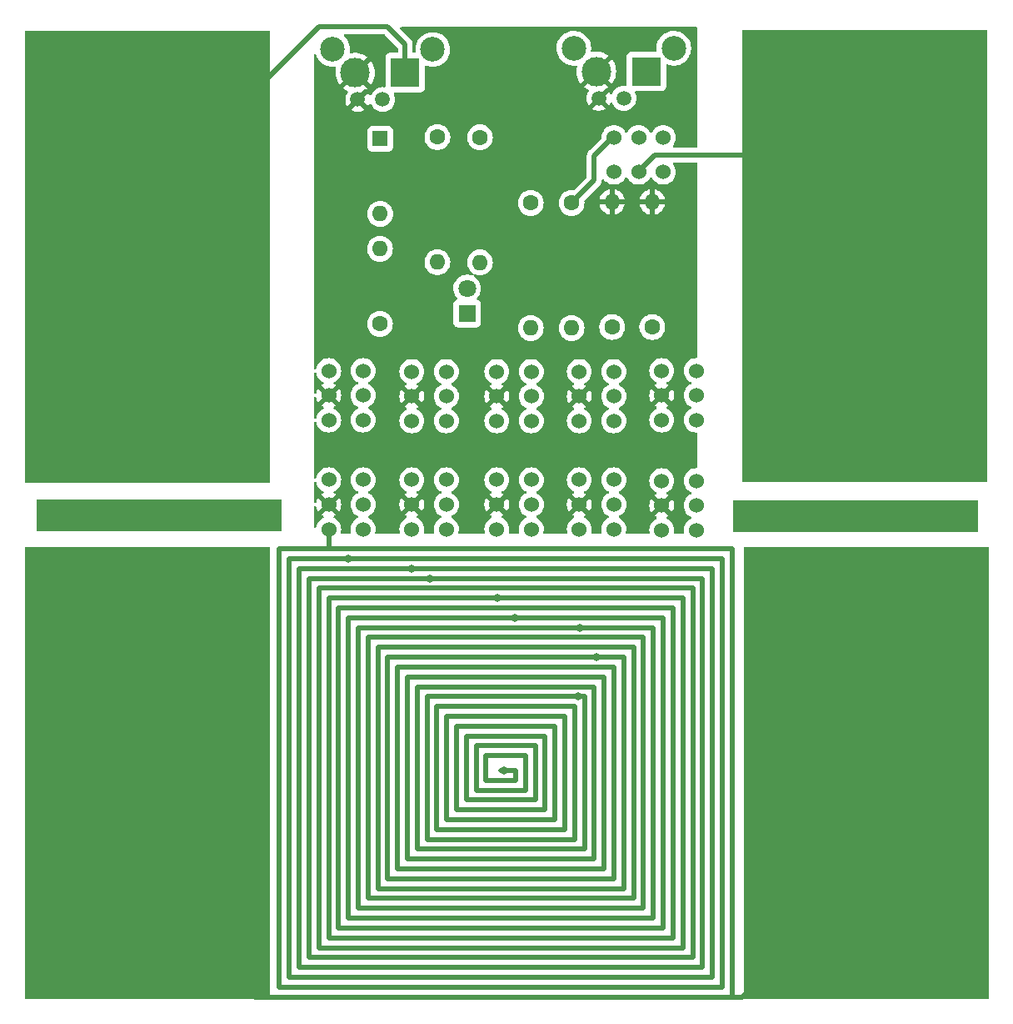
<source format=gbr>
%TF.GenerationSoftware,KiCad,Pcbnew,(6.0.11)*%
%TF.CreationDate,2023-04-08T23:23:57-05:00*%
%TF.ProjectId,TMatchPCB,544d6174-6368-4504-9342-2e6b69636164,rev?*%
%TF.SameCoordinates,Original*%
%TF.FileFunction,Copper,L1,Top*%
%TF.FilePolarity,Positive*%
%FSLAX46Y46*%
G04 Gerber Fmt 4.6, Leading zero omitted, Abs format (unit mm)*
G04 Created by KiCad (PCBNEW (6.0.11)) date 2023-04-08 23:23:57*
%MOMM*%
%LPD*%
G01*
G04 APERTURE LIST*
%TA.AperFunction,ComponentPad*%
%ADD10C,1.524000*%
%TD*%
%TA.AperFunction,ComponentPad*%
%ADD11C,1.600000*%
%TD*%
%TA.AperFunction,ComponentPad*%
%ADD12O,1.600000X1.600000*%
%TD*%
%TA.AperFunction,SMDPad,CuDef*%
%ADD13R,25.000000X46.000000*%
%TD*%
%TA.AperFunction,ComponentPad*%
%ADD14C,2.500000*%
%TD*%
%TA.AperFunction,ComponentPad*%
%ADD15C,1.500000*%
%TD*%
%TA.AperFunction,ComponentPad*%
%ADD16R,3.000000X3.000000*%
%TD*%
%TA.AperFunction,ComponentPad*%
%ADD17C,3.000000*%
%TD*%
%TA.AperFunction,ComponentPad*%
%ADD18R,1.800000X1.800000*%
%TD*%
%TA.AperFunction,ComponentPad*%
%ADD19C,1.800000*%
%TD*%
%TA.AperFunction,WasherPad*%
%ADD20R,25.000000X3.200000*%
%TD*%
%TA.AperFunction,ComponentPad*%
%ADD21R,1.600000X1.600000*%
%TD*%
%TA.AperFunction,ViaPad*%
%ADD22C,0.800000*%
%TD*%
%TA.AperFunction,Conductor*%
%ADD23C,0.500000*%
%TD*%
G04 APERTURE END LIST*
D10*
%TO.P,SW11,1,A*%
%TO.N,Net-(D1-Pad1)*%
X81000000Y-35250000D03*
%TO.P,SW11,2,B*%
%TO.N,Net-(J5-Pad1)*%
X83500000Y-35250000D03*
%TO.P,SW11,3,C*%
%TO.N,Net-(SW11-Pad3)*%
X86000000Y-35250000D03*
%TO.P,SW11,4,A*%
%TO.N,Net-(R1-Pad1)*%
X81000000Y-31750000D03*
%TO.P,SW11,5,B*%
%TO.N,Net-(J6-Pad1)*%
X83500000Y-31750000D03*
%TO.P,SW11,6,C*%
%TO.N,Net-(SW11-Pad3)*%
X86000000Y-31750000D03*
%TD*%
%TO.P,SW10,1*%
%TO.N,N/C*%
X85852000Y-55412000D03*
%TO.P,SW10,2,2*%
%TO.N,GND*%
X85852000Y-57912000D03*
%TO.P,SW10,3,3*%
%TO.N,Net-(J1-Pad1)*%
X85852000Y-60412000D03*
%TO.P,SW10,4*%
%TO.N,N/C*%
X89352000Y-55412000D03*
%TO.P,SW10,5*%
X89352000Y-57912000D03*
%TO.P,SW10,6*%
X89352000Y-60412000D03*
%TD*%
D11*
%TO.P,R2,1*%
%TO.N,Net-(D1-Pad2)*%
X80810000Y-50970000D03*
D12*
%TO.P,R2,2*%
%TO.N,GND*%
X80810000Y-38270000D03*
%TD*%
D11*
%TO.P,R1,1*%
%TO.N,Net-(R1-Pad1)*%
X72540000Y-38380000D03*
D12*
%TO.P,R1,2*%
%TO.N,Net-(D1-Pad2)*%
X72540000Y-51080000D03*
%TD*%
D11*
%TO.P,R6,1*%
%TO.N,Net-(D1-Pad1)*%
X67380000Y-31710000D03*
D12*
%TO.P,R6,2*%
%TO.N,Net-(R1-Pad1)*%
X67380000Y-44410000D03*
%TD*%
D13*
%TO.P,J5,1,Pin_1*%
%TO.N,Net-(J5-Pad1)*%
X106500000Y-43740000D03*
%TD*%
D10*
%TO.P,SW3,1*%
%TO.N,N/C*%
X69088000Y-66500000D03*
%TO.P,SW3,2,2*%
%TO.N,GND*%
X69088000Y-69000000D03*
%TO.P,SW3,3,3*%
%TO.N,Net-(J1-Pad1)*%
X69088000Y-71500000D03*
%TO.P,SW3,4*%
%TO.N,N/C*%
X72588000Y-66500000D03*
%TO.P,SW3,5*%
X72588000Y-69000000D03*
%TO.P,SW3,6*%
X72588000Y-71500000D03*
%TD*%
D14*
%TO.P,J3,*%
%TO.N,*%
X52420000Y-22800000D03*
X62580000Y-22800000D03*
D15*
%TO.P,J3,1,In*%
%TO.N,Net-(J3-Pad1)*%
X57500000Y-27880000D03*
D16*
X59786000Y-25152000D03*
D17*
%TO.P,J3,2,Ext*%
%TO.N,GND*%
X54706000Y-25152000D03*
D15*
X54960000Y-27880000D03*
%TD*%
D10*
%TO.P,SW8,1*%
%TO.N,N/C*%
X77470000Y-55500000D03*
%TO.P,SW8,2,2*%
%TO.N,GND*%
X77470000Y-58000000D03*
%TO.P,SW8,3,3*%
%TO.N,Net-(J1-Pad1)*%
X77470000Y-60500000D03*
%TO.P,SW8,4*%
%TO.N,N/C*%
X80970000Y-55500000D03*
%TO.P,SW8,5*%
X80970000Y-58000000D03*
%TO.P,SW8,6*%
X80970000Y-60500000D03*
%TD*%
%TO.P,SW2,1*%
%TO.N,N/C*%
X60452000Y-66500000D03*
%TO.P,SW2,2,2*%
%TO.N,GND*%
X60452000Y-69000000D03*
%TO.P,SW2,3,3*%
%TO.N,Net-(J1-Pad1)*%
X60452000Y-71500000D03*
%TO.P,SW2,4*%
%TO.N,N/C*%
X63952000Y-66500000D03*
%TO.P,SW2,5*%
X63952000Y-69000000D03*
%TO.P,SW2,6*%
X63952000Y-71500000D03*
%TD*%
D18*
%TO.P,D2,1,K*%
%TO.N,Net-(D2-Pad1)*%
X66070000Y-49600000D03*
D19*
%TO.P,D2,2,A*%
%TO.N,Net-(D1-Pad1)*%
X66070000Y-47060000D03*
%TD*%
D10*
%TO.P,SW7,1*%
%TO.N,N/C*%
X69088000Y-55500000D03*
%TO.P,SW7,2,2*%
%TO.N,GND*%
X69088000Y-58000000D03*
%TO.P,SW7,3,3*%
%TO.N,Net-(J1-Pad1)*%
X69088000Y-60500000D03*
%TO.P,SW7,4*%
%TO.N,N/C*%
X72588000Y-55500000D03*
%TO.P,SW7,5*%
X72588000Y-58000000D03*
%TO.P,SW7,6*%
X72588000Y-60500000D03*
%TD*%
%TO.P,SW5,1*%
%TO.N,N/C*%
X52000000Y-55412000D03*
%TO.P,SW5,2,2*%
%TO.N,GND*%
X52000000Y-57912000D03*
%TO.P,SW5,3,3*%
%TO.N,Net-(J1-Pad1)*%
X52000000Y-60412000D03*
%TO.P,SW5,4*%
%TO.N,N/C*%
X55500000Y-55412000D03*
%TO.P,SW5,5*%
X55500000Y-57912000D03*
%TO.P,SW5,6*%
X55500000Y-60412000D03*
%TD*%
D13*
%TO.P,J2,1,Pin_1*%
%TO.N,Net-(J1-Pad1)*%
X106620000Y-96240000D03*
%TD*%
D11*
%TO.P,R5,1*%
%TO.N,Net-(D1-Pad1)*%
X63050000Y-31680000D03*
D12*
%TO.P,R5,2*%
%TO.N,Net-(R1-Pad1)*%
X63050000Y-44380000D03*
%TD*%
D11*
%TO.P,R4,1*%
%TO.N,Net-(D1-Pad2)*%
X84890000Y-50970000D03*
D12*
%TO.P,R4,2*%
%TO.N,GND*%
X84890000Y-38270000D03*
%TD*%
D14*
%TO.P,J6,*%
%TO.N,*%
X87080000Y-22670000D03*
X76920000Y-22670000D03*
D16*
%TO.P,J6,1,In*%
%TO.N,Net-(J6-Pad1)*%
X84286000Y-25022000D03*
D15*
X82000000Y-27750000D03*
D17*
%TO.P,J6,2,Ext*%
%TO.N,GND*%
X79206000Y-25022000D03*
D15*
X79460000Y-27750000D03*
%TD*%
D20*
%TO.P,H1,*%
%TO.N,*%
X34770000Y-70090000D03*
%TD*%
%TO.P,H2,*%
%TO.N,*%
X105540000Y-70180000D03*
%TD*%
D13*
%TO.P,J4,1,Pin_1*%
%TO.N,Net-(J3-Pad1)*%
X33550000Y-43870000D03*
%TD*%
D10*
%TO.P,SW6,1*%
%TO.N,N/C*%
X60452000Y-55500000D03*
%TO.P,SW6,2,2*%
%TO.N,GND*%
X60452000Y-58000000D03*
%TO.P,SW6,3,3*%
%TO.N,Net-(J1-Pad1)*%
X60452000Y-60500000D03*
%TO.P,SW6,4*%
%TO.N,N/C*%
X63952000Y-55500000D03*
%TO.P,SW6,5*%
X63952000Y-58000000D03*
%TO.P,SW6,6*%
X63952000Y-60500000D03*
%TD*%
D11*
%TO.P,R3,1*%
%TO.N,Net-(R1-Pad1)*%
X76690000Y-38380000D03*
D12*
%TO.P,R3,2*%
%TO.N,Net-(D1-Pad2)*%
X76690000Y-51080000D03*
%TD*%
D13*
%TO.P,J1,1,Pin_1*%
%TO.N,Net-(J1-Pad1)*%
X33580000Y-96270000D03*
%TD*%
D11*
%TO.P,R7,1*%
%TO.N,Net-(D1-Pad2)*%
X57220000Y-50660000D03*
D12*
%TO.P,R7,2*%
%TO.N,Net-(D2-Pad1)*%
X57220000Y-43040000D03*
%TD*%
D21*
%TO.P,D1,1,K*%
%TO.N,Net-(D1-Pad1)*%
X57230000Y-31870000D03*
D12*
%TO.P,D1,2,A*%
%TO.N,Net-(R1-Pad2)*%
X57230000Y-39490000D03*
%TD*%
D10*
%TO.P,SW1,1*%
%TO.N,N/C*%
X52000000Y-66500000D03*
%TO.P,SW1,2,2*%
%TO.N,GND*%
X52000000Y-69000000D03*
%TO.P,SW1,3,3*%
%TO.N,Net-(J1-Pad1)*%
X52000000Y-71500000D03*
%TO.P,SW1,4*%
%TO.N,N/C*%
X55500000Y-66500000D03*
%TO.P,SW1,5*%
X55500000Y-69000000D03*
%TO.P,SW1,6*%
X55500000Y-71500000D03*
%TD*%
%TO.P,SW4,1*%
%TO.N,N/C*%
X77470000Y-66500000D03*
%TO.P,SW4,2,2*%
%TO.N,GND*%
X77470000Y-69000000D03*
%TO.P,SW4,3,3*%
%TO.N,Net-(J1-Pad1)*%
X77470000Y-71500000D03*
%TO.P,SW4,4*%
%TO.N,N/C*%
X80970000Y-66500000D03*
%TO.P,SW4,5*%
X80970000Y-69000000D03*
%TO.P,SW4,6*%
X80970000Y-71500000D03*
%TD*%
%TO.P,SW9,1*%
%TO.N,N/C*%
X85852000Y-66588000D03*
%TO.P,SW9,2,2*%
%TO.N,GND*%
X85852000Y-69088000D03*
%TO.P,SW9,3,3*%
%TO.N,Net-(J1-Pad1)*%
X85852000Y-71588000D03*
%TO.P,SW9,4*%
%TO.N,N/C*%
X89352000Y-66588000D03*
%TO.P,SW9,5*%
X89352000Y-69088000D03*
%TO.P,SW9,6*%
X89352000Y-71588000D03*
%TD*%
D22*
%TO.N,Net-(J1-Pad1)*%
X69850000Y-96012000D03*
X77324000Y-88500000D03*
X79248000Y-84500000D03*
X77504000Y-81500000D03*
X70884000Y-80500000D03*
X69102000Y-78500000D03*
X62276000Y-76500000D03*
X60390000Y-75500000D03*
X54000000Y-74500000D03*
%TD*%
D23*
%TO.N,Net-(J1-Pad1)*%
X52000000Y-78500000D02*
X69102000Y-78500000D01*
X52000000Y-113000000D02*
X52000000Y-78500000D01*
X87000000Y-113000000D02*
X52000000Y-113000000D01*
X87000000Y-79500000D02*
X87000000Y-113000000D01*
X53000000Y-79500000D02*
X87000000Y-79500000D01*
X53000000Y-112000000D02*
X53000000Y-79500000D01*
X86000000Y-112000000D02*
X53000000Y-112000000D01*
X86000000Y-80500000D02*
X86000000Y-112000000D01*
X85000000Y-81500000D02*
X77504000Y-81500000D01*
X54000000Y-111000000D02*
X85000000Y-111000000D01*
X70884000Y-80500000D02*
X86000000Y-80500000D01*
X54000000Y-80500000D02*
X54000000Y-111000000D01*
X70884000Y-80500000D02*
X54000000Y-80500000D01*
X85000000Y-111000000D02*
X85000000Y-81500000D01*
X64000000Y-101000000D02*
X64000000Y-90500000D01*
X58000000Y-84500000D02*
X79674000Y-84500000D01*
X69838000Y-96000000D02*
X69850000Y-96012000D01*
X69500000Y-96000000D02*
X69838000Y-96000000D01*
X71000000Y-97000000D02*
X68000000Y-97000000D01*
X67000000Y-93500000D02*
X73000000Y-93500000D01*
X69500000Y-96000000D02*
X71000000Y-96000000D01*
X71000000Y-96000000D02*
X71000000Y-97000000D01*
X68000000Y-94500000D02*
X72000000Y-94500000D01*
X68000000Y-97000000D02*
X68000000Y-94500000D01*
X77000000Y-103000000D02*
X62000000Y-103000000D01*
X72000000Y-94500000D02*
X72000000Y-98000000D01*
X64000000Y-90500000D02*
X76000000Y-90500000D01*
X72000000Y-98000000D02*
X67000000Y-98000000D01*
X67000000Y-98000000D02*
X67000000Y-93500000D01*
X66000000Y-92500000D02*
X74000000Y-92500000D01*
X73000000Y-93500000D02*
X73000000Y-99000000D01*
X76000000Y-102000000D02*
X63000000Y-102000000D01*
X73000000Y-99000000D02*
X66000000Y-99000000D01*
X66000000Y-99000000D02*
X66000000Y-92500000D01*
X74000000Y-92500000D02*
X74000000Y-100000000D01*
X74000000Y-100000000D02*
X65000000Y-100000000D01*
X65000000Y-100000000D02*
X65000000Y-91500000D01*
X81000000Y-85500000D02*
X81000000Y-107000000D01*
X65000000Y-91500000D02*
X75000000Y-91500000D01*
X75000000Y-91500000D02*
X75000000Y-101000000D01*
X75000000Y-101000000D02*
X64000000Y-101000000D01*
X78000000Y-104000000D02*
X61000000Y-104000000D01*
X76000000Y-90500000D02*
X76000000Y-102000000D01*
X63000000Y-102000000D02*
X63000000Y-89500000D01*
X63000000Y-89500000D02*
X77000000Y-89500000D01*
X77000000Y-89500000D02*
X77000000Y-103000000D01*
X62000000Y-103000000D02*
X62000000Y-88500000D01*
X81000000Y-107000000D02*
X58000000Y-107000000D01*
X62000000Y-88500000D02*
X78000000Y-88500000D01*
X78000000Y-88500000D02*
X78000000Y-104000000D01*
X61000000Y-104000000D02*
X61000000Y-87500000D01*
X61000000Y-87500000D02*
X79000000Y-87500000D01*
X79000000Y-87500000D02*
X79000000Y-105000000D01*
X79000000Y-105000000D02*
X60000000Y-105000000D01*
X80000000Y-106000000D02*
X59000000Y-106000000D01*
X60000000Y-105000000D02*
X60000000Y-86500000D01*
X60000000Y-86500000D02*
X80000000Y-86500000D01*
X80000000Y-86500000D02*
X80000000Y-106000000D01*
X59000000Y-106000000D02*
X59000000Y-85500000D01*
X59000000Y-85500000D02*
X81000000Y-85500000D01*
X58000000Y-107000000D02*
X58000000Y-84500000D01*
X82000000Y-108000000D02*
X82000000Y-84500000D01*
X57000000Y-108000000D02*
X82000000Y-108000000D01*
X57000000Y-83500000D02*
X57000000Y-108000000D01*
X83000000Y-83500000D02*
X57000000Y-83500000D01*
X83000000Y-109000000D02*
X83000000Y-83500000D01*
X56000000Y-109000000D02*
X83000000Y-109000000D01*
X84000000Y-82500000D02*
X56000000Y-82500000D01*
X55000000Y-110000000D02*
X84000000Y-110000000D01*
X56000000Y-82500000D02*
X56000000Y-109000000D01*
X55000000Y-81500000D02*
X55000000Y-110000000D01*
X77504000Y-81500000D02*
X55000000Y-81500000D01*
X84000000Y-110000000D02*
X84000000Y-82500000D01*
X82000000Y-84500000D02*
X79674000Y-84500000D01*
X88000000Y-78500000D02*
X69102000Y-78500000D01*
X88000000Y-114000000D02*
X88000000Y-78500000D01*
X51000000Y-114000000D02*
X88000000Y-114000000D01*
X51000000Y-77500000D02*
X51000000Y-114000000D01*
X89000000Y-115000000D02*
X89000000Y-77500000D01*
X50000000Y-115000000D02*
X89000000Y-115000000D01*
X89000000Y-77500000D02*
X51000000Y-77500000D01*
X62276000Y-76500000D02*
X50000000Y-76500000D01*
X50000000Y-76500000D02*
X50000000Y-115000000D01*
X90000000Y-76500000D02*
X62276000Y-76500000D01*
X90000000Y-116000000D02*
X90000000Y-76500000D01*
X49000000Y-116000000D02*
X90000000Y-116000000D01*
X60390000Y-75500000D02*
X49000000Y-75500000D01*
X49000000Y-75500000D02*
X49000000Y-116000000D01*
X91000000Y-75500000D02*
X60390000Y-75500000D01*
X54000000Y-74500000D02*
X48000000Y-74500000D01*
X48000000Y-117000000D02*
X91000000Y-117000000D01*
X48000000Y-74500000D02*
X48000000Y-117000000D01*
X91000000Y-117000000D02*
X91000000Y-75500000D01*
X52000000Y-71500000D02*
X52000000Y-73500000D01*
X92000000Y-74500000D02*
X54000000Y-74500000D01*
X47000000Y-73500000D02*
X47000000Y-118000000D01*
X92000000Y-118000000D02*
X92000000Y-74500000D01*
X52000000Y-73500000D02*
X47000000Y-73500000D01*
X47000000Y-118000000D02*
X92000000Y-118000000D01*
X52000000Y-73500000D02*
X93000000Y-73500000D01*
X93000000Y-73500000D02*
X93000000Y-119000000D01*
X44500000Y-119000000D02*
X93000000Y-119000000D01*
X93000000Y-119000000D02*
X94000000Y-119000000D01*
X106620000Y-106380000D02*
X106620000Y-96240000D01*
X94000000Y-119000000D02*
X106620000Y-106380000D01*
X33580000Y-96270000D02*
X33580000Y-108080000D01*
X33580000Y-108080000D02*
X44500000Y-119000000D01*
%TO.N,Net-(J3-Pad1)*%
X33550000Y-37950000D02*
X33550000Y-43870000D01*
X59786000Y-25152000D02*
X59786000Y-22286000D01*
X51000000Y-20500000D02*
X33550000Y-37950000D01*
X58000000Y-20500000D02*
X51000000Y-20500000D01*
X59786000Y-22286000D02*
X58000000Y-20500000D01*
%TO.N,Net-(J5-Pad1)*%
X85110000Y-33500000D02*
X96260000Y-33500000D01*
X96100000Y-33340000D02*
X106500000Y-43740000D01*
X96000000Y-33240000D02*
X106500000Y-43740000D01*
X83500000Y-35110000D02*
X85110000Y-33500000D01*
X96260000Y-33500000D02*
X106500000Y-43740000D01*
%TO.N,Net-(R1-Pad1)*%
X79000000Y-36070000D02*
X79000000Y-33610000D01*
X76690000Y-38380000D02*
X79000000Y-36070000D01*
X79000000Y-33610000D02*
X81000000Y-31610000D01*
%TD*%
%TA.AperFunction,Conductor*%
%TO.N,GND*%
G36*
X89442121Y-20528502D02*
G01*
X89488614Y-20582158D01*
X89500000Y-20634500D01*
X89500000Y-32615500D01*
X89479998Y-32683621D01*
X89426342Y-32730114D01*
X89374000Y-32741500D01*
X87098782Y-32741500D01*
X87030661Y-32721498D01*
X86984168Y-32667842D01*
X86974064Y-32597568D01*
X86995569Y-32543230D01*
X87101328Y-32392190D01*
X87101331Y-32392184D01*
X87104488Y-32387676D01*
X87106811Y-32382694D01*
X87106814Y-32382689D01*
X87196117Y-32191178D01*
X87196118Y-32191177D01*
X87198440Y-32186196D01*
X87255978Y-31971463D01*
X87275353Y-31750000D01*
X87255978Y-31528537D01*
X87198440Y-31313804D01*
X87160148Y-31231687D01*
X87106814Y-31117311D01*
X87106811Y-31117306D01*
X87104488Y-31112324D01*
X87059968Y-31048743D01*
X86980136Y-30934730D01*
X86980134Y-30934727D01*
X86976977Y-30930219D01*
X86819781Y-30773023D01*
X86815273Y-30769866D01*
X86815270Y-30769864D01*
X86716412Y-30700643D01*
X86637677Y-30645512D01*
X86632695Y-30643189D01*
X86632690Y-30643186D01*
X86441178Y-30553883D01*
X86441177Y-30553882D01*
X86436196Y-30551560D01*
X86430888Y-30550138D01*
X86430886Y-30550137D01*
X86365051Y-30532497D01*
X86221463Y-30494022D01*
X86000000Y-30474647D01*
X85778537Y-30494022D01*
X85634949Y-30532497D01*
X85569114Y-30550137D01*
X85569112Y-30550138D01*
X85563804Y-30551560D01*
X85558823Y-30553882D01*
X85558822Y-30553883D01*
X85367311Y-30643186D01*
X85367306Y-30643189D01*
X85362324Y-30645512D01*
X85357817Y-30648668D01*
X85357815Y-30648669D01*
X85184730Y-30769864D01*
X85184727Y-30769866D01*
X85180219Y-30773023D01*
X85023023Y-30930219D01*
X85019866Y-30934727D01*
X85019864Y-30934730D01*
X84940032Y-31048743D01*
X84895512Y-31112324D01*
X84893189Y-31117306D01*
X84893186Y-31117311D01*
X84864195Y-31179483D01*
X84817277Y-31232768D01*
X84749000Y-31252229D01*
X84681040Y-31231687D01*
X84635805Y-31179483D01*
X84606814Y-31117311D01*
X84606811Y-31117306D01*
X84604488Y-31112324D01*
X84559968Y-31048743D01*
X84480136Y-30934730D01*
X84480134Y-30934727D01*
X84476977Y-30930219D01*
X84319781Y-30773023D01*
X84315273Y-30769866D01*
X84315270Y-30769864D01*
X84216412Y-30700643D01*
X84137677Y-30645512D01*
X84132695Y-30643189D01*
X84132690Y-30643186D01*
X83941178Y-30553883D01*
X83941177Y-30553882D01*
X83936196Y-30551560D01*
X83930888Y-30550138D01*
X83930886Y-30550137D01*
X83865051Y-30532497D01*
X83721463Y-30494022D01*
X83500000Y-30474647D01*
X83278537Y-30494022D01*
X83134949Y-30532497D01*
X83069114Y-30550137D01*
X83069112Y-30550138D01*
X83063804Y-30551560D01*
X83058823Y-30553882D01*
X83058822Y-30553883D01*
X82867311Y-30643186D01*
X82867306Y-30643189D01*
X82862324Y-30645512D01*
X82857817Y-30648668D01*
X82857815Y-30648669D01*
X82684730Y-30769864D01*
X82684727Y-30769866D01*
X82680219Y-30773023D01*
X82523023Y-30930219D01*
X82519866Y-30934727D01*
X82519864Y-30934730D01*
X82440032Y-31048743D01*
X82395512Y-31112324D01*
X82393189Y-31117306D01*
X82393186Y-31117311D01*
X82364195Y-31179483D01*
X82317277Y-31232768D01*
X82249000Y-31252229D01*
X82181040Y-31231687D01*
X82135805Y-31179483D01*
X82106814Y-31117311D01*
X82106811Y-31117306D01*
X82104488Y-31112324D01*
X82059968Y-31048743D01*
X81980136Y-30934730D01*
X81980134Y-30934727D01*
X81976977Y-30930219D01*
X81819781Y-30773023D01*
X81815273Y-30769866D01*
X81815270Y-30769864D01*
X81716412Y-30700643D01*
X81637677Y-30645512D01*
X81632695Y-30643189D01*
X81632690Y-30643186D01*
X81441178Y-30553883D01*
X81441177Y-30553882D01*
X81436196Y-30551560D01*
X81430888Y-30550138D01*
X81430886Y-30550137D01*
X81365051Y-30532497D01*
X81221463Y-30494022D01*
X81000000Y-30474647D01*
X80778537Y-30494022D01*
X80634949Y-30532497D01*
X80569114Y-30550137D01*
X80569112Y-30550138D01*
X80563804Y-30551560D01*
X80558823Y-30553882D01*
X80558822Y-30553883D01*
X80367311Y-30643186D01*
X80367306Y-30643189D01*
X80362324Y-30645512D01*
X80357817Y-30648668D01*
X80357815Y-30648669D01*
X80184730Y-30769864D01*
X80184727Y-30769866D01*
X80180219Y-30773023D01*
X80023023Y-30930219D01*
X80019866Y-30934727D01*
X80019864Y-30934730D01*
X79940032Y-31048743D01*
X79895512Y-31112324D01*
X79893189Y-31117306D01*
X79893186Y-31117311D01*
X79839852Y-31231687D01*
X79801560Y-31313804D01*
X79744022Y-31528537D01*
X79724647Y-31750000D01*
X79725126Y-31755475D01*
X79725126Y-31760003D01*
X79705124Y-31828124D01*
X79688221Y-31849098D01*
X78511089Y-33026230D01*
X78496677Y-33038616D01*
X78485082Y-33047149D01*
X78485077Y-33047154D01*
X78479182Y-33051492D01*
X78474443Y-33057070D01*
X78474440Y-33057073D01*
X78444965Y-33091768D01*
X78438035Y-33099284D01*
X78432340Y-33104979D01*
X78430060Y-33107861D01*
X78414719Y-33127251D01*
X78411928Y-33130655D01*
X78376295Y-33172598D01*
X78364667Y-33186285D01*
X78361339Y-33192801D01*
X78357972Y-33197850D01*
X78354805Y-33202979D01*
X78350266Y-33208716D01*
X78319345Y-33274875D01*
X78317442Y-33278769D01*
X78284231Y-33343808D01*
X78282492Y-33350916D01*
X78280393Y-33356559D01*
X78278476Y-33362322D01*
X78275378Y-33368950D01*
X78273888Y-33376112D01*
X78273888Y-33376113D01*
X78260514Y-33440412D01*
X78259544Y-33444696D01*
X78242192Y-33515610D01*
X78241500Y-33526764D01*
X78241464Y-33526762D01*
X78241225Y-33530755D01*
X78240851Y-33534947D01*
X78239360Y-33542115D01*
X78239558Y-33549432D01*
X78241454Y-33619521D01*
X78241500Y-33622928D01*
X78241500Y-35703629D01*
X78221498Y-35771750D01*
X78204595Y-35792724D01*
X76952990Y-37044329D01*
X76890678Y-37078355D01*
X76852913Y-37080755D01*
X76695475Y-37066981D01*
X76690000Y-37066502D01*
X76461913Y-37086457D01*
X76456600Y-37087881D01*
X76456598Y-37087881D01*
X76246067Y-37144293D01*
X76246065Y-37144294D01*
X76240757Y-37145716D01*
X76235776Y-37148039D01*
X76235775Y-37148039D01*
X76038238Y-37240151D01*
X76038233Y-37240154D01*
X76033251Y-37242477D01*
X76006758Y-37261028D01*
X75850211Y-37370643D01*
X75850208Y-37370645D01*
X75845700Y-37373802D01*
X75683802Y-37535700D01*
X75680645Y-37540208D01*
X75680643Y-37540211D01*
X75625902Y-37618389D01*
X75552477Y-37723251D01*
X75550154Y-37728233D01*
X75550151Y-37728238D01*
X75509252Y-37815947D01*
X75455716Y-37930757D01*
X75454294Y-37936065D01*
X75454293Y-37936067D01*
X75433323Y-38014329D01*
X75396457Y-38151913D01*
X75376502Y-38380000D01*
X75396457Y-38608087D01*
X75455716Y-38829243D01*
X75458039Y-38834224D01*
X75458039Y-38834225D01*
X75550151Y-39031762D01*
X75550154Y-39031767D01*
X75552477Y-39036749D01*
X75683802Y-39224300D01*
X75845700Y-39386198D01*
X75850208Y-39389355D01*
X75850211Y-39389357D01*
X75928389Y-39444098D01*
X76033251Y-39517523D01*
X76038233Y-39519846D01*
X76038238Y-39519849D01*
X76235775Y-39611961D01*
X76240757Y-39614284D01*
X76246065Y-39615706D01*
X76246067Y-39615707D01*
X76456598Y-39672119D01*
X76456600Y-39672119D01*
X76461913Y-39673543D01*
X76690000Y-39693498D01*
X76918087Y-39673543D01*
X76923400Y-39672119D01*
X76923402Y-39672119D01*
X77133933Y-39615707D01*
X77133935Y-39615706D01*
X77139243Y-39614284D01*
X77144225Y-39611961D01*
X77341762Y-39519849D01*
X77341767Y-39519846D01*
X77346749Y-39517523D01*
X77451611Y-39444098D01*
X77529789Y-39389357D01*
X77529792Y-39389355D01*
X77534300Y-39386198D01*
X77696198Y-39224300D01*
X77827523Y-39036749D01*
X77829846Y-39031767D01*
X77829849Y-39031762D01*
X77921961Y-38834225D01*
X77921961Y-38834224D01*
X77924284Y-38829243D01*
X77983543Y-38608087D01*
X77989804Y-38536522D01*
X79527273Y-38536522D01*
X79574764Y-38713761D01*
X79578510Y-38724053D01*
X79670586Y-38921511D01*
X79676069Y-38931007D01*
X79801028Y-39109467D01*
X79808084Y-39117875D01*
X79962125Y-39271916D01*
X79970533Y-39278972D01*
X80148993Y-39403931D01*
X80158489Y-39409414D01*
X80355947Y-39501490D01*
X80366239Y-39505236D01*
X80538503Y-39551394D01*
X80552599Y-39551058D01*
X80556000Y-39543116D01*
X80556000Y-39537967D01*
X81064000Y-39537967D01*
X81067973Y-39551498D01*
X81076522Y-39552727D01*
X81253761Y-39505236D01*
X81264053Y-39501490D01*
X81461511Y-39409414D01*
X81471007Y-39403931D01*
X81649467Y-39278972D01*
X81657875Y-39271916D01*
X81811916Y-39117875D01*
X81818972Y-39109467D01*
X81943931Y-38931007D01*
X81949414Y-38921511D01*
X82041490Y-38724053D01*
X82045236Y-38713761D01*
X82091394Y-38541497D01*
X82091275Y-38536522D01*
X83607273Y-38536522D01*
X83654764Y-38713761D01*
X83658510Y-38724053D01*
X83750586Y-38921511D01*
X83756069Y-38931007D01*
X83881028Y-39109467D01*
X83888084Y-39117875D01*
X84042125Y-39271916D01*
X84050533Y-39278972D01*
X84228993Y-39403931D01*
X84238489Y-39409414D01*
X84435947Y-39501490D01*
X84446239Y-39505236D01*
X84618503Y-39551394D01*
X84632599Y-39551058D01*
X84636000Y-39543116D01*
X84636000Y-39537967D01*
X85144000Y-39537967D01*
X85147973Y-39551498D01*
X85156522Y-39552727D01*
X85333761Y-39505236D01*
X85344053Y-39501490D01*
X85541511Y-39409414D01*
X85551007Y-39403931D01*
X85729467Y-39278972D01*
X85737875Y-39271916D01*
X85891916Y-39117875D01*
X85898972Y-39109467D01*
X86023931Y-38931007D01*
X86029414Y-38921511D01*
X86121490Y-38724053D01*
X86125236Y-38713761D01*
X86171394Y-38541497D01*
X86171058Y-38527401D01*
X86163116Y-38524000D01*
X85162115Y-38524000D01*
X85146876Y-38528475D01*
X85145671Y-38529865D01*
X85144000Y-38537548D01*
X85144000Y-39537967D01*
X84636000Y-39537967D01*
X84636000Y-38542115D01*
X84631525Y-38526876D01*
X84630135Y-38525671D01*
X84622452Y-38524000D01*
X83622033Y-38524000D01*
X83608502Y-38527973D01*
X83607273Y-38536522D01*
X82091275Y-38536522D01*
X82091058Y-38527401D01*
X82083116Y-38524000D01*
X81082115Y-38524000D01*
X81066876Y-38528475D01*
X81065671Y-38529865D01*
X81064000Y-38537548D01*
X81064000Y-39537967D01*
X80556000Y-39537967D01*
X80556000Y-38542115D01*
X80551525Y-38526876D01*
X80550135Y-38525671D01*
X80542452Y-38524000D01*
X79542033Y-38524000D01*
X79528502Y-38527973D01*
X79527273Y-38536522D01*
X77989804Y-38536522D01*
X78003498Y-38380000D01*
X77992828Y-38258039D01*
X77989245Y-38217087D01*
X78003234Y-38147482D01*
X78025671Y-38117010D01*
X78144178Y-37998503D01*
X79528606Y-37998503D01*
X79528942Y-38012599D01*
X79536884Y-38016000D01*
X80537885Y-38016000D01*
X80553124Y-38011525D01*
X80554329Y-38010135D01*
X80556000Y-38002452D01*
X80556000Y-37997885D01*
X81064000Y-37997885D01*
X81068475Y-38013124D01*
X81069865Y-38014329D01*
X81077548Y-38016000D01*
X82077967Y-38016000D01*
X82091498Y-38012027D01*
X82092727Y-38003478D01*
X82091394Y-37998503D01*
X83608606Y-37998503D01*
X83608942Y-38012599D01*
X83616884Y-38016000D01*
X84617885Y-38016000D01*
X84633124Y-38011525D01*
X84634329Y-38010135D01*
X84636000Y-38002452D01*
X84636000Y-37997885D01*
X85144000Y-37997885D01*
X85148475Y-38013124D01*
X85149865Y-38014329D01*
X85157548Y-38016000D01*
X86157967Y-38016000D01*
X86171498Y-38012027D01*
X86172727Y-38003478D01*
X86125236Y-37826239D01*
X86121490Y-37815947D01*
X86029414Y-37618489D01*
X86023931Y-37608993D01*
X85898972Y-37430533D01*
X85891916Y-37422125D01*
X85737875Y-37268084D01*
X85729467Y-37261028D01*
X85551007Y-37136069D01*
X85541511Y-37130586D01*
X85344053Y-37038510D01*
X85333761Y-37034764D01*
X85161497Y-36988606D01*
X85147401Y-36988942D01*
X85144000Y-36996884D01*
X85144000Y-37997885D01*
X84636000Y-37997885D01*
X84636000Y-37002033D01*
X84632027Y-36988502D01*
X84623478Y-36987273D01*
X84446239Y-37034764D01*
X84435947Y-37038510D01*
X84238489Y-37130586D01*
X84228993Y-37136069D01*
X84050533Y-37261028D01*
X84042125Y-37268084D01*
X83888084Y-37422125D01*
X83881028Y-37430533D01*
X83756069Y-37608993D01*
X83750586Y-37618489D01*
X83658510Y-37815947D01*
X83654764Y-37826239D01*
X83608606Y-37998503D01*
X82091394Y-37998503D01*
X82045236Y-37826239D01*
X82041490Y-37815947D01*
X81949414Y-37618489D01*
X81943931Y-37608993D01*
X81818972Y-37430533D01*
X81811916Y-37422125D01*
X81657875Y-37268084D01*
X81649467Y-37261028D01*
X81471007Y-37136069D01*
X81461511Y-37130586D01*
X81264053Y-37038510D01*
X81253761Y-37034764D01*
X81081497Y-36988606D01*
X81067401Y-36988942D01*
X81064000Y-36996884D01*
X81064000Y-37997885D01*
X80556000Y-37997885D01*
X80556000Y-37002033D01*
X80552027Y-36988502D01*
X80543478Y-36987273D01*
X80366239Y-37034764D01*
X80355947Y-37038510D01*
X80158489Y-37130586D01*
X80148993Y-37136069D01*
X79970533Y-37261028D01*
X79962125Y-37268084D01*
X79808084Y-37422125D01*
X79801028Y-37430533D01*
X79676069Y-37608993D01*
X79670586Y-37618489D01*
X79578510Y-37815947D01*
X79574764Y-37826239D01*
X79528606Y-37998503D01*
X78144178Y-37998503D01*
X79488911Y-36653770D01*
X79503323Y-36641384D01*
X79514918Y-36632851D01*
X79514923Y-36632846D01*
X79520818Y-36628508D01*
X79525557Y-36622930D01*
X79525560Y-36622927D01*
X79555035Y-36588232D01*
X79561965Y-36580716D01*
X79567660Y-36575021D01*
X79585281Y-36552749D01*
X79588072Y-36549345D01*
X79630591Y-36499297D01*
X79630592Y-36499295D01*
X79635333Y-36493715D01*
X79638661Y-36487199D01*
X79642028Y-36482150D01*
X79645195Y-36477021D01*
X79649734Y-36471284D01*
X79680655Y-36405125D01*
X79682561Y-36401225D01*
X79715769Y-36336192D01*
X79717508Y-36329084D01*
X79719607Y-36323441D01*
X79721524Y-36317678D01*
X79724622Y-36311050D01*
X79739487Y-36239583D01*
X79740457Y-36235299D01*
X79756473Y-36169845D01*
X79757808Y-36164390D01*
X79758500Y-36153236D01*
X79758536Y-36153238D01*
X79758775Y-36149245D01*
X79759149Y-36145053D01*
X79760640Y-36137885D01*
X79759518Y-36096420D01*
X79777670Y-36027784D01*
X79830049Y-35979857D01*
X79900024Y-35967856D01*
X79965379Y-35995592D01*
X79988685Y-36020742D01*
X79993616Y-36027784D01*
X80023023Y-36069781D01*
X80180219Y-36226977D01*
X80184727Y-36230134D01*
X80184730Y-36230136D01*
X80198229Y-36239588D01*
X80362323Y-36354488D01*
X80367305Y-36356811D01*
X80367310Y-36356814D01*
X80558822Y-36446117D01*
X80563804Y-36448440D01*
X80569112Y-36449862D01*
X80569114Y-36449863D01*
X80624334Y-36464659D01*
X80778537Y-36505978D01*
X81000000Y-36525353D01*
X81221463Y-36505978D01*
X81375666Y-36464659D01*
X81430886Y-36449863D01*
X81430888Y-36449862D01*
X81436196Y-36448440D01*
X81441178Y-36446117D01*
X81632690Y-36356814D01*
X81632695Y-36356811D01*
X81637677Y-36354488D01*
X81801771Y-36239588D01*
X81815270Y-36230136D01*
X81815273Y-36230134D01*
X81819781Y-36226977D01*
X81976977Y-36069781D01*
X82011315Y-36020742D01*
X82101331Y-35892185D01*
X82101332Y-35892183D01*
X82104488Y-35887676D01*
X82106811Y-35882694D01*
X82106814Y-35882689D01*
X82135805Y-35820517D01*
X82182723Y-35767232D01*
X82251000Y-35747771D01*
X82318960Y-35768313D01*
X82364195Y-35820517D01*
X82393186Y-35882689D01*
X82393189Y-35882694D01*
X82395512Y-35887676D01*
X82398668Y-35892183D01*
X82398669Y-35892185D01*
X82488686Y-36020742D01*
X82523023Y-36069781D01*
X82680219Y-36226977D01*
X82684727Y-36230134D01*
X82684730Y-36230136D01*
X82698229Y-36239588D01*
X82862323Y-36354488D01*
X82867305Y-36356811D01*
X82867310Y-36356814D01*
X83058822Y-36446117D01*
X83063804Y-36448440D01*
X83069112Y-36449862D01*
X83069114Y-36449863D01*
X83124334Y-36464659D01*
X83278537Y-36505978D01*
X83500000Y-36525353D01*
X83721463Y-36505978D01*
X83875666Y-36464659D01*
X83930886Y-36449863D01*
X83930888Y-36449862D01*
X83936196Y-36448440D01*
X83941178Y-36446117D01*
X84132690Y-36356814D01*
X84132695Y-36356811D01*
X84137677Y-36354488D01*
X84301771Y-36239588D01*
X84315270Y-36230136D01*
X84315273Y-36230134D01*
X84319781Y-36226977D01*
X84476977Y-36069781D01*
X84511315Y-36020742D01*
X84601331Y-35892185D01*
X84601332Y-35892183D01*
X84604488Y-35887676D01*
X84606811Y-35882694D01*
X84606814Y-35882689D01*
X84635805Y-35820517D01*
X84682723Y-35767232D01*
X84751000Y-35747771D01*
X84818960Y-35768313D01*
X84864195Y-35820517D01*
X84893186Y-35882689D01*
X84893189Y-35882694D01*
X84895512Y-35887676D01*
X84898668Y-35892183D01*
X84898669Y-35892185D01*
X84988686Y-36020742D01*
X85023023Y-36069781D01*
X85180219Y-36226977D01*
X85184727Y-36230134D01*
X85184730Y-36230136D01*
X85198229Y-36239588D01*
X85362323Y-36354488D01*
X85367305Y-36356811D01*
X85367310Y-36356814D01*
X85558822Y-36446117D01*
X85563804Y-36448440D01*
X85569112Y-36449862D01*
X85569114Y-36449863D01*
X85624334Y-36464659D01*
X85778537Y-36505978D01*
X86000000Y-36525353D01*
X86221463Y-36505978D01*
X86375666Y-36464659D01*
X86430886Y-36449863D01*
X86430888Y-36449862D01*
X86436196Y-36448440D01*
X86441178Y-36446117D01*
X86632690Y-36356814D01*
X86632695Y-36356811D01*
X86637677Y-36354488D01*
X86801771Y-36239588D01*
X86815270Y-36230136D01*
X86815273Y-36230134D01*
X86819781Y-36226977D01*
X86976977Y-36069781D01*
X87011315Y-36020742D01*
X87101331Y-35892185D01*
X87101332Y-35892183D01*
X87104488Y-35887676D01*
X87106811Y-35882694D01*
X87106814Y-35882689D01*
X87196117Y-35691178D01*
X87196118Y-35691177D01*
X87198440Y-35686196D01*
X87255978Y-35471463D01*
X87275353Y-35250000D01*
X87255978Y-35028537D01*
X87198440Y-34813804D01*
X87135805Y-34679483D01*
X87106814Y-34617311D01*
X87106811Y-34617306D01*
X87104488Y-34612324D01*
X87101331Y-34607815D01*
X87101328Y-34607810D01*
X86995569Y-34456770D01*
X86972881Y-34389496D01*
X86990166Y-34320636D01*
X87041936Y-34272052D01*
X87098782Y-34258500D01*
X89374000Y-34258500D01*
X89442121Y-34278502D01*
X89488614Y-34332158D01*
X89500000Y-34384500D01*
X89500000Y-54012090D01*
X89479998Y-54080211D01*
X89426342Y-54126704D01*
X89363019Y-54137611D01*
X89357475Y-54137126D01*
X89352000Y-54136647D01*
X89130537Y-54156022D01*
X88986949Y-54194497D01*
X88921114Y-54212137D01*
X88921112Y-54212138D01*
X88915804Y-54213560D01*
X88910823Y-54215882D01*
X88910822Y-54215883D01*
X88719311Y-54305186D01*
X88719306Y-54305189D01*
X88714324Y-54307512D01*
X88709817Y-54310668D01*
X88709815Y-54310669D01*
X88536730Y-54431864D01*
X88536727Y-54431866D01*
X88532219Y-54435023D01*
X88375023Y-54592219D01*
X88371866Y-54596727D01*
X88371864Y-54596730D01*
X88313405Y-54680219D01*
X88247512Y-54774324D01*
X88245189Y-54779306D01*
X88245186Y-54779311D01*
X88204151Y-54867311D01*
X88153560Y-54975804D01*
X88096022Y-55190537D01*
X88076647Y-55412000D01*
X88096022Y-55633463D01*
X88153560Y-55848196D01*
X88155882Y-55853177D01*
X88155883Y-55853178D01*
X88245186Y-56044689D01*
X88245189Y-56044694D01*
X88247512Y-56049676D01*
X88375023Y-56231781D01*
X88532219Y-56388977D01*
X88536727Y-56392134D01*
X88536730Y-56392136D01*
X88612495Y-56445187D01*
X88714323Y-56516488D01*
X88719305Y-56518811D01*
X88719310Y-56518814D01*
X88781483Y-56547805D01*
X88834768Y-56594722D01*
X88854229Y-56662999D01*
X88833687Y-56730959D01*
X88781483Y-56776195D01*
X88719311Y-56805186D01*
X88719306Y-56805189D01*
X88714324Y-56807512D01*
X88709817Y-56810668D01*
X88709815Y-56810669D01*
X88536730Y-56931864D01*
X88536727Y-56931866D01*
X88532219Y-56935023D01*
X88375023Y-57092219D01*
X88371866Y-57096727D01*
X88371864Y-57096730D01*
X88250669Y-57269815D01*
X88247512Y-57274324D01*
X88245189Y-57279306D01*
X88245186Y-57279311D01*
X88155883Y-57470822D01*
X88153560Y-57475804D01*
X88096022Y-57690537D01*
X88076647Y-57912000D01*
X88096022Y-58133463D01*
X88153560Y-58348196D01*
X88155882Y-58353177D01*
X88155883Y-58353178D01*
X88245186Y-58544689D01*
X88245189Y-58544694D01*
X88247512Y-58549676D01*
X88250668Y-58554183D01*
X88250669Y-58554185D01*
X88348725Y-58694223D01*
X88375023Y-58731781D01*
X88532219Y-58888977D01*
X88536727Y-58892134D01*
X88536730Y-58892136D01*
X88612495Y-58945187D01*
X88714323Y-59016488D01*
X88719305Y-59018811D01*
X88719310Y-59018814D01*
X88765792Y-59040489D01*
X88778215Y-59046281D01*
X88781483Y-59047805D01*
X88834768Y-59094722D01*
X88854229Y-59162999D01*
X88833687Y-59230959D01*
X88781483Y-59276195D01*
X88719311Y-59305186D01*
X88719306Y-59305189D01*
X88714324Y-59307512D01*
X88709817Y-59310668D01*
X88709815Y-59310669D01*
X88536730Y-59431864D01*
X88536727Y-59431866D01*
X88532219Y-59435023D01*
X88375023Y-59592219D01*
X88371866Y-59596727D01*
X88371864Y-59596730D01*
X88313405Y-59680219D01*
X88247512Y-59774324D01*
X88245189Y-59779306D01*
X88245186Y-59779311D01*
X88204151Y-59867311D01*
X88153560Y-59975804D01*
X88096022Y-60190537D01*
X88076647Y-60412000D01*
X88096022Y-60633463D01*
X88153560Y-60848196D01*
X88155882Y-60853177D01*
X88155883Y-60853178D01*
X88245186Y-61044689D01*
X88245189Y-61044694D01*
X88247512Y-61049676D01*
X88375023Y-61231781D01*
X88532219Y-61388977D01*
X88536727Y-61392134D01*
X88536730Y-61392136D01*
X88612495Y-61445187D01*
X88714323Y-61516488D01*
X88719305Y-61518811D01*
X88719310Y-61518814D01*
X88903040Y-61604488D01*
X88915804Y-61610440D01*
X88921112Y-61611862D01*
X88921114Y-61611863D01*
X88986949Y-61629503D01*
X89130537Y-61667978D01*
X89352000Y-61687353D01*
X89357475Y-61686874D01*
X89363019Y-61686389D01*
X89432624Y-61700378D01*
X89483616Y-61749778D01*
X89500000Y-61811910D01*
X89500000Y-65188090D01*
X89479998Y-65256211D01*
X89426342Y-65302704D01*
X89363019Y-65313611D01*
X89357475Y-65313126D01*
X89352000Y-65312647D01*
X89130537Y-65332022D01*
X88986949Y-65370497D01*
X88921114Y-65388137D01*
X88921112Y-65388138D01*
X88915804Y-65389560D01*
X88910823Y-65391882D01*
X88910822Y-65391883D01*
X88719311Y-65481186D01*
X88719306Y-65481189D01*
X88714324Y-65483512D01*
X88709817Y-65486668D01*
X88709815Y-65486669D01*
X88536730Y-65607864D01*
X88536727Y-65607866D01*
X88532219Y-65611023D01*
X88375023Y-65768219D01*
X88247512Y-65950324D01*
X88245189Y-65955306D01*
X88245186Y-65955311D01*
X88196918Y-66058822D01*
X88153560Y-66151804D01*
X88096022Y-66366537D01*
X88076647Y-66588000D01*
X88096022Y-66809463D01*
X88153560Y-67024196D01*
X88155882Y-67029177D01*
X88155883Y-67029178D01*
X88245186Y-67220689D01*
X88245189Y-67220694D01*
X88247512Y-67225676D01*
X88250668Y-67230183D01*
X88250669Y-67230185D01*
X88316134Y-67323678D01*
X88375023Y-67407781D01*
X88532219Y-67564977D01*
X88536727Y-67568134D01*
X88536730Y-67568136D01*
X88584138Y-67601331D01*
X88714323Y-67692488D01*
X88719305Y-67694811D01*
X88719310Y-67694814D01*
X88781483Y-67723805D01*
X88834768Y-67770722D01*
X88854229Y-67838999D01*
X88833687Y-67906959D01*
X88781483Y-67952195D01*
X88719311Y-67981186D01*
X88719306Y-67981189D01*
X88714324Y-67983512D01*
X88709817Y-67986668D01*
X88709815Y-67986669D01*
X88536730Y-68107864D01*
X88536727Y-68107866D01*
X88532219Y-68111023D01*
X88375023Y-68268219D01*
X88371866Y-68272727D01*
X88371864Y-68272730D01*
X88250669Y-68445815D01*
X88247512Y-68450324D01*
X88245189Y-68455306D01*
X88245186Y-68455311D01*
X88194595Y-68563804D01*
X88153560Y-68651804D01*
X88096022Y-68866537D01*
X88076647Y-69088000D01*
X88096022Y-69309463D01*
X88153560Y-69524196D01*
X88155882Y-69529177D01*
X88155883Y-69529178D01*
X88245186Y-69720689D01*
X88245189Y-69720694D01*
X88247512Y-69725676D01*
X88250668Y-69730183D01*
X88250669Y-69730185D01*
X88316134Y-69823678D01*
X88375023Y-69907781D01*
X88532219Y-70064977D01*
X88536727Y-70068134D01*
X88536730Y-70068136D01*
X88539688Y-70070207D01*
X88714323Y-70192488D01*
X88719305Y-70194811D01*
X88719310Y-70194814D01*
X88781483Y-70223805D01*
X88834768Y-70270722D01*
X88854229Y-70338999D01*
X88833687Y-70406959D01*
X88781483Y-70452195D01*
X88719311Y-70481186D01*
X88719306Y-70481189D01*
X88714324Y-70483512D01*
X88709817Y-70486668D01*
X88709815Y-70486669D01*
X88536730Y-70607864D01*
X88536727Y-70607866D01*
X88532219Y-70611023D01*
X88375023Y-70768219D01*
X88247512Y-70950324D01*
X88245189Y-70955306D01*
X88245186Y-70955311D01*
X88196918Y-71058822D01*
X88153560Y-71151804D01*
X88096022Y-71366537D01*
X88076647Y-71588000D01*
X88096022Y-71809463D01*
X88097445Y-71814774D01*
X88097446Y-71814779D01*
X88104576Y-71841390D01*
X88102886Y-71912366D01*
X88063091Y-71971162D01*
X87997827Y-71999109D01*
X87982869Y-72000000D01*
X87221131Y-72000000D01*
X87153010Y-71979998D01*
X87106517Y-71926342D01*
X87096413Y-71856068D01*
X87099424Y-71841390D01*
X87106554Y-71814779D01*
X87106555Y-71814774D01*
X87107978Y-71809463D01*
X87127353Y-71588000D01*
X87107978Y-71366537D01*
X87050440Y-71151804D01*
X87007082Y-71058822D01*
X86958814Y-70955311D01*
X86958811Y-70955306D01*
X86956488Y-70950324D01*
X86828977Y-70768219D01*
X86671781Y-70611023D01*
X86667273Y-70607866D01*
X86667270Y-70607864D01*
X86541593Y-70519864D01*
X86489677Y-70483512D01*
X86484695Y-70481189D01*
X86484690Y-70481186D01*
X86421926Y-70451919D01*
X86368641Y-70405001D01*
X86349180Y-70336724D01*
X86369722Y-70268764D01*
X86421926Y-70223529D01*
X86484445Y-70194376D01*
X86493931Y-70188898D01*
X86537764Y-70158207D01*
X86546139Y-70147729D01*
X86539071Y-70134281D01*
X85864812Y-69460022D01*
X85850868Y-69452408D01*
X85849035Y-69452539D01*
X85842420Y-69456790D01*
X85164207Y-70135003D01*
X85157777Y-70146777D01*
X85167074Y-70158793D01*
X85210069Y-70188898D01*
X85219555Y-70194376D01*
X85282075Y-70223529D01*
X85335360Y-70270446D01*
X85354821Y-70338723D01*
X85334279Y-70406683D01*
X85282075Y-70451919D01*
X85219311Y-70481186D01*
X85219306Y-70481189D01*
X85214324Y-70483512D01*
X85209817Y-70486668D01*
X85209815Y-70486669D01*
X85036730Y-70607864D01*
X85036727Y-70607866D01*
X85032219Y-70611023D01*
X84875023Y-70768219D01*
X84747512Y-70950324D01*
X84745189Y-70955306D01*
X84745186Y-70955311D01*
X84696918Y-71058822D01*
X84653560Y-71151804D01*
X84596022Y-71366537D01*
X84576647Y-71588000D01*
X84596022Y-71809463D01*
X84597445Y-71814774D01*
X84597446Y-71814779D01*
X84604576Y-71841390D01*
X84602886Y-71912366D01*
X84563091Y-71971162D01*
X84497827Y-71999109D01*
X84482869Y-72000000D01*
X82315551Y-72000000D01*
X82247430Y-71979998D01*
X82200937Y-71926342D01*
X82190833Y-71856068D01*
X82193844Y-71841389D01*
X82224554Y-71726776D01*
X82225978Y-71721463D01*
X82245353Y-71500000D01*
X82225978Y-71278537D01*
X82168440Y-71063804D01*
X82117849Y-70955311D01*
X82076814Y-70867311D01*
X82076811Y-70867306D01*
X82074488Y-70862324D01*
X82008595Y-70768219D01*
X81950136Y-70684730D01*
X81950134Y-70684727D01*
X81946977Y-70680219D01*
X81789781Y-70523023D01*
X81785273Y-70519866D01*
X81785270Y-70519864D01*
X81688234Y-70451919D01*
X81607677Y-70395512D01*
X81602695Y-70393189D01*
X81602690Y-70393186D01*
X81540517Y-70364195D01*
X81487232Y-70317278D01*
X81467771Y-70249001D01*
X81488313Y-70181041D01*
X81540517Y-70135805D01*
X81543786Y-70134281D01*
X81556208Y-70128489D01*
X81602690Y-70106814D01*
X81602695Y-70106811D01*
X81607677Y-70104488D01*
X81709505Y-70033187D01*
X81785270Y-69980136D01*
X81785273Y-69980134D01*
X81789781Y-69976977D01*
X81946977Y-69819781D01*
X81973276Y-69782223D01*
X82071331Y-69642185D01*
X82071332Y-69642183D01*
X82074488Y-69637676D01*
X82076811Y-69632694D01*
X82076814Y-69632689D01*
X82166117Y-69441178D01*
X82166118Y-69441177D01*
X82168440Y-69436196D01*
X82225978Y-69221463D01*
X82237175Y-69093475D01*
X84577628Y-69093475D01*
X84596038Y-69303896D01*
X84597941Y-69314691D01*
X84652609Y-69518715D01*
X84656355Y-69529007D01*
X84745623Y-69720441D01*
X84751103Y-69729932D01*
X84781794Y-69773765D01*
X84792271Y-69782140D01*
X84805718Y-69775072D01*
X85479978Y-69100812D01*
X85486356Y-69089132D01*
X86216408Y-69089132D01*
X86216539Y-69090965D01*
X86220790Y-69097580D01*
X86899003Y-69775793D01*
X86910777Y-69782223D01*
X86922793Y-69772926D01*
X86952897Y-69729932D01*
X86958377Y-69720441D01*
X87047645Y-69529007D01*
X87051391Y-69518715D01*
X87106059Y-69314691D01*
X87107962Y-69303896D01*
X87126372Y-69093475D01*
X87126372Y-69082525D01*
X87107962Y-68872104D01*
X87106059Y-68861309D01*
X87051391Y-68657285D01*
X87047645Y-68646993D01*
X86958377Y-68455559D01*
X86952897Y-68446068D01*
X86922206Y-68402235D01*
X86911729Y-68393860D01*
X86898282Y-68400928D01*
X86224022Y-69075188D01*
X86216408Y-69089132D01*
X85486356Y-69089132D01*
X85487592Y-69086868D01*
X85487461Y-69085035D01*
X85483210Y-69078420D01*
X84804997Y-68400207D01*
X84793223Y-68393777D01*
X84781207Y-68403074D01*
X84751103Y-68446068D01*
X84745623Y-68455559D01*
X84656355Y-68646993D01*
X84652609Y-68657285D01*
X84597941Y-68861309D01*
X84596038Y-68872104D01*
X84577628Y-69082525D01*
X84577628Y-69093475D01*
X82237175Y-69093475D01*
X82245353Y-69000000D01*
X82225978Y-68778537D01*
X82168440Y-68563804D01*
X82166117Y-68558822D01*
X82076814Y-68367311D01*
X82076811Y-68367306D01*
X82074488Y-68362324D01*
X82071331Y-68357815D01*
X81950136Y-68184730D01*
X81950134Y-68184727D01*
X81946977Y-68180219D01*
X81789781Y-68023023D01*
X81785273Y-68019866D01*
X81785270Y-68019864D01*
X81709505Y-67966813D01*
X81607677Y-67895512D01*
X81602695Y-67893189D01*
X81602690Y-67893186D01*
X81540517Y-67864195D01*
X81487232Y-67817278D01*
X81467771Y-67749001D01*
X81488313Y-67681041D01*
X81540517Y-67635805D01*
X81602690Y-67606814D01*
X81602695Y-67606811D01*
X81607677Y-67604488D01*
X81709505Y-67533187D01*
X81785270Y-67480136D01*
X81785273Y-67480134D01*
X81789781Y-67476977D01*
X81946977Y-67319781D01*
X82074488Y-67137676D01*
X82076811Y-67132694D01*
X82076814Y-67132689D01*
X82166117Y-66941178D01*
X82166118Y-66941177D01*
X82168440Y-66936196D01*
X82225978Y-66721463D01*
X82237654Y-66588000D01*
X84576647Y-66588000D01*
X84596022Y-66809463D01*
X84653560Y-67024196D01*
X84655882Y-67029177D01*
X84655883Y-67029178D01*
X84745186Y-67220689D01*
X84745189Y-67220694D01*
X84747512Y-67225676D01*
X84750668Y-67230183D01*
X84750669Y-67230185D01*
X84816134Y-67323678D01*
X84875023Y-67407781D01*
X85032219Y-67564977D01*
X85036727Y-67568134D01*
X85036730Y-67568136D01*
X85084138Y-67601331D01*
X85214323Y-67692488D01*
X85281483Y-67723805D01*
X85282075Y-67724081D01*
X85335360Y-67770998D01*
X85354821Y-67839275D01*
X85334279Y-67907235D01*
X85282075Y-67952471D01*
X85219559Y-67981623D01*
X85210068Y-67987103D01*
X85166235Y-68017794D01*
X85157860Y-68028271D01*
X85164928Y-68041718D01*
X85839188Y-68715978D01*
X85853132Y-68723592D01*
X85854965Y-68723461D01*
X85861580Y-68719210D01*
X86539793Y-68040997D01*
X86546223Y-68029223D01*
X86536926Y-68017207D01*
X86493931Y-67987102D01*
X86484445Y-67981624D01*
X86421926Y-67952471D01*
X86368641Y-67905553D01*
X86349180Y-67837276D01*
X86369722Y-67769316D01*
X86421926Y-67724081D01*
X86484690Y-67694814D01*
X86484695Y-67694811D01*
X86489677Y-67692488D01*
X86619862Y-67601331D01*
X86667270Y-67568136D01*
X86667273Y-67568134D01*
X86671781Y-67564977D01*
X86828977Y-67407781D01*
X86887867Y-67323678D01*
X86953331Y-67230185D01*
X86953332Y-67230183D01*
X86956488Y-67225676D01*
X86958811Y-67220694D01*
X86958814Y-67220689D01*
X87048117Y-67029178D01*
X87048118Y-67029177D01*
X87050440Y-67024196D01*
X87107978Y-66809463D01*
X87127353Y-66588000D01*
X87107978Y-66366537D01*
X87050440Y-66151804D01*
X87007082Y-66058822D01*
X86958814Y-65955311D01*
X86958811Y-65955306D01*
X86956488Y-65950324D01*
X86828977Y-65768219D01*
X86671781Y-65611023D01*
X86667273Y-65607866D01*
X86667270Y-65607864D01*
X86541593Y-65519864D01*
X86489677Y-65483512D01*
X86484695Y-65481189D01*
X86484690Y-65481186D01*
X86293178Y-65391883D01*
X86293177Y-65391882D01*
X86288196Y-65389560D01*
X86282888Y-65388138D01*
X86282886Y-65388137D01*
X86217051Y-65370497D01*
X86073463Y-65332022D01*
X85852000Y-65312647D01*
X85630537Y-65332022D01*
X85486949Y-65370497D01*
X85421114Y-65388137D01*
X85421112Y-65388138D01*
X85415804Y-65389560D01*
X85410823Y-65391882D01*
X85410822Y-65391883D01*
X85219311Y-65481186D01*
X85219306Y-65481189D01*
X85214324Y-65483512D01*
X85209817Y-65486668D01*
X85209815Y-65486669D01*
X85036730Y-65607864D01*
X85036727Y-65607866D01*
X85032219Y-65611023D01*
X84875023Y-65768219D01*
X84747512Y-65950324D01*
X84745189Y-65955306D01*
X84745186Y-65955311D01*
X84696918Y-66058822D01*
X84653560Y-66151804D01*
X84596022Y-66366537D01*
X84576647Y-66588000D01*
X82237654Y-66588000D01*
X82245353Y-66500000D01*
X82225978Y-66278537D01*
X82168440Y-66063804D01*
X82117849Y-65955311D01*
X82076814Y-65867311D01*
X82076811Y-65867306D01*
X82074488Y-65862324D01*
X82008595Y-65768219D01*
X81950136Y-65684730D01*
X81950134Y-65684727D01*
X81946977Y-65680219D01*
X81789781Y-65523023D01*
X81785273Y-65519866D01*
X81785270Y-65519864D01*
X81709505Y-65466813D01*
X81607677Y-65395512D01*
X81602695Y-65393189D01*
X81602690Y-65393186D01*
X81411178Y-65303883D01*
X81411177Y-65303882D01*
X81406196Y-65301560D01*
X81400888Y-65300138D01*
X81400886Y-65300137D01*
X81335051Y-65282497D01*
X81191463Y-65244022D01*
X80970000Y-65224647D01*
X80748537Y-65244022D01*
X80604949Y-65282497D01*
X80539114Y-65300137D01*
X80539112Y-65300138D01*
X80533804Y-65301560D01*
X80528823Y-65303882D01*
X80528822Y-65303883D01*
X80337311Y-65393186D01*
X80337306Y-65393189D01*
X80332324Y-65395512D01*
X80327817Y-65398668D01*
X80327815Y-65398669D01*
X80154730Y-65519864D01*
X80154727Y-65519866D01*
X80150219Y-65523023D01*
X79993023Y-65680219D01*
X79989866Y-65684727D01*
X79989864Y-65684730D01*
X79931405Y-65768219D01*
X79865512Y-65862324D01*
X79863189Y-65867306D01*
X79863186Y-65867311D01*
X79822151Y-65955311D01*
X79771560Y-66063804D01*
X79714022Y-66278537D01*
X79694647Y-66500000D01*
X79714022Y-66721463D01*
X79771560Y-66936196D01*
X79773882Y-66941177D01*
X79773883Y-66941178D01*
X79863186Y-67132689D01*
X79863189Y-67132694D01*
X79865512Y-67137676D01*
X79993023Y-67319781D01*
X80150219Y-67476977D01*
X80154727Y-67480134D01*
X80154730Y-67480136D01*
X80230495Y-67533187D01*
X80332323Y-67604488D01*
X80337305Y-67606811D01*
X80337310Y-67606814D01*
X80399483Y-67635805D01*
X80452768Y-67682722D01*
X80472229Y-67750999D01*
X80451687Y-67818959D01*
X80399483Y-67864195D01*
X80337311Y-67893186D01*
X80337306Y-67893189D01*
X80332324Y-67895512D01*
X80327817Y-67898668D01*
X80327815Y-67898669D01*
X80154730Y-68019864D01*
X80154727Y-68019866D01*
X80150219Y-68023023D01*
X79993023Y-68180219D01*
X79989866Y-68184727D01*
X79989864Y-68184730D01*
X79868669Y-68357815D01*
X79865512Y-68362324D01*
X79863189Y-68367306D01*
X79863186Y-68367311D01*
X79773883Y-68558822D01*
X79771560Y-68563804D01*
X79714022Y-68778537D01*
X79694647Y-69000000D01*
X79714022Y-69221463D01*
X79771560Y-69436196D01*
X79773882Y-69441177D01*
X79773883Y-69441178D01*
X79863186Y-69632689D01*
X79863189Y-69632694D01*
X79865512Y-69637676D01*
X79868668Y-69642183D01*
X79868669Y-69642185D01*
X79966725Y-69782223D01*
X79993023Y-69819781D01*
X80150219Y-69976977D01*
X80154727Y-69980134D01*
X80154730Y-69980136D01*
X80230495Y-70033187D01*
X80332323Y-70104488D01*
X80337305Y-70106811D01*
X80337310Y-70106814D01*
X80383792Y-70128489D01*
X80396215Y-70134281D01*
X80399483Y-70135805D01*
X80452768Y-70182722D01*
X80472229Y-70250999D01*
X80451687Y-70318959D01*
X80399483Y-70364195D01*
X80337311Y-70393186D01*
X80337306Y-70393189D01*
X80332324Y-70395512D01*
X80327817Y-70398668D01*
X80327815Y-70398669D01*
X80154730Y-70519864D01*
X80154727Y-70519866D01*
X80150219Y-70523023D01*
X79993023Y-70680219D01*
X79989866Y-70684727D01*
X79989864Y-70684730D01*
X79931405Y-70768219D01*
X79865512Y-70862324D01*
X79863189Y-70867306D01*
X79863186Y-70867311D01*
X79822151Y-70955311D01*
X79771560Y-71063804D01*
X79714022Y-71278537D01*
X79694647Y-71500000D01*
X79714022Y-71721463D01*
X79715446Y-71726776D01*
X79746156Y-71841389D01*
X79744466Y-71912365D01*
X79704672Y-71971161D01*
X79639408Y-71999109D01*
X79624449Y-72000000D01*
X78815551Y-72000000D01*
X78747430Y-71979998D01*
X78700937Y-71926342D01*
X78690833Y-71856068D01*
X78693844Y-71841389D01*
X78724554Y-71726776D01*
X78725978Y-71721463D01*
X78745353Y-71500000D01*
X78725978Y-71278537D01*
X78668440Y-71063804D01*
X78617849Y-70955311D01*
X78576814Y-70867311D01*
X78576811Y-70867306D01*
X78574488Y-70862324D01*
X78508595Y-70768219D01*
X78450136Y-70684730D01*
X78450134Y-70684727D01*
X78446977Y-70680219D01*
X78289781Y-70523023D01*
X78285273Y-70519866D01*
X78285270Y-70519864D01*
X78188234Y-70451919D01*
X78107677Y-70395512D01*
X78102695Y-70393189D01*
X78102690Y-70393186D01*
X78039926Y-70363919D01*
X77986641Y-70317001D01*
X77967180Y-70248724D01*
X77987722Y-70180764D01*
X78039926Y-70135529D01*
X78102445Y-70106376D01*
X78111931Y-70100898D01*
X78155764Y-70070207D01*
X78164139Y-70059729D01*
X78157071Y-70046281D01*
X77482812Y-69372022D01*
X77468868Y-69364408D01*
X77467035Y-69364539D01*
X77460420Y-69368790D01*
X76782207Y-70047003D01*
X76775777Y-70058777D01*
X76785074Y-70070793D01*
X76828069Y-70100898D01*
X76837555Y-70106376D01*
X76900075Y-70135529D01*
X76953360Y-70182446D01*
X76972821Y-70250723D01*
X76952279Y-70318683D01*
X76900075Y-70363919D01*
X76837311Y-70393186D01*
X76837306Y-70393189D01*
X76832324Y-70395512D01*
X76827817Y-70398668D01*
X76827815Y-70398669D01*
X76654730Y-70519864D01*
X76654727Y-70519866D01*
X76650219Y-70523023D01*
X76493023Y-70680219D01*
X76489866Y-70684727D01*
X76489864Y-70684730D01*
X76431405Y-70768219D01*
X76365512Y-70862324D01*
X76363189Y-70867306D01*
X76363186Y-70867311D01*
X76322151Y-70955311D01*
X76271560Y-71063804D01*
X76214022Y-71278537D01*
X76194647Y-71500000D01*
X76214022Y-71721463D01*
X76215446Y-71726776D01*
X76246156Y-71841389D01*
X76244466Y-71912365D01*
X76204672Y-71971161D01*
X76139408Y-71999109D01*
X76124449Y-72000000D01*
X73933551Y-72000000D01*
X73865430Y-71979998D01*
X73818937Y-71926342D01*
X73808833Y-71856068D01*
X73811844Y-71841389D01*
X73842554Y-71726776D01*
X73843978Y-71721463D01*
X73863353Y-71500000D01*
X73843978Y-71278537D01*
X73786440Y-71063804D01*
X73735849Y-70955311D01*
X73694814Y-70867311D01*
X73694811Y-70867306D01*
X73692488Y-70862324D01*
X73626595Y-70768219D01*
X73568136Y-70684730D01*
X73568134Y-70684727D01*
X73564977Y-70680219D01*
X73407781Y-70523023D01*
X73403273Y-70519866D01*
X73403270Y-70519864D01*
X73306234Y-70451919D01*
X73225677Y-70395512D01*
X73220695Y-70393189D01*
X73220690Y-70393186D01*
X73158517Y-70364195D01*
X73105232Y-70317278D01*
X73085771Y-70249001D01*
X73106313Y-70181041D01*
X73158517Y-70135805D01*
X73161786Y-70134281D01*
X73174208Y-70128489D01*
X73220690Y-70106814D01*
X73220695Y-70106811D01*
X73225677Y-70104488D01*
X73327505Y-70033187D01*
X73403270Y-69980136D01*
X73403273Y-69980134D01*
X73407781Y-69976977D01*
X73564977Y-69819781D01*
X73591276Y-69782223D01*
X73689331Y-69642185D01*
X73689332Y-69642183D01*
X73692488Y-69637676D01*
X73694811Y-69632694D01*
X73694814Y-69632689D01*
X73784117Y-69441178D01*
X73784118Y-69441177D01*
X73786440Y-69436196D01*
X73843978Y-69221463D01*
X73862874Y-69005475D01*
X76195628Y-69005475D01*
X76214038Y-69215896D01*
X76215941Y-69226691D01*
X76270609Y-69430715D01*
X76274355Y-69441007D01*
X76363623Y-69632441D01*
X76369103Y-69641932D01*
X76399794Y-69685765D01*
X76410271Y-69694140D01*
X76423718Y-69687072D01*
X77097978Y-69012812D01*
X77104356Y-69001132D01*
X77834408Y-69001132D01*
X77834539Y-69002965D01*
X77838790Y-69009580D01*
X78517003Y-69687793D01*
X78528777Y-69694223D01*
X78540793Y-69684926D01*
X78570897Y-69641932D01*
X78576377Y-69632441D01*
X78665645Y-69441007D01*
X78669391Y-69430715D01*
X78724059Y-69226691D01*
X78725962Y-69215896D01*
X78744372Y-69005475D01*
X78744372Y-68994525D01*
X78725962Y-68784104D01*
X78724059Y-68773309D01*
X78669391Y-68569285D01*
X78665645Y-68558993D01*
X78576377Y-68367559D01*
X78570897Y-68358068D01*
X78540206Y-68314235D01*
X78529729Y-68305860D01*
X78516282Y-68312928D01*
X77842022Y-68987188D01*
X77834408Y-69001132D01*
X77104356Y-69001132D01*
X77105592Y-68998868D01*
X77105461Y-68997035D01*
X77101210Y-68990420D01*
X76422997Y-68312207D01*
X76411223Y-68305777D01*
X76399207Y-68315074D01*
X76369103Y-68358068D01*
X76363623Y-68367559D01*
X76274355Y-68558993D01*
X76270609Y-68569285D01*
X76215941Y-68773309D01*
X76214038Y-68784104D01*
X76195628Y-68994525D01*
X76195628Y-69005475D01*
X73862874Y-69005475D01*
X73863353Y-69000000D01*
X73843978Y-68778537D01*
X73786440Y-68563804D01*
X73784117Y-68558822D01*
X73694814Y-68367311D01*
X73694811Y-68367306D01*
X73692488Y-68362324D01*
X73689331Y-68357815D01*
X73568136Y-68184730D01*
X73568134Y-68184727D01*
X73564977Y-68180219D01*
X73407781Y-68023023D01*
X73403273Y-68019866D01*
X73403270Y-68019864D01*
X73327505Y-67966813D01*
X73225677Y-67895512D01*
X73220695Y-67893189D01*
X73220690Y-67893186D01*
X73158517Y-67864195D01*
X73105232Y-67817278D01*
X73085771Y-67749001D01*
X73106313Y-67681041D01*
X73158517Y-67635805D01*
X73220690Y-67606814D01*
X73220695Y-67606811D01*
X73225677Y-67604488D01*
X73327505Y-67533187D01*
X73403270Y-67480136D01*
X73403273Y-67480134D01*
X73407781Y-67476977D01*
X73564977Y-67319781D01*
X73692488Y-67137676D01*
X73694811Y-67132694D01*
X73694814Y-67132689D01*
X73784117Y-66941178D01*
X73784118Y-66941177D01*
X73786440Y-66936196D01*
X73843978Y-66721463D01*
X73863353Y-66500000D01*
X76194647Y-66500000D01*
X76214022Y-66721463D01*
X76271560Y-66936196D01*
X76273882Y-66941177D01*
X76273883Y-66941178D01*
X76363186Y-67132689D01*
X76363189Y-67132694D01*
X76365512Y-67137676D01*
X76493023Y-67319781D01*
X76650219Y-67476977D01*
X76654727Y-67480134D01*
X76654730Y-67480136D01*
X76730495Y-67533187D01*
X76832323Y-67604488D01*
X76899483Y-67635805D01*
X76900075Y-67636081D01*
X76953360Y-67682998D01*
X76972821Y-67751275D01*
X76952279Y-67819235D01*
X76900075Y-67864471D01*
X76837559Y-67893623D01*
X76828068Y-67899103D01*
X76784235Y-67929794D01*
X76775860Y-67940271D01*
X76782928Y-67953718D01*
X77457188Y-68627978D01*
X77471132Y-68635592D01*
X77472965Y-68635461D01*
X77479580Y-68631210D01*
X78157793Y-67952997D01*
X78164223Y-67941223D01*
X78154926Y-67929207D01*
X78111931Y-67899102D01*
X78102445Y-67893624D01*
X78039926Y-67864471D01*
X77986641Y-67817553D01*
X77967180Y-67749276D01*
X77987722Y-67681316D01*
X78039926Y-67636081D01*
X78102690Y-67606814D01*
X78102695Y-67606811D01*
X78107677Y-67604488D01*
X78209505Y-67533187D01*
X78285270Y-67480136D01*
X78285273Y-67480134D01*
X78289781Y-67476977D01*
X78446977Y-67319781D01*
X78574488Y-67137676D01*
X78576811Y-67132694D01*
X78576814Y-67132689D01*
X78666117Y-66941178D01*
X78666118Y-66941177D01*
X78668440Y-66936196D01*
X78725978Y-66721463D01*
X78745353Y-66500000D01*
X78725978Y-66278537D01*
X78668440Y-66063804D01*
X78617849Y-65955311D01*
X78576814Y-65867311D01*
X78576811Y-65867306D01*
X78574488Y-65862324D01*
X78508595Y-65768219D01*
X78450136Y-65684730D01*
X78450134Y-65684727D01*
X78446977Y-65680219D01*
X78289781Y-65523023D01*
X78285273Y-65519866D01*
X78285270Y-65519864D01*
X78209505Y-65466813D01*
X78107677Y-65395512D01*
X78102695Y-65393189D01*
X78102690Y-65393186D01*
X77911178Y-65303883D01*
X77911177Y-65303882D01*
X77906196Y-65301560D01*
X77900888Y-65300138D01*
X77900886Y-65300137D01*
X77835051Y-65282497D01*
X77691463Y-65244022D01*
X77470000Y-65224647D01*
X77248537Y-65244022D01*
X77104949Y-65282497D01*
X77039114Y-65300137D01*
X77039112Y-65300138D01*
X77033804Y-65301560D01*
X77028823Y-65303882D01*
X77028822Y-65303883D01*
X76837311Y-65393186D01*
X76837306Y-65393189D01*
X76832324Y-65395512D01*
X76827817Y-65398668D01*
X76827815Y-65398669D01*
X76654730Y-65519864D01*
X76654727Y-65519866D01*
X76650219Y-65523023D01*
X76493023Y-65680219D01*
X76489866Y-65684727D01*
X76489864Y-65684730D01*
X76431405Y-65768219D01*
X76365512Y-65862324D01*
X76363189Y-65867306D01*
X76363186Y-65867311D01*
X76322151Y-65955311D01*
X76271560Y-66063804D01*
X76214022Y-66278537D01*
X76194647Y-66500000D01*
X73863353Y-66500000D01*
X73843978Y-66278537D01*
X73786440Y-66063804D01*
X73735849Y-65955311D01*
X73694814Y-65867311D01*
X73694811Y-65867306D01*
X73692488Y-65862324D01*
X73626595Y-65768219D01*
X73568136Y-65684730D01*
X73568134Y-65684727D01*
X73564977Y-65680219D01*
X73407781Y-65523023D01*
X73403273Y-65519866D01*
X73403270Y-65519864D01*
X73327505Y-65466813D01*
X73225677Y-65395512D01*
X73220695Y-65393189D01*
X73220690Y-65393186D01*
X73029178Y-65303883D01*
X73029177Y-65303882D01*
X73024196Y-65301560D01*
X73018888Y-65300138D01*
X73018886Y-65300137D01*
X72953051Y-65282497D01*
X72809463Y-65244022D01*
X72588000Y-65224647D01*
X72366537Y-65244022D01*
X72222949Y-65282497D01*
X72157114Y-65300137D01*
X72157112Y-65300138D01*
X72151804Y-65301560D01*
X72146823Y-65303882D01*
X72146822Y-65303883D01*
X71955311Y-65393186D01*
X71955306Y-65393189D01*
X71950324Y-65395512D01*
X71945817Y-65398668D01*
X71945815Y-65398669D01*
X71772730Y-65519864D01*
X71772727Y-65519866D01*
X71768219Y-65523023D01*
X71611023Y-65680219D01*
X71607866Y-65684727D01*
X71607864Y-65684730D01*
X71549405Y-65768219D01*
X71483512Y-65862324D01*
X71481189Y-65867306D01*
X71481186Y-65867311D01*
X71440151Y-65955311D01*
X71389560Y-66063804D01*
X71332022Y-66278537D01*
X71312647Y-66500000D01*
X71332022Y-66721463D01*
X71389560Y-66936196D01*
X71391882Y-66941177D01*
X71391883Y-66941178D01*
X71481186Y-67132689D01*
X71481189Y-67132694D01*
X71483512Y-67137676D01*
X71611023Y-67319781D01*
X71768219Y-67476977D01*
X71772727Y-67480134D01*
X71772730Y-67480136D01*
X71848495Y-67533187D01*
X71950323Y-67604488D01*
X71955305Y-67606811D01*
X71955310Y-67606814D01*
X72017483Y-67635805D01*
X72070768Y-67682722D01*
X72090229Y-67750999D01*
X72069687Y-67818959D01*
X72017483Y-67864195D01*
X71955311Y-67893186D01*
X71955306Y-67893189D01*
X71950324Y-67895512D01*
X71945817Y-67898668D01*
X71945815Y-67898669D01*
X71772730Y-68019864D01*
X71772727Y-68019866D01*
X71768219Y-68023023D01*
X71611023Y-68180219D01*
X71607866Y-68184727D01*
X71607864Y-68184730D01*
X71486669Y-68357815D01*
X71483512Y-68362324D01*
X71481189Y-68367306D01*
X71481186Y-68367311D01*
X71391883Y-68558822D01*
X71389560Y-68563804D01*
X71332022Y-68778537D01*
X71312647Y-69000000D01*
X71332022Y-69221463D01*
X71389560Y-69436196D01*
X71391882Y-69441177D01*
X71391883Y-69441178D01*
X71481186Y-69632689D01*
X71481189Y-69632694D01*
X71483512Y-69637676D01*
X71486668Y-69642183D01*
X71486669Y-69642185D01*
X71584725Y-69782223D01*
X71611023Y-69819781D01*
X71768219Y-69976977D01*
X71772727Y-69980134D01*
X71772730Y-69980136D01*
X71848495Y-70033187D01*
X71950323Y-70104488D01*
X71955305Y-70106811D01*
X71955310Y-70106814D01*
X72001792Y-70128489D01*
X72014215Y-70134281D01*
X72017483Y-70135805D01*
X72070768Y-70182722D01*
X72090229Y-70250999D01*
X72069687Y-70318959D01*
X72017483Y-70364195D01*
X71955311Y-70393186D01*
X71955306Y-70393189D01*
X71950324Y-70395512D01*
X71945817Y-70398668D01*
X71945815Y-70398669D01*
X71772730Y-70519864D01*
X71772727Y-70519866D01*
X71768219Y-70523023D01*
X71611023Y-70680219D01*
X71607866Y-70684727D01*
X71607864Y-70684730D01*
X71549405Y-70768219D01*
X71483512Y-70862324D01*
X71481189Y-70867306D01*
X71481186Y-70867311D01*
X71440151Y-70955311D01*
X71389560Y-71063804D01*
X71332022Y-71278537D01*
X71312647Y-71500000D01*
X71332022Y-71721463D01*
X71333446Y-71726776D01*
X71364156Y-71841389D01*
X71362466Y-71912365D01*
X71322672Y-71971161D01*
X71257408Y-71999109D01*
X71242449Y-72000000D01*
X70433551Y-72000000D01*
X70365430Y-71979998D01*
X70318937Y-71926342D01*
X70308833Y-71856068D01*
X70311844Y-71841389D01*
X70342554Y-71726776D01*
X70343978Y-71721463D01*
X70363353Y-71500000D01*
X70343978Y-71278537D01*
X70286440Y-71063804D01*
X70235849Y-70955311D01*
X70194814Y-70867311D01*
X70194811Y-70867306D01*
X70192488Y-70862324D01*
X70126595Y-70768219D01*
X70068136Y-70684730D01*
X70068134Y-70684727D01*
X70064977Y-70680219D01*
X69907781Y-70523023D01*
X69903273Y-70519866D01*
X69903270Y-70519864D01*
X69806234Y-70451919D01*
X69725677Y-70395512D01*
X69720695Y-70393189D01*
X69720690Y-70393186D01*
X69657926Y-70363919D01*
X69604641Y-70317001D01*
X69585180Y-70248724D01*
X69605722Y-70180764D01*
X69657926Y-70135529D01*
X69720445Y-70106376D01*
X69729931Y-70100898D01*
X69773764Y-70070207D01*
X69782139Y-70059729D01*
X69775071Y-70046281D01*
X69100812Y-69372022D01*
X69086868Y-69364408D01*
X69085035Y-69364539D01*
X69078420Y-69368790D01*
X68400207Y-70047003D01*
X68393777Y-70058777D01*
X68403074Y-70070793D01*
X68446069Y-70100898D01*
X68455555Y-70106376D01*
X68518075Y-70135529D01*
X68571360Y-70182446D01*
X68590821Y-70250723D01*
X68570279Y-70318683D01*
X68518075Y-70363919D01*
X68455311Y-70393186D01*
X68455306Y-70393189D01*
X68450324Y-70395512D01*
X68445817Y-70398668D01*
X68445815Y-70398669D01*
X68272730Y-70519864D01*
X68272727Y-70519866D01*
X68268219Y-70523023D01*
X68111023Y-70680219D01*
X68107866Y-70684727D01*
X68107864Y-70684730D01*
X68049405Y-70768219D01*
X67983512Y-70862324D01*
X67981189Y-70867306D01*
X67981186Y-70867311D01*
X67940151Y-70955311D01*
X67889560Y-71063804D01*
X67832022Y-71278537D01*
X67812647Y-71500000D01*
X67832022Y-71721463D01*
X67833446Y-71726776D01*
X67864156Y-71841389D01*
X67862466Y-71912365D01*
X67822672Y-71971161D01*
X67757408Y-71999109D01*
X67742449Y-72000000D01*
X65297551Y-72000000D01*
X65229430Y-71979998D01*
X65182937Y-71926342D01*
X65172833Y-71856068D01*
X65175844Y-71841389D01*
X65206554Y-71726776D01*
X65207978Y-71721463D01*
X65227353Y-71500000D01*
X65207978Y-71278537D01*
X65150440Y-71063804D01*
X65099849Y-70955311D01*
X65058814Y-70867311D01*
X65058811Y-70867306D01*
X65056488Y-70862324D01*
X64990595Y-70768219D01*
X64932136Y-70684730D01*
X64932134Y-70684727D01*
X64928977Y-70680219D01*
X64771781Y-70523023D01*
X64767273Y-70519866D01*
X64767270Y-70519864D01*
X64670234Y-70451919D01*
X64589677Y-70395512D01*
X64584695Y-70393189D01*
X64584690Y-70393186D01*
X64522517Y-70364195D01*
X64469232Y-70317278D01*
X64449771Y-70249001D01*
X64470313Y-70181041D01*
X64522517Y-70135805D01*
X64525786Y-70134281D01*
X64538208Y-70128489D01*
X64584690Y-70106814D01*
X64584695Y-70106811D01*
X64589677Y-70104488D01*
X64691505Y-70033187D01*
X64767270Y-69980136D01*
X64767273Y-69980134D01*
X64771781Y-69976977D01*
X64928977Y-69819781D01*
X64955276Y-69782223D01*
X65053331Y-69642185D01*
X65053332Y-69642183D01*
X65056488Y-69637676D01*
X65058811Y-69632694D01*
X65058814Y-69632689D01*
X65148117Y-69441178D01*
X65148118Y-69441177D01*
X65150440Y-69436196D01*
X65207978Y-69221463D01*
X65226874Y-69005475D01*
X67813628Y-69005475D01*
X67832038Y-69215896D01*
X67833941Y-69226691D01*
X67888609Y-69430715D01*
X67892355Y-69441007D01*
X67981623Y-69632441D01*
X67987103Y-69641932D01*
X68017794Y-69685765D01*
X68028271Y-69694140D01*
X68041718Y-69687072D01*
X68715978Y-69012812D01*
X68722356Y-69001132D01*
X69452408Y-69001132D01*
X69452539Y-69002965D01*
X69456790Y-69009580D01*
X70135003Y-69687793D01*
X70146777Y-69694223D01*
X70158793Y-69684926D01*
X70188897Y-69641932D01*
X70194377Y-69632441D01*
X70283645Y-69441007D01*
X70287391Y-69430715D01*
X70342059Y-69226691D01*
X70343962Y-69215896D01*
X70362372Y-69005475D01*
X70362372Y-68994525D01*
X70343962Y-68784104D01*
X70342059Y-68773309D01*
X70287391Y-68569285D01*
X70283645Y-68558993D01*
X70194377Y-68367559D01*
X70188897Y-68358068D01*
X70158206Y-68314235D01*
X70147729Y-68305860D01*
X70134282Y-68312928D01*
X69460022Y-68987188D01*
X69452408Y-69001132D01*
X68722356Y-69001132D01*
X68723592Y-68998868D01*
X68723461Y-68997035D01*
X68719210Y-68990420D01*
X68040997Y-68312207D01*
X68029223Y-68305777D01*
X68017207Y-68315074D01*
X67987103Y-68358068D01*
X67981623Y-68367559D01*
X67892355Y-68558993D01*
X67888609Y-68569285D01*
X67833941Y-68773309D01*
X67832038Y-68784104D01*
X67813628Y-68994525D01*
X67813628Y-69005475D01*
X65226874Y-69005475D01*
X65227353Y-69000000D01*
X65207978Y-68778537D01*
X65150440Y-68563804D01*
X65148117Y-68558822D01*
X65058814Y-68367311D01*
X65058811Y-68367306D01*
X65056488Y-68362324D01*
X65053331Y-68357815D01*
X64932136Y-68184730D01*
X64932134Y-68184727D01*
X64928977Y-68180219D01*
X64771781Y-68023023D01*
X64767273Y-68019866D01*
X64767270Y-68019864D01*
X64691505Y-67966813D01*
X64589677Y-67895512D01*
X64584695Y-67893189D01*
X64584690Y-67893186D01*
X64522517Y-67864195D01*
X64469232Y-67817278D01*
X64449771Y-67749001D01*
X64470313Y-67681041D01*
X64522517Y-67635805D01*
X64584690Y-67606814D01*
X64584695Y-67606811D01*
X64589677Y-67604488D01*
X64691505Y-67533187D01*
X64767270Y-67480136D01*
X64767273Y-67480134D01*
X64771781Y-67476977D01*
X64928977Y-67319781D01*
X65056488Y-67137676D01*
X65058811Y-67132694D01*
X65058814Y-67132689D01*
X65148117Y-66941178D01*
X65148118Y-66941177D01*
X65150440Y-66936196D01*
X65207978Y-66721463D01*
X65227353Y-66500000D01*
X67812647Y-66500000D01*
X67832022Y-66721463D01*
X67889560Y-66936196D01*
X67891882Y-66941177D01*
X67891883Y-66941178D01*
X67981186Y-67132689D01*
X67981189Y-67132694D01*
X67983512Y-67137676D01*
X68111023Y-67319781D01*
X68268219Y-67476977D01*
X68272727Y-67480134D01*
X68272730Y-67480136D01*
X68348495Y-67533187D01*
X68450323Y-67604488D01*
X68517483Y-67635805D01*
X68518075Y-67636081D01*
X68571360Y-67682998D01*
X68590821Y-67751275D01*
X68570279Y-67819235D01*
X68518075Y-67864471D01*
X68455559Y-67893623D01*
X68446068Y-67899103D01*
X68402235Y-67929794D01*
X68393860Y-67940271D01*
X68400928Y-67953718D01*
X69075188Y-68627978D01*
X69089132Y-68635592D01*
X69090965Y-68635461D01*
X69097580Y-68631210D01*
X69775793Y-67952997D01*
X69782223Y-67941223D01*
X69772926Y-67929207D01*
X69729931Y-67899102D01*
X69720445Y-67893624D01*
X69657926Y-67864471D01*
X69604641Y-67817553D01*
X69585180Y-67749276D01*
X69605722Y-67681316D01*
X69657926Y-67636081D01*
X69720690Y-67606814D01*
X69720695Y-67606811D01*
X69725677Y-67604488D01*
X69827505Y-67533187D01*
X69903270Y-67480136D01*
X69903273Y-67480134D01*
X69907781Y-67476977D01*
X70064977Y-67319781D01*
X70192488Y-67137676D01*
X70194811Y-67132694D01*
X70194814Y-67132689D01*
X70284117Y-66941178D01*
X70284118Y-66941177D01*
X70286440Y-66936196D01*
X70343978Y-66721463D01*
X70363353Y-66500000D01*
X70343978Y-66278537D01*
X70286440Y-66063804D01*
X70235849Y-65955311D01*
X70194814Y-65867311D01*
X70194811Y-65867306D01*
X70192488Y-65862324D01*
X70126595Y-65768219D01*
X70068136Y-65684730D01*
X70068134Y-65684727D01*
X70064977Y-65680219D01*
X69907781Y-65523023D01*
X69903273Y-65519866D01*
X69903270Y-65519864D01*
X69827505Y-65466813D01*
X69725677Y-65395512D01*
X69720695Y-65393189D01*
X69720690Y-65393186D01*
X69529178Y-65303883D01*
X69529177Y-65303882D01*
X69524196Y-65301560D01*
X69518888Y-65300138D01*
X69518886Y-65300137D01*
X69453051Y-65282497D01*
X69309463Y-65244022D01*
X69088000Y-65224647D01*
X68866537Y-65244022D01*
X68722949Y-65282497D01*
X68657114Y-65300137D01*
X68657112Y-65300138D01*
X68651804Y-65301560D01*
X68646823Y-65303882D01*
X68646822Y-65303883D01*
X68455311Y-65393186D01*
X68455306Y-65393189D01*
X68450324Y-65395512D01*
X68445817Y-65398668D01*
X68445815Y-65398669D01*
X68272730Y-65519864D01*
X68272727Y-65519866D01*
X68268219Y-65523023D01*
X68111023Y-65680219D01*
X68107866Y-65684727D01*
X68107864Y-65684730D01*
X68049405Y-65768219D01*
X67983512Y-65862324D01*
X67981189Y-65867306D01*
X67981186Y-65867311D01*
X67940151Y-65955311D01*
X67889560Y-66063804D01*
X67832022Y-66278537D01*
X67812647Y-66500000D01*
X65227353Y-66500000D01*
X65207978Y-66278537D01*
X65150440Y-66063804D01*
X65099849Y-65955311D01*
X65058814Y-65867311D01*
X65058811Y-65867306D01*
X65056488Y-65862324D01*
X64990595Y-65768219D01*
X64932136Y-65684730D01*
X64932134Y-65684727D01*
X64928977Y-65680219D01*
X64771781Y-65523023D01*
X64767273Y-65519866D01*
X64767270Y-65519864D01*
X64691505Y-65466813D01*
X64589677Y-65395512D01*
X64584695Y-65393189D01*
X64584690Y-65393186D01*
X64393178Y-65303883D01*
X64393177Y-65303882D01*
X64388196Y-65301560D01*
X64382888Y-65300138D01*
X64382886Y-65300137D01*
X64317051Y-65282497D01*
X64173463Y-65244022D01*
X63952000Y-65224647D01*
X63730537Y-65244022D01*
X63586949Y-65282497D01*
X63521114Y-65300137D01*
X63521112Y-65300138D01*
X63515804Y-65301560D01*
X63510823Y-65303882D01*
X63510822Y-65303883D01*
X63319311Y-65393186D01*
X63319306Y-65393189D01*
X63314324Y-65395512D01*
X63309817Y-65398668D01*
X63309815Y-65398669D01*
X63136730Y-65519864D01*
X63136727Y-65519866D01*
X63132219Y-65523023D01*
X62975023Y-65680219D01*
X62971866Y-65684727D01*
X62971864Y-65684730D01*
X62913405Y-65768219D01*
X62847512Y-65862324D01*
X62845189Y-65867306D01*
X62845186Y-65867311D01*
X62804151Y-65955311D01*
X62753560Y-66063804D01*
X62696022Y-66278537D01*
X62676647Y-66500000D01*
X62696022Y-66721463D01*
X62753560Y-66936196D01*
X62755882Y-66941177D01*
X62755883Y-66941178D01*
X62845186Y-67132689D01*
X62845189Y-67132694D01*
X62847512Y-67137676D01*
X62975023Y-67319781D01*
X63132219Y-67476977D01*
X63136727Y-67480134D01*
X63136730Y-67480136D01*
X63212495Y-67533187D01*
X63314323Y-67604488D01*
X63319305Y-67606811D01*
X63319310Y-67606814D01*
X63381483Y-67635805D01*
X63434768Y-67682722D01*
X63454229Y-67750999D01*
X63433687Y-67818959D01*
X63381483Y-67864195D01*
X63319311Y-67893186D01*
X63319306Y-67893189D01*
X63314324Y-67895512D01*
X63309817Y-67898668D01*
X63309815Y-67898669D01*
X63136730Y-68019864D01*
X63136727Y-68019866D01*
X63132219Y-68023023D01*
X62975023Y-68180219D01*
X62971866Y-68184727D01*
X62971864Y-68184730D01*
X62850669Y-68357815D01*
X62847512Y-68362324D01*
X62845189Y-68367306D01*
X62845186Y-68367311D01*
X62755883Y-68558822D01*
X62753560Y-68563804D01*
X62696022Y-68778537D01*
X62676647Y-69000000D01*
X62696022Y-69221463D01*
X62753560Y-69436196D01*
X62755882Y-69441177D01*
X62755883Y-69441178D01*
X62845186Y-69632689D01*
X62845189Y-69632694D01*
X62847512Y-69637676D01*
X62850668Y-69642183D01*
X62850669Y-69642185D01*
X62948725Y-69782223D01*
X62975023Y-69819781D01*
X63132219Y-69976977D01*
X63136727Y-69980134D01*
X63136730Y-69980136D01*
X63212495Y-70033187D01*
X63314323Y-70104488D01*
X63319305Y-70106811D01*
X63319310Y-70106814D01*
X63365792Y-70128489D01*
X63378215Y-70134281D01*
X63381483Y-70135805D01*
X63434768Y-70182722D01*
X63454229Y-70250999D01*
X63433687Y-70318959D01*
X63381483Y-70364195D01*
X63319311Y-70393186D01*
X63319306Y-70393189D01*
X63314324Y-70395512D01*
X63309817Y-70398668D01*
X63309815Y-70398669D01*
X63136730Y-70519864D01*
X63136727Y-70519866D01*
X63132219Y-70523023D01*
X62975023Y-70680219D01*
X62971866Y-70684727D01*
X62971864Y-70684730D01*
X62913405Y-70768219D01*
X62847512Y-70862324D01*
X62845189Y-70867306D01*
X62845186Y-70867311D01*
X62804151Y-70955311D01*
X62753560Y-71063804D01*
X62696022Y-71278537D01*
X62676647Y-71500000D01*
X62696022Y-71721463D01*
X62697446Y-71726776D01*
X62728156Y-71841389D01*
X62726466Y-71912365D01*
X62686672Y-71971161D01*
X62621408Y-71999109D01*
X62606449Y-72000000D01*
X61797551Y-72000000D01*
X61729430Y-71979998D01*
X61682937Y-71926342D01*
X61672833Y-71856068D01*
X61675844Y-71841389D01*
X61706554Y-71726776D01*
X61707978Y-71721463D01*
X61727353Y-71500000D01*
X61707978Y-71278537D01*
X61650440Y-71063804D01*
X61599849Y-70955311D01*
X61558814Y-70867311D01*
X61558811Y-70867306D01*
X61556488Y-70862324D01*
X61490595Y-70768219D01*
X61432136Y-70684730D01*
X61432134Y-70684727D01*
X61428977Y-70680219D01*
X61271781Y-70523023D01*
X61267273Y-70519866D01*
X61267270Y-70519864D01*
X61170234Y-70451919D01*
X61089677Y-70395512D01*
X61084695Y-70393189D01*
X61084690Y-70393186D01*
X61021926Y-70363919D01*
X60968641Y-70317001D01*
X60949180Y-70248724D01*
X60969722Y-70180764D01*
X61021926Y-70135529D01*
X61084445Y-70106376D01*
X61093931Y-70100898D01*
X61137764Y-70070207D01*
X61146139Y-70059729D01*
X61139071Y-70046281D01*
X60464812Y-69372022D01*
X60450868Y-69364408D01*
X60449035Y-69364539D01*
X60442420Y-69368790D01*
X59764207Y-70047003D01*
X59757777Y-70058777D01*
X59767074Y-70070793D01*
X59810069Y-70100898D01*
X59819555Y-70106376D01*
X59882075Y-70135529D01*
X59935360Y-70182446D01*
X59954821Y-70250723D01*
X59934279Y-70318683D01*
X59882075Y-70363919D01*
X59819311Y-70393186D01*
X59819306Y-70393189D01*
X59814324Y-70395512D01*
X59809817Y-70398668D01*
X59809815Y-70398669D01*
X59636730Y-70519864D01*
X59636727Y-70519866D01*
X59632219Y-70523023D01*
X59475023Y-70680219D01*
X59471866Y-70684727D01*
X59471864Y-70684730D01*
X59413405Y-70768219D01*
X59347512Y-70862324D01*
X59345189Y-70867306D01*
X59345186Y-70867311D01*
X59304151Y-70955311D01*
X59253560Y-71063804D01*
X59196022Y-71278537D01*
X59176647Y-71500000D01*
X59196022Y-71721463D01*
X59197446Y-71726776D01*
X59228156Y-71841389D01*
X59226466Y-71912365D01*
X59186672Y-71971161D01*
X59121408Y-71999109D01*
X59106449Y-72000000D01*
X56845551Y-72000000D01*
X56777430Y-71979998D01*
X56730937Y-71926342D01*
X56720833Y-71856068D01*
X56723844Y-71841389D01*
X56754554Y-71726776D01*
X56755978Y-71721463D01*
X56775353Y-71500000D01*
X56755978Y-71278537D01*
X56698440Y-71063804D01*
X56647849Y-70955311D01*
X56606814Y-70867311D01*
X56606811Y-70867306D01*
X56604488Y-70862324D01*
X56538595Y-70768219D01*
X56480136Y-70684730D01*
X56480134Y-70684727D01*
X56476977Y-70680219D01*
X56319781Y-70523023D01*
X56315273Y-70519866D01*
X56315270Y-70519864D01*
X56218234Y-70451919D01*
X56137677Y-70395512D01*
X56132695Y-70393189D01*
X56132690Y-70393186D01*
X56070517Y-70364195D01*
X56017232Y-70317278D01*
X55997771Y-70249001D01*
X56018313Y-70181041D01*
X56070517Y-70135805D01*
X56073786Y-70134281D01*
X56086208Y-70128489D01*
X56132690Y-70106814D01*
X56132695Y-70106811D01*
X56137677Y-70104488D01*
X56239505Y-70033187D01*
X56315270Y-69980136D01*
X56315273Y-69980134D01*
X56319781Y-69976977D01*
X56476977Y-69819781D01*
X56503276Y-69782223D01*
X56601331Y-69642185D01*
X56601332Y-69642183D01*
X56604488Y-69637676D01*
X56606811Y-69632694D01*
X56606814Y-69632689D01*
X56696117Y-69441178D01*
X56696118Y-69441177D01*
X56698440Y-69436196D01*
X56755978Y-69221463D01*
X56774874Y-69005475D01*
X59177628Y-69005475D01*
X59196038Y-69215896D01*
X59197941Y-69226691D01*
X59252609Y-69430715D01*
X59256355Y-69441007D01*
X59345623Y-69632441D01*
X59351103Y-69641932D01*
X59381794Y-69685765D01*
X59392271Y-69694140D01*
X59405718Y-69687072D01*
X60079978Y-69012812D01*
X60086356Y-69001132D01*
X60816408Y-69001132D01*
X60816539Y-69002965D01*
X60820790Y-69009580D01*
X61499003Y-69687793D01*
X61510777Y-69694223D01*
X61522793Y-69684926D01*
X61552897Y-69641932D01*
X61558377Y-69632441D01*
X61647645Y-69441007D01*
X61651391Y-69430715D01*
X61706059Y-69226691D01*
X61707962Y-69215896D01*
X61726372Y-69005475D01*
X61726372Y-68994525D01*
X61707962Y-68784104D01*
X61706059Y-68773309D01*
X61651391Y-68569285D01*
X61647645Y-68558993D01*
X61558377Y-68367559D01*
X61552897Y-68358068D01*
X61522206Y-68314235D01*
X61511729Y-68305860D01*
X61498282Y-68312928D01*
X60824022Y-68987188D01*
X60816408Y-69001132D01*
X60086356Y-69001132D01*
X60087592Y-68998868D01*
X60087461Y-68997035D01*
X60083210Y-68990420D01*
X59404997Y-68312207D01*
X59393223Y-68305777D01*
X59381207Y-68315074D01*
X59351103Y-68358068D01*
X59345623Y-68367559D01*
X59256355Y-68558993D01*
X59252609Y-68569285D01*
X59197941Y-68773309D01*
X59196038Y-68784104D01*
X59177628Y-68994525D01*
X59177628Y-69005475D01*
X56774874Y-69005475D01*
X56775353Y-69000000D01*
X56755978Y-68778537D01*
X56698440Y-68563804D01*
X56696117Y-68558822D01*
X56606814Y-68367311D01*
X56606811Y-68367306D01*
X56604488Y-68362324D01*
X56601331Y-68357815D01*
X56480136Y-68184730D01*
X56480134Y-68184727D01*
X56476977Y-68180219D01*
X56319781Y-68023023D01*
X56315273Y-68019866D01*
X56315270Y-68019864D01*
X56239505Y-67966813D01*
X56137677Y-67895512D01*
X56132695Y-67893189D01*
X56132690Y-67893186D01*
X56070517Y-67864195D01*
X56017232Y-67817278D01*
X55997771Y-67749001D01*
X56018313Y-67681041D01*
X56070517Y-67635805D01*
X56132690Y-67606814D01*
X56132695Y-67606811D01*
X56137677Y-67604488D01*
X56239505Y-67533187D01*
X56315270Y-67480136D01*
X56315273Y-67480134D01*
X56319781Y-67476977D01*
X56476977Y-67319781D01*
X56604488Y-67137676D01*
X56606811Y-67132694D01*
X56606814Y-67132689D01*
X56696117Y-66941178D01*
X56696118Y-66941177D01*
X56698440Y-66936196D01*
X56755978Y-66721463D01*
X56775353Y-66500000D01*
X59176647Y-66500000D01*
X59196022Y-66721463D01*
X59253560Y-66936196D01*
X59255882Y-66941177D01*
X59255883Y-66941178D01*
X59345186Y-67132689D01*
X59345189Y-67132694D01*
X59347512Y-67137676D01*
X59475023Y-67319781D01*
X59632219Y-67476977D01*
X59636727Y-67480134D01*
X59636730Y-67480136D01*
X59712495Y-67533187D01*
X59814323Y-67604488D01*
X59881483Y-67635805D01*
X59882075Y-67636081D01*
X59935360Y-67682998D01*
X59954821Y-67751275D01*
X59934279Y-67819235D01*
X59882075Y-67864471D01*
X59819559Y-67893623D01*
X59810068Y-67899103D01*
X59766235Y-67929794D01*
X59757860Y-67940271D01*
X59764928Y-67953718D01*
X60439188Y-68627978D01*
X60453132Y-68635592D01*
X60454965Y-68635461D01*
X60461580Y-68631210D01*
X61139793Y-67952997D01*
X61146223Y-67941223D01*
X61136926Y-67929207D01*
X61093931Y-67899102D01*
X61084445Y-67893624D01*
X61021926Y-67864471D01*
X60968641Y-67817553D01*
X60949180Y-67749276D01*
X60969722Y-67681316D01*
X61021926Y-67636081D01*
X61084690Y-67606814D01*
X61084695Y-67606811D01*
X61089677Y-67604488D01*
X61191505Y-67533187D01*
X61267270Y-67480136D01*
X61267273Y-67480134D01*
X61271781Y-67476977D01*
X61428977Y-67319781D01*
X61556488Y-67137676D01*
X61558811Y-67132694D01*
X61558814Y-67132689D01*
X61648117Y-66941178D01*
X61648118Y-66941177D01*
X61650440Y-66936196D01*
X61707978Y-66721463D01*
X61727353Y-66500000D01*
X61707978Y-66278537D01*
X61650440Y-66063804D01*
X61599849Y-65955311D01*
X61558814Y-65867311D01*
X61558811Y-65867306D01*
X61556488Y-65862324D01*
X61490595Y-65768219D01*
X61432136Y-65684730D01*
X61432134Y-65684727D01*
X61428977Y-65680219D01*
X61271781Y-65523023D01*
X61267273Y-65519866D01*
X61267270Y-65519864D01*
X61191505Y-65466813D01*
X61089677Y-65395512D01*
X61084695Y-65393189D01*
X61084690Y-65393186D01*
X60893178Y-65303883D01*
X60893177Y-65303882D01*
X60888196Y-65301560D01*
X60882888Y-65300138D01*
X60882886Y-65300137D01*
X60817051Y-65282497D01*
X60673463Y-65244022D01*
X60452000Y-65224647D01*
X60230537Y-65244022D01*
X60086949Y-65282497D01*
X60021114Y-65300137D01*
X60021112Y-65300138D01*
X60015804Y-65301560D01*
X60010823Y-65303882D01*
X60010822Y-65303883D01*
X59819311Y-65393186D01*
X59819306Y-65393189D01*
X59814324Y-65395512D01*
X59809817Y-65398668D01*
X59809815Y-65398669D01*
X59636730Y-65519864D01*
X59636727Y-65519866D01*
X59632219Y-65523023D01*
X59475023Y-65680219D01*
X59471866Y-65684727D01*
X59471864Y-65684730D01*
X59413405Y-65768219D01*
X59347512Y-65862324D01*
X59345189Y-65867306D01*
X59345186Y-65867311D01*
X59304151Y-65955311D01*
X59253560Y-66063804D01*
X59196022Y-66278537D01*
X59176647Y-66500000D01*
X56775353Y-66500000D01*
X56755978Y-66278537D01*
X56698440Y-66063804D01*
X56647849Y-65955311D01*
X56606814Y-65867311D01*
X56606811Y-65867306D01*
X56604488Y-65862324D01*
X56538595Y-65768219D01*
X56480136Y-65684730D01*
X56480134Y-65684727D01*
X56476977Y-65680219D01*
X56319781Y-65523023D01*
X56315273Y-65519866D01*
X56315270Y-65519864D01*
X56239505Y-65466813D01*
X56137677Y-65395512D01*
X56132695Y-65393189D01*
X56132690Y-65393186D01*
X55941178Y-65303883D01*
X55941177Y-65303882D01*
X55936196Y-65301560D01*
X55930888Y-65300138D01*
X55930886Y-65300137D01*
X55865051Y-65282497D01*
X55721463Y-65244022D01*
X55500000Y-65224647D01*
X55278537Y-65244022D01*
X55134949Y-65282497D01*
X55069114Y-65300137D01*
X55069112Y-65300138D01*
X55063804Y-65301560D01*
X55058823Y-65303882D01*
X55058822Y-65303883D01*
X54867311Y-65393186D01*
X54867306Y-65393189D01*
X54862324Y-65395512D01*
X54857817Y-65398668D01*
X54857815Y-65398669D01*
X54684730Y-65519864D01*
X54684727Y-65519866D01*
X54680219Y-65523023D01*
X54523023Y-65680219D01*
X54519866Y-65684727D01*
X54519864Y-65684730D01*
X54461405Y-65768219D01*
X54395512Y-65862324D01*
X54393189Y-65867306D01*
X54393186Y-65867311D01*
X54352151Y-65955311D01*
X54301560Y-66063804D01*
X54244022Y-66278537D01*
X54224647Y-66500000D01*
X54244022Y-66721463D01*
X54301560Y-66936196D01*
X54303882Y-66941177D01*
X54303883Y-66941178D01*
X54393186Y-67132689D01*
X54393189Y-67132694D01*
X54395512Y-67137676D01*
X54523023Y-67319781D01*
X54680219Y-67476977D01*
X54684727Y-67480134D01*
X54684730Y-67480136D01*
X54760495Y-67533187D01*
X54862323Y-67604488D01*
X54867305Y-67606811D01*
X54867310Y-67606814D01*
X54929483Y-67635805D01*
X54982768Y-67682722D01*
X55002229Y-67750999D01*
X54981687Y-67818959D01*
X54929483Y-67864195D01*
X54867311Y-67893186D01*
X54867306Y-67893189D01*
X54862324Y-67895512D01*
X54857817Y-67898668D01*
X54857815Y-67898669D01*
X54684730Y-68019864D01*
X54684727Y-68019866D01*
X54680219Y-68023023D01*
X54523023Y-68180219D01*
X54519866Y-68184727D01*
X54519864Y-68184730D01*
X54398669Y-68357815D01*
X54395512Y-68362324D01*
X54393189Y-68367306D01*
X54393186Y-68367311D01*
X54303883Y-68558822D01*
X54301560Y-68563804D01*
X54244022Y-68778537D01*
X54224647Y-69000000D01*
X54244022Y-69221463D01*
X54301560Y-69436196D01*
X54303882Y-69441177D01*
X54303883Y-69441178D01*
X54393186Y-69632689D01*
X54393189Y-69632694D01*
X54395512Y-69637676D01*
X54398668Y-69642183D01*
X54398669Y-69642185D01*
X54496725Y-69782223D01*
X54523023Y-69819781D01*
X54680219Y-69976977D01*
X54684727Y-69980134D01*
X54684730Y-69980136D01*
X54760495Y-70033187D01*
X54862323Y-70104488D01*
X54867305Y-70106811D01*
X54867310Y-70106814D01*
X54913792Y-70128489D01*
X54926215Y-70134281D01*
X54929483Y-70135805D01*
X54982768Y-70182722D01*
X55002229Y-70250999D01*
X54981687Y-70318959D01*
X54929483Y-70364195D01*
X54867311Y-70393186D01*
X54867306Y-70393189D01*
X54862324Y-70395512D01*
X54857817Y-70398668D01*
X54857815Y-70398669D01*
X54684730Y-70519864D01*
X54684727Y-70519866D01*
X54680219Y-70523023D01*
X54523023Y-70680219D01*
X54519866Y-70684727D01*
X54519864Y-70684730D01*
X54461405Y-70768219D01*
X54395512Y-70862324D01*
X54393189Y-70867306D01*
X54393186Y-70867311D01*
X54352151Y-70955311D01*
X54301560Y-71063804D01*
X54244022Y-71278537D01*
X54224647Y-71500000D01*
X54244022Y-71721463D01*
X54245446Y-71726776D01*
X54276156Y-71841389D01*
X54274466Y-71912365D01*
X54234672Y-71971161D01*
X54169408Y-71999109D01*
X54154449Y-72000000D01*
X53345551Y-72000000D01*
X53277430Y-71979998D01*
X53230937Y-71926342D01*
X53220833Y-71856068D01*
X53223844Y-71841389D01*
X53254554Y-71726776D01*
X53255978Y-71721463D01*
X53275353Y-71500000D01*
X53255978Y-71278537D01*
X53198440Y-71063804D01*
X53147849Y-70955311D01*
X53106814Y-70867311D01*
X53106811Y-70867306D01*
X53104488Y-70862324D01*
X53038595Y-70768219D01*
X52980136Y-70684730D01*
X52980134Y-70684727D01*
X52976977Y-70680219D01*
X52819781Y-70523023D01*
X52815273Y-70519866D01*
X52815270Y-70519864D01*
X52718234Y-70451919D01*
X52637677Y-70395512D01*
X52632695Y-70393189D01*
X52632690Y-70393186D01*
X52569926Y-70363919D01*
X52516641Y-70317001D01*
X52497180Y-70248724D01*
X52517722Y-70180764D01*
X52569926Y-70135529D01*
X52632445Y-70106376D01*
X52641931Y-70100898D01*
X52685764Y-70070207D01*
X52694139Y-70059729D01*
X52687071Y-70046281D01*
X52012812Y-69372022D01*
X51998868Y-69364408D01*
X51997035Y-69364539D01*
X51990420Y-69368790D01*
X51312207Y-70047003D01*
X51305777Y-70058777D01*
X51315074Y-70070793D01*
X51358069Y-70100898D01*
X51367555Y-70106376D01*
X51430075Y-70135529D01*
X51483360Y-70182446D01*
X51502821Y-70250723D01*
X51482279Y-70318683D01*
X51430075Y-70363919D01*
X51367311Y-70393186D01*
X51367306Y-70393189D01*
X51362324Y-70395512D01*
X51357817Y-70398668D01*
X51357815Y-70398669D01*
X51184730Y-70519864D01*
X51184727Y-70519866D01*
X51180219Y-70523023D01*
X51023023Y-70680219D01*
X51019866Y-70684727D01*
X51019864Y-70684730D01*
X50961405Y-70768219D01*
X50895512Y-70862324D01*
X50893189Y-70867306D01*
X50893186Y-70867311D01*
X50852151Y-70955311D01*
X50801560Y-71063804D01*
X50800138Y-71069112D01*
X50800137Y-71069114D01*
X50747707Y-71264785D01*
X50710755Y-71325408D01*
X50646894Y-71356429D01*
X50576400Y-71348001D01*
X50521653Y-71302798D01*
X50500000Y-71232174D01*
X50500000Y-69265892D01*
X50520002Y-69197771D01*
X50573658Y-69151278D01*
X50643932Y-69141174D01*
X50708512Y-69170668D01*
X50747707Y-69233281D01*
X50800609Y-69430715D01*
X50804355Y-69441007D01*
X50893623Y-69632441D01*
X50899103Y-69641932D01*
X50929794Y-69685765D01*
X50940271Y-69694140D01*
X50953718Y-69687072D01*
X51627978Y-69012812D01*
X51634356Y-69001132D01*
X52364408Y-69001132D01*
X52364539Y-69002965D01*
X52368790Y-69009580D01*
X53047003Y-69687793D01*
X53058777Y-69694223D01*
X53070793Y-69684926D01*
X53100897Y-69641932D01*
X53106377Y-69632441D01*
X53195645Y-69441007D01*
X53199391Y-69430715D01*
X53254059Y-69226691D01*
X53255962Y-69215896D01*
X53274372Y-69005475D01*
X53274372Y-68994525D01*
X53255962Y-68784104D01*
X53254059Y-68773309D01*
X53199391Y-68569285D01*
X53195645Y-68558993D01*
X53106377Y-68367559D01*
X53100897Y-68358068D01*
X53070206Y-68314235D01*
X53059729Y-68305860D01*
X53046282Y-68312928D01*
X52372022Y-68987188D01*
X52364408Y-69001132D01*
X51634356Y-69001132D01*
X51635592Y-68998868D01*
X51635461Y-68997035D01*
X51631210Y-68990420D01*
X50952997Y-68312207D01*
X50941223Y-68305777D01*
X50929207Y-68315074D01*
X50899103Y-68358068D01*
X50893623Y-68367559D01*
X50804355Y-68558993D01*
X50800609Y-68569285D01*
X50747707Y-68766719D01*
X50710755Y-68827342D01*
X50646895Y-68858363D01*
X50576400Y-68849935D01*
X50521653Y-68804732D01*
X50500000Y-68734108D01*
X50500000Y-66767826D01*
X50520002Y-66699705D01*
X50573658Y-66653212D01*
X50643932Y-66643108D01*
X50708512Y-66672602D01*
X50747707Y-66735215D01*
X50801560Y-66936196D01*
X50803882Y-66941177D01*
X50803883Y-66941178D01*
X50893186Y-67132689D01*
X50893189Y-67132694D01*
X50895512Y-67137676D01*
X51023023Y-67319781D01*
X51180219Y-67476977D01*
X51184727Y-67480134D01*
X51184730Y-67480136D01*
X51260495Y-67533187D01*
X51362323Y-67604488D01*
X51429483Y-67635805D01*
X51430075Y-67636081D01*
X51483360Y-67682998D01*
X51502821Y-67751275D01*
X51482279Y-67819235D01*
X51430075Y-67864471D01*
X51367559Y-67893623D01*
X51358068Y-67899103D01*
X51314235Y-67929794D01*
X51305860Y-67940271D01*
X51312928Y-67953718D01*
X51987188Y-68627978D01*
X52001132Y-68635592D01*
X52002965Y-68635461D01*
X52009580Y-68631210D01*
X52687793Y-67952997D01*
X52694223Y-67941223D01*
X52684926Y-67929207D01*
X52641931Y-67899102D01*
X52632445Y-67893624D01*
X52569926Y-67864471D01*
X52516641Y-67817553D01*
X52497180Y-67749276D01*
X52517722Y-67681316D01*
X52569926Y-67636081D01*
X52632690Y-67606814D01*
X52632695Y-67606811D01*
X52637677Y-67604488D01*
X52739505Y-67533187D01*
X52815270Y-67480136D01*
X52815273Y-67480134D01*
X52819781Y-67476977D01*
X52976977Y-67319781D01*
X53104488Y-67137676D01*
X53106811Y-67132694D01*
X53106814Y-67132689D01*
X53196117Y-66941178D01*
X53196118Y-66941177D01*
X53198440Y-66936196D01*
X53255978Y-66721463D01*
X53275353Y-66500000D01*
X53255978Y-66278537D01*
X53198440Y-66063804D01*
X53147849Y-65955311D01*
X53106814Y-65867311D01*
X53106811Y-65867306D01*
X53104488Y-65862324D01*
X53038595Y-65768219D01*
X52980136Y-65684730D01*
X52980134Y-65684727D01*
X52976977Y-65680219D01*
X52819781Y-65523023D01*
X52815273Y-65519866D01*
X52815270Y-65519864D01*
X52739505Y-65466813D01*
X52637677Y-65395512D01*
X52632695Y-65393189D01*
X52632690Y-65393186D01*
X52441178Y-65303883D01*
X52441177Y-65303882D01*
X52436196Y-65301560D01*
X52430888Y-65300138D01*
X52430886Y-65300137D01*
X52365051Y-65282497D01*
X52221463Y-65244022D01*
X52000000Y-65224647D01*
X51778537Y-65244022D01*
X51634949Y-65282497D01*
X51569114Y-65300137D01*
X51569112Y-65300138D01*
X51563804Y-65301560D01*
X51558823Y-65303882D01*
X51558822Y-65303883D01*
X51367311Y-65393186D01*
X51367306Y-65393189D01*
X51362324Y-65395512D01*
X51357817Y-65398668D01*
X51357815Y-65398669D01*
X51184730Y-65519864D01*
X51184727Y-65519866D01*
X51180219Y-65523023D01*
X51023023Y-65680219D01*
X51019866Y-65684727D01*
X51019864Y-65684730D01*
X50961405Y-65768219D01*
X50895512Y-65862324D01*
X50893189Y-65867306D01*
X50893186Y-65867311D01*
X50852151Y-65955311D01*
X50801560Y-66063804D01*
X50800138Y-66069112D01*
X50800137Y-66069114D01*
X50747707Y-66264785D01*
X50710755Y-66325408D01*
X50646894Y-66356429D01*
X50576400Y-66348001D01*
X50521653Y-66302798D01*
X50500000Y-66232174D01*
X50500000Y-60679826D01*
X50520002Y-60611705D01*
X50573658Y-60565212D01*
X50643932Y-60555108D01*
X50708512Y-60584602D01*
X50747707Y-60647215D01*
X50801560Y-60848196D01*
X50803882Y-60853177D01*
X50803883Y-60853178D01*
X50893186Y-61044689D01*
X50893189Y-61044694D01*
X50895512Y-61049676D01*
X51023023Y-61231781D01*
X51180219Y-61388977D01*
X51184727Y-61392134D01*
X51184730Y-61392136D01*
X51260495Y-61445187D01*
X51362323Y-61516488D01*
X51367305Y-61518811D01*
X51367310Y-61518814D01*
X51551040Y-61604488D01*
X51563804Y-61610440D01*
X51569112Y-61611862D01*
X51569114Y-61611863D01*
X51634949Y-61629503D01*
X51778537Y-61667978D01*
X52000000Y-61687353D01*
X52221463Y-61667978D01*
X52365051Y-61629503D01*
X52430886Y-61611863D01*
X52430888Y-61611862D01*
X52436196Y-61610440D01*
X52448960Y-61604488D01*
X52632690Y-61518814D01*
X52632695Y-61518811D01*
X52637677Y-61516488D01*
X52739505Y-61445187D01*
X52815270Y-61392136D01*
X52815273Y-61392134D01*
X52819781Y-61388977D01*
X52976977Y-61231781D01*
X53104488Y-61049676D01*
X53106811Y-61044694D01*
X53106814Y-61044689D01*
X53196117Y-60853178D01*
X53196118Y-60853177D01*
X53198440Y-60848196D01*
X53255978Y-60633463D01*
X53275353Y-60412000D01*
X54224647Y-60412000D01*
X54244022Y-60633463D01*
X54301560Y-60848196D01*
X54303882Y-60853177D01*
X54303883Y-60853178D01*
X54393186Y-61044689D01*
X54393189Y-61044694D01*
X54395512Y-61049676D01*
X54523023Y-61231781D01*
X54680219Y-61388977D01*
X54684727Y-61392134D01*
X54684730Y-61392136D01*
X54760495Y-61445187D01*
X54862323Y-61516488D01*
X54867305Y-61518811D01*
X54867310Y-61518814D01*
X55051040Y-61604488D01*
X55063804Y-61610440D01*
X55069112Y-61611862D01*
X55069114Y-61611863D01*
X55134949Y-61629503D01*
X55278537Y-61667978D01*
X55500000Y-61687353D01*
X55721463Y-61667978D01*
X55865051Y-61629503D01*
X55930886Y-61611863D01*
X55930888Y-61611862D01*
X55936196Y-61610440D01*
X55948960Y-61604488D01*
X56132690Y-61518814D01*
X56132695Y-61518811D01*
X56137677Y-61516488D01*
X56239505Y-61445187D01*
X56315270Y-61392136D01*
X56315273Y-61392134D01*
X56319781Y-61388977D01*
X56476977Y-61231781D01*
X56604488Y-61049676D01*
X56606811Y-61044694D01*
X56606814Y-61044689D01*
X56696117Y-60853178D01*
X56696118Y-60853177D01*
X56698440Y-60848196D01*
X56755978Y-60633463D01*
X56767654Y-60500000D01*
X59176647Y-60500000D01*
X59196022Y-60721463D01*
X59253560Y-60936196D01*
X59255882Y-60941177D01*
X59255883Y-60941178D01*
X59345186Y-61132689D01*
X59345189Y-61132694D01*
X59347512Y-61137676D01*
X59350668Y-61142183D01*
X59350669Y-61142185D01*
X59416134Y-61235678D01*
X59475023Y-61319781D01*
X59632219Y-61476977D01*
X59636727Y-61480134D01*
X59636730Y-61480136D01*
X59684138Y-61513331D01*
X59814323Y-61604488D01*
X59819305Y-61606811D01*
X59819310Y-61606814D01*
X60010822Y-61696117D01*
X60015804Y-61698440D01*
X60021112Y-61699862D01*
X60021114Y-61699863D01*
X60086949Y-61717503D01*
X60230537Y-61755978D01*
X60452000Y-61775353D01*
X60673463Y-61755978D01*
X60817051Y-61717503D01*
X60882886Y-61699863D01*
X60882888Y-61699862D01*
X60888196Y-61698440D01*
X60893178Y-61696117D01*
X61084690Y-61606814D01*
X61084695Y-61606811D01*
X61089677Y-61604488D01*
X61219862Y-61513331D01*
X61267270Y-61480136D01*
X61267273Y-61480134D01*
X61271781Y-61476977D01*
X61428977Y-61319781D01*
X61487867Y-61235678D01*
X61553331Y-61142185D01*
X61553332Y-61142183D01*
X61556488Y-61137676D01*
X61558811Y-61132694D01*
X61558814Y-61132689D01*
X61648117Y-60941178D01*
X61648118Y-60941177D01*
X61650440Y-60936196D01*
X61707978Y-60721463D01*
X61727353Y-60500000D01*
X62676647Y-60500000D01*
X62696022Y-60721463D01*
X62753560Y-60936196D01*
X62755882Y-60941177D01*
X62755883Y-60941178D01*
X62845186Y-61132689D01*
X62845189Y-61132694D01*
X62847512Y-61137676D01*
X62850668Y-61142183D01*
X62850669Y-61142185D01*
X62916134Y-61235678D01*
X62975023Y-61319781D01*
X63132219Y-61476977D01*
X63136727Y-61480134D01*
X63136730Y-61480136D01*
X63184138Y-61513331D01*
X63314323Y-61604488D01*
X63319305Y-61606811D01*
X63319310Y-61606814D01*
X63510822Y-61696117D01*
X63515804Y-61698440D01*
X63521112Y-61699862D01*
X63521114Y-61699863D01*
X63586949Y-61717503D01*
X63730537Y-61755978D01*
X63952000Y-61775353D01*
X64173463Y-61755978D01*
X64317051Y-61717503D01*
X64382886Y-61699863D01*
X64382888Y-61699862D01*
X64388196Y-61698440D01*
X64393178Y-61696117D01*
X64584690Y-61606814D01*
X64584695Y-61606811D01*
X64589677Y-61604488D01*
X64719862Y-61513331D01*
X64767270Y-61480136D01*
X64767273Y-61480134D01*
X64771781Y-61476977D01*
X64928977Y-61319781D01*
X64987867Y-61235678D01*
X65053331Y-61142185D01*
X65053332Y-61142183D01*
X65056488Y-61137676D01*
X65058811Y-61132694D01*
X65058814Y-61132689D01*
X65148117Y-60941178D01*
X65148118Y-60941177D01*
X65150440Y-60936196D01*
X65207978Y-60721463D01*
X65227353Y-60500000D01*
X67812647Y-60500000D01*
X67832022Y-60721463D01*
X67889560Y-60936196D01*
X67891882Y-60941177D01*
X67891883Y-60941178D01*
X67981186Y-61132689D01*
X67981189Y-61132694D01*
X67983512Y-61137676D01*
X67986668Y-61142183D01*
X67986669Y-61142185D01*
X68052134Y-61235678D01*
X68111023Y-61319781D01*
X68268219Y-61476977D01*
X68272727Y-61480134D01*
X68272730Y-61480136D01*
X68320138Y-61513331D01*
X68450323Y-61604488D01*
X68455305Y-61606811D01*
X68455310Y-61606814D01*
X68646822Y-61696117D01*
X68651804Y-61698440D01*
X68657112Y-61699862D01*
X68657114Y-61699863D01*
X68722949Y-61717503D01*
X68866537Y-61755978D01*
X69088000Y-61775353D01*
X69309463Y-61755978D01*
X69453051Y-61717503D01*
X69518886Y-61699863D01*
X69518888Y-61699862D01*
X69524196Y-61698440D01*
X69529178Y-61696117D01*
X69720690Y-61606814D01*
X69720695Y-61606811D01*
X69725677Y-61604488D01*
X69855862Y-61513331D01*
X69903270Y-61480136D01*
X69903273Y-61480134D01*
X69907781Y-61476977D01*
X70064977Y-61319781D01*
X70123867Y-61235678D01*
X70189331Y-61142185D01*
X70189332Y-61142183D01*
X70192488Y-61137676D01*
X70194811Y-61132694D01*
X70194814Y-61132689D01*
X70284117Y-60941178D01*
X70284118Y-60941177D01*
X70286440Y-60936196D01*
X70343978Y-60721463D01*
X70363353Y-60500000D01*
X71312647Y-60500000D01*
X71332022Y-60721463D01*
X71389560Y-60936196D01*
X71391882Y-60941177D01*
X71391883Y-60941178D01*
X71481186Y-61132689D01*
X71481189Y-61132694D01*
X71483512Y-61137676D01*
X71486668Y-61142183D01*
X71486669Y-61142185D01*
X71552134Y-61235678D01*
X71611023Y-61319781D01*
X71768219Y-61476977D01*
X71772727Y-61480134D01*
X71772730Y-61480136D01*
X71820138Y-61513331D01*
X71950323Y-61604488D01*
X71955305Y-61606811D01*
X71955310Y-61606814D01*
X72146822Y-61696117D01*
X72151804Y-61698440D01*
X72157112Y-61699862D01*
X72157114Y-61699863D01*
X72222949Y-61717503D01*
X72366537Y-61755978D01*
X72588000Y-61775353D01*
X72809463Y-61755978D01*
X72953051Y-61717503D01*
X73018886Y-61699863D01*
X73018888Y-61699862D01*
X73024196Y-61698440D01*
X73029178Y-61696117D01*
X73220690Y-61606814D01*
X73220695Y-61606811D01*
X73225677Y-61604488D01*
X73355862Y-61513331D01*
X73403270Y-61480136D01*
X73403273Y-61480134D01*
X73407781Y-61476977D01*
X73564977Y-61319781D01*
X73623867Y-61235678D01*
X73689331Y-61142185D01*
X73689332Y-61142183D01*
X73692488Y-61137676D01*
X73694811Y-61132694D01*
X73694814Y-61132689D01*
X73784117Y-60941178D01*
X73784118Y-60941177D01*
X73786440Y-60936196D01*
X73843978Y-60721463D01*
X73863353Y-60500000D01*
X76194647Y-60500000D01*
X76214022Y-60721463D01*
X76271560Y-60936196D01*
X76273882Y-60941177D01*
X76273883Y-60941178D01*
X76363186Y-61132689D01*
X76363189Y-61132694D01*
X76365512Y-61137676D01*
X76368668Y-61142183D01*
X76368669Y-61142185D01*
X76434134Y-61235678D01*
X76493023Y-61319781D01*
X76650219Y-61476977D01*
X76654727Y-61480134D01*
X76654730Y-61480136D01*
X76702138Y-61513331D01*
X76832323Y-61604488D01*
X76837305Y-61606811D01*
X76837310Y-61606814D01*
X77028822Y-61696117D01*
X77033804Y-61698440D01*
X77039112Y-61699862D01*
X77039114Y-61699863D01*
X77104949Y-61717503D01*
X77248537Y-61755978D01*
X77470000Y-61775353D01*
X77691463Y-61755978D01*
X77835051Y-61717503D01*
X77900886Y-61699863D01*
X77900888Y-61699862D01*
X77906196Y-61698440D01*
X77911178Y-61696117D01*
X78102690Y-61606814D01*
X78102695Y-61606811D01*
X78107677Y-61604488D01*
X78237862Y-61513331D01*
X78285270Y-61480136D01*
X78285273Y-61480134D01*
X78289781Y-61476977D01*
X78446977Y-61319781D01*
X78505867Y-61235678D01*
X78571331Y-61142185D01*
X78571332Y-61142183D01*
X78574488Y-61137676D01*
X78576811Y-61132694D01*
X78576814Y-61132689D01*
X78666117Y-60941178D01*
X78666118Y-60941177D01*
X78668440Y-60936196D01*
X78725978Y-60721463D01*
X78745353Y-60500000D01*
X79694647Y-60500000D01*
X79714022Y-60721463D01*
X79771560Y-60936196D01*
X79773882Y-60941177D01*
X79773883Y-60941178D01*
X79863186Y-61132689D01*
X79863189Y-61132694D01*
X79865512Y-61137676D01*
X79868668Y-61142183D01*
X79868669Y-61142185D01*
X79934134Y-61235678D01*
X79993023Y-61319781D01*
X80150219Y-61476977D01*
X80154727Y-61480134D01*
X80154730Y-61480136D01*
X80202138Y-61513331D01*
X80332323Y-61604488D01*
X80337305Y-61606811D01*
X80337310Y-61606814D01*
X80528822Y-61696117D01*
X80533804Y-61698440D01*
X80539112Y-61699862D01*
X80539114Y-61699863D01*
X80604949Y-61717503D01*
X80748537Y-61755978D01*
X80970000Y-61775353D01*
X81191463Y-61755978D01*
X81335051Y-61717503D01*
X81400886Y-61699863D01*
X81400888Y-61699862D01*
X81406196Y-61698440D01*
X81411178Y-61696117D01*
X81602690Y-61606814D01*
X81602695Y-61606811D01*
X81607677Y-61604488D01*
X81737862Y-61513331D01*
X81785270Y-61480136D01*
X81785273Y-61480134D01*
X81789781Y-61476977D01*
X81946977Y-61319781D01*
X82005867Y-61235678D01*
X82071331Y-61142185D01*
X82071332Y-61142183D01*
X82074488Y-61137676D01*
X82076811Y-61132694D01*
X82076814Y-61132689D01*
X82166117Y-60941178D01*
X82166118Y-60941177D01*
X82168440Y-60936196D01*
X82225978Y-60721463D01*
X82245353Y-60500000D01*
X82237654Y-60412000D01*
X84576647Y-60412000D01*
X84596022Y-60633463D01*
X84653560Y-60848196D01*
X84655882Y-60853177D01*
X84655883Y-60853178D01*
X84745186Y-61044689D01*
X84745189Y-61044694D01*
X84747512Y-61049676D01*
X84875023Y-61231781D01*
X85032219Y-61388977D01*
X85036727Y-61392134D01*
X85036730Y-61392136D01*
X85112495Y-61445187D01*
X85214323Y-61516488D01*
X85219305Y-61518811D01*
X85219310Y-61518814D01*
X85403040Y-61604488D01*
X85415804Y-61610440D01*
X85421112Y-61611862D01*
X85421114Y-61611863D01*
X85486949Y-61629503D01*
X85630537Y-61667978D01*
X85852000Y-61687353D01*
X86073463Y-61667978D01*
X86217051Y-61629503D01*
X86282886Y-61611863D01*
X86282888Y-61611862D01*
X86288196Y-61610440D01*
X86300960Y-61604488D01*
X86484690Y-61518814D01*
X86484695Y-61518811D01*
X86489677Y-61516488D01*
X86591505Y-61445187D01*
X86667270Y-61392136D01*
X86667273Y-61392134D01*
X86671781Y-61388977D01*
X86828977Y-61231781D01*
X86956488Y-61049676D01*
X86958811Y-61044694D01*
X86958814Y-61044689D01*
X87048117Y-60853178D01*
X87048118Y-60853177D01*
X87050440Y-60848196D01*
X87107978Y-60633463D01*
X87127353Y-60412000D01*
X87107978Y-60190537D01*
X87050440Y-59975804D01*
X86999849Y-59867311D01*
X86958814Y-59779311D01*
X86958811Y-59779306D01*
X86956488Y-59774324D01*
X86890595Y-59680219D01*
X86832136Y-59596730D01*
X86832134Y-59596727D01*
X86828977Y-59592219D01*
X86671781Y-59435023D01*
X86667273Y-59431866D01*
X86667270Y-59431864D01*
X86570234Y-59363919D01*
X86489677Y-59307512D01*
X86484695Y-59305189D01*
X86484690Y-59305186D01*
X86421926Y-59275919D01*
X86368641Y-59229001D01*
X86349180Y-59160724D01*
X86369722Y-59092764D01*
X86421926Y-59047529D01*
X86484445Y-59018376D01*
X86493931Y-59012898D01*
X86537764Y-58982207D01*
X86546139Y-58971729D01*
X86539071Y-58958281D01*
X85864812Y-58284022D01*
X85850868Y-58276408D01*
X85849035Y-58276539D01*
X85842420Y-58280790D01*
X85164207Y-58959003D01*
X85157777Y-58970777D01*
X85167074Y-58982793D01*
X85210069Y-59012898D01*
X85219555Y-59018376D01*
X85282075Y-59047529D01*
X85335360Y-59094446D01*
X85354821Y-59162723D01*
X85334279Y-59230683D01*
X85282075Y-59275919D01*
X85219311Y-59305186D01*
X85219306Y-59305189D01*
X85214324Y-59307512D01*
X85209817Y-59310668D01*
X85209815Y-59310669D01*
X85036730Y-59431864D01*
X85036727Y-59431866D01*
X85032219Y-59435023D01*
X84875023Y-59592219D01*
X84871866Y-59596727D01*
X84871864Y-59596730D01*
X84813405Y-59680219D01*
X84747512Y-59774324D01*
X84745189Y-59779306D01*
X84745186Y-59779311D01*
X84704151Y-59867311D01*
X84653560Y-59975804D01*
X84596022Y-60190537D01*
X84576647Y-60412000D01*
X82237654Y-60412000D01*
X82225978Y-60278537D01*
X82168440Y-60063804D01*
X82125082Y-59970822D01*
X82076814Y-59867311D01*
X82076811Y-59867306D01*
X82074488Y-59862324D01*
X81946977Y-59680219D01*
X81789781Y-59523023D01*
X81785273Y-59519866D01*
X81785270Y-59519864D01*
X81659593Y-59431864D01*
X81607677Y-59395512D01*
X81602695Y-59393189D01*
X81602690Y-59393186D01*
X81540517Y-59364195D01*
X81487232Y-59317278D01*
X81467771Y-59249001D01*
X81488313Y-59181041D01*
X81540517Y-59135805D01*
X81602690Y-59106814D01*
X81602695Y-59106811D01*
X81607677Y-59104488D01*
X81782312Y-58982207D01*
X81785270Y-58980136D01*
X81785273Y-58980134D01*
X81789781Y-58976977D01*
X81946977Y-58819781D01*
X82005867Y-58735678D01*
X82071331Y-58642185D01*
X82071332Y-58642183D01*
X82074488Y-58637676D01*
X82076811Y-58632694D01*
X82076814Y-58632689D01*
X82166117Y-58441178D01*
X82166118Y-58441177D01*
X82168440Y-58436196D01*
X82225978Y-58221463D01*
X82245353Y-58000000D01*
X82238133Y-57917475D01*
X84577628Y-57917475D01*
X84596038Y-58127896D01*
X84597941Y-58138691D01*
X84652609Y-58342715D01*
X84656355Y-58353007D01*
X84745623Y-58544441D01*
X84751103Y-58553932D01*
X84781794Y-58597765D01*
X84792271Y-58606140D01*
X84805718Y-58599072D01*
X85479978Y-57924812D01*
X85486356Y-57913132D01*
X86216408Y-57913132D01*
X86216539Y-57914965D01*
X86220790Y-57921580D01*
X86899003Y-58599793D01*
X86910777Y-58606223D01*
X86922793Y-58596926D01*
X86952897Y-58553932D01*
X86958377Y-58544441D01*
X87047645Y-58353007D01*
X87051391Y-58342715D01*
X87106059Y-58138691D01*
X87107962Y-58127896D01*
X87126372Y-57917475D01*
X87126372Y-57906525D01*
X87107962Y-57696104D01*
X87106059Y-57685309D01*
X87051391Y-57481285D01*
X87047645Y-57470993D01*
X86958377Y-57279559D01*
X86952897Y-57270068D01*
X86922206Y-57226235D01*
X86911729Y-57217860D01*
X86898282Y-57224928D01*
X86224022Y-57899188D01*
X86216408Y-57913132D01*
X85486356Y-57913132D01*
X85487592Y-57910868D01*
X85487461Y-57909035D01*
X85483210Y-57902420D01*
X84804997Y-57224207D01*
X84793223Y-57217777D01*
X84781207Y-57227074D01*
X84751103Y-57270068D01*
X84745623Y-57279559D01*
X84656355Y-57470993D01*
X84652609Y-57481285D01*
X84597941Y-57685309D01*
X84596038Y-57696104D01*
X84577628Y-57906525D01*
X84577628Y-57917475D01*
X82238133Y-57917475D01*
X82225978Y-57778537D01*
X82168440Y-57563804D01*
X82127405Y-57475804D01*
X82076814Y-57367311D01*
X82076811Y-57367306D01*
X82074488Y-57362324D01*
X82071331Y-57357815D01*
X81950136Y-57184730D01*
X81950134Y-57184727D01*
X81946977Y-57180219D01*
X81789781Y-57023023D01*
X81785273Y-57019866D01*
X81785270Y-57019864D01*
X81709505Y-56966813D01*
X81607677Y-56895512D01*
X81602695Y-56893189D01*
X81602690Y-56893186D01*
X81540517Y-56864195D01*
X81487232Y-56817278D01*
X81467771Y-56749001D01*
X81488313Y-56681041D01*
X81540517Y-56635805D01*
X81602690Y-56606814D01*
X81602695Y-56606811D01*
X81607677Y-56604488D01*
X81737862Y-56513331D01*
X81785270Y-56480136D01*
X81785273Y-56480134D01*
X81789781Y-56476977D01*
X81946977Y-56319781D01*
X82005867Y-56235678D01*
X82071331Y-56142185D01*
X82071332Y-56142183D01*
X82074488Y-56137676D01*
X82076811Y-56132694D01*
X82076814Y-56132689D01*
X82166117Y-55941178D01*
X82166118Y-55941177D01*
X82168440Y-55936196D01*
X82225978Y-55721463D01*
X82245353Y-55500000D01*
X82237654Y-55412000D01*
X84576647Y-55412000D01*
X84596022Y-55633463D01*
X84653560Y-55848196D01*
X84655882Y-55853177D01*
X84655883Y-55853178D01*
X84745186Y-56044689D01*
X84745189Y-56044694D01*
X84747512Y-56049676D01*
X84875023Y-56231781D01*
X85032219Y-56388977D01*
X85036727Y-56392134D01*
X85036730Y-56392136D01*
X85112495Y-56445187D01*
X85214323Y-56516488D01*
X85281483Y-56547805D01*
X85282075Y-56548081D01*
X85335360Y-56594998D01*
X85354821Y-56663275D01*
X85334279Y-56731235D01*
X85282075Y-56776471D01*
X85219559Y-56805623D01*
X85210068Y-56811103D01*
X85166235Y-56841794D01*
X85157860Y-56852271D01*
X85164928Y-56865718D01*
X85839188Y-57539978D01*
X85853132Y-57547592D01*
X85854965Y-57547461D01*
X85861580Y-57543210D01*
X86539793Y-56864997D01*
X86546223Y-56853223D01*
X86536926Y-56841207D01*
X86493931Y-56811102D01*
X86484445Y-56805624D01*
X86421926Y-56776471D01*
X86368641Y-56729553D01*
X86349180Y-56661276D01*
X86369722Y-56593316D01*
X86421926Y-56548081D01*
X86484690Y-56518814D01*
X86484695Y-56518811D01*
X86489677Y-56516488D01*
X86591505Y-56445187D01*
X86667270Y-56392136D01*
X86667273Y-56392134D01*
X86671781Y-56388977D01*
X86828977Y-56231781D01*
X86956488Y-56049676D01*
X86958811Y-56044694D01*
X86958814Y-56044689D01*
X87048117Y-55853178D01*
X87048118Y-55853177D01*
X87050440Y-55848196D01*
X87107978Y-55633463D01*
X87127353Y-55412000D01*
X87107978Y-55190537D01*
X87050440Y-54975804D01*
X86999849Y-54867311D01*
X86958814Y-54779311D01*
X86958811Y-54779306D01*
X86956488Y-54774324D01*
X86890595Y-54680219D01*
X86832136Y-54596730D01*
X86832134Y-54596727D01*
X86828977Y-54592219D01*
X86671781Y-54435023D01*
X86667273Y-54431866D01*
X86667270Y-54431864D01*
X86591505Y-54378813D01*
X86489677Y-54307512D01*
X86484695Y-54305189D01*
X86484690Y-54305186D01*
X86293178Y-54215883D01*
X86293177Y-54215882D01*
X86288196Y-54213560D01*
X86282888Y-54212138D01*
X86282886Y-54212137D01*
X86217051Y-54194497D01*
X86073463Y-54156022D01*
X85852000Y-54136647D01*
X85630537Y-54156022D01*
X85486949Y-54194497D01*
X85421114Y-54212137D01*
X85421112Y-54212138D01*
X85415804Y-54213560D01*
X85410823Y-54215882D01*
X85410822Y-54215883D01*
X85219311Y-54305186D01*
X85219306Y-54305189D01*
X85214324Y-54307512D01*
X85209817Y-54310668D01*
X85209815Y-54310669D01*
X85036730Y-54431864D01*
X85036727Y-54431866D01*
X85032219Y-54435023D01*
X84875023Y-54592219D01*
X84871866Y-54596727D01*
X84871864Y-54596730D01*
X84813405Y-54680219D01*
X84747512Y-54774324D01*
X84745189Y-54779306D01*
X84745186Y-54779311D01*
X84704151Y-54867311D01*
X84653560Y-54975804D01*
X84596022Y-55190537D01*
X84576647Y-55412000D01*
X82237654Y-55412000D01*
X82225978Y-55278537D01*
X82168440Y-55063804D01*
X82125082Y-54970822D01*
X82076814Y-54867311D01*
X82076811Y-54867306D01*
X82074488Y-54862324D01*
X81946977Y-54680219D01*
X81789781Y-54523023D01*
X81785273Y-54519866D01*
X81785270Y-54519864D01*
X81659593Y-54431864D01*
X81607677Y-54395512D01*
X81602695Y-54393189D01*
X81602690Y-54393186D01*
X81411178Y-54303883D01*
X81411177Y-54303882D01*
X81406196Y-54301560D01*
X81400888Y-54300138D01*
X81400886Y-54300137D01*
X81335051Y-54282497D01*
X81191463Y-54244022D01*
X80970000Y-54224647D01*
X80748537Y-54244022D01*
X80604949Y-54282497D01*
X80539114Y-54300137D01*
X80539112Y-54300138D01*
X80533804Y-54301560D01*
X80528823Y-54303882D01*
X80528822Y-54303883D01*
X80337311Y-54393186D01*
X80337306Y-54393189D01*
X80332324Y-54395512D01*
X80327817Y-54398668D01*
X80327815Y-54398669D01*
X80154730Y-54519864D01*
X80154727Y-54519866D01*
X80150219Y-54523023D01*
X79993023Y-54680219D01*
X79865512Y-54862324D01*
X79863189Y-54867306D01*
X79863186Y-54867311D01*
X79814918Y-54970822D01*
X79771560Y-55063804D01*
X79714022Y-55278537D01*
X79694647Y-55500000D01*
X79714022Y-55721463D01*
X79771560Y-55936196D01*
X79773882Y-55941177D01*
X79773883Y-55941178D01*
X79863186Y-56132689D01*
X79863189Y-56132694D01*
X79865512Y-56137676D01*
X79868668Y-56142183D01*
X79868669Y-56142185D01*
X79934134Y-56235678D01*
X79993023Y-56319781D01*
X80150219Y-56476977D01*
X80154727Y-56480134D01*
X80154730Y-56480136D01*
X80202138Y-56513331D01*
X80332323Y-56604488D01*
X80337305Y-56606811D01*
X80337310Y-56606814D01*
X80399483Y-56635805D01*
X80452768Y-56682722D01*
X80472229Y-56750999D01*
X80451687Y-56818959D01*
X80399483Y-56864195D01*
X80337311Y-56893186D01*
X80337306Y-56893189D01*
X80332324Y-56895512D01*
X80327817Y-56898668D01*
X80327815Y-56898669D01*
X80154730Y-57019864D01*
X80154727Y-57019866D01*
X80150219Y-57023023D01*
X79993023Y-57180219D01*
X79989866Y-57184727D01*
X79989864Y-57184730D01*
X79868669Y-57357815D01*
X79865512Y-57362324D01*
X79863189Y-57367306D01*
X79863186Y-57367311D01*
X79812595Y-57475804D01*
X79771560Y-57563804D01*
X79714022Y-57778537D01*
X79694647Y-58000000D01*
X79714022Y-58221463D01*
X79771560Y-58436196D01*
X79773882Y-58441177D01*
X79773883Y-58441178D01*
X79863186Y-58632689D01*
X79863189Y-58632694D01*
X79865512Y-58637676D01*
X79868668Y-58642183D01*
X79868669Y-58642185D01*
X79934134Y-58735678D01*
X79993023Y-58819781D01*
X80150219Y-58976977D01*
X80154727Y-58980134D01*
X80154730Y-58980136D01*
X80157688Y-58982207D01*
X80332323Y-59104488D01*
X80337305Y-59106811D01*
X80337310Y-59106814D01*
X80399483Y-59135805D01*
X80452768Y-59182722D01*
X80472229Y-59250999D01*
X80451687Y-59318959D01*
X80399483Y-59364195D01*
X80337311Y-59393186D01*
X80337306Y-59393189D01*
X80332324Y-59395512D01*
X80327817Y-59398668D01*
X80327815Y-59398669D01*
X80154730Y-59519864D01*
X80154727Y-59519866D01*
X80150219Y-59523023D01*
X79993023Y-59680219D01*
X79865512Y-59862324D01*
X79863189Y-59867306D01*
X79863186Y-59867311D01*
X79814918Y-59970822D01*
X79771560Y-60063804D01*
X79714022Y-60278537D01*
X79694647Y-60500000D01*
X78745353Y-60500000D01*
X78725978Y-60278537D01*
X78668440Y-60063804D01*
X78625082Y-59970822D01*
X78576814Y-59867311D01*
X78576811Y-59867306D01*
X78574488Y-59862324D01*
X78446977Y-59680219D01*
X78289781Y-59523023D01*
X78285273Y-59519866D01*
X78285270Y-59519864D01*
X78159593Y-59431864D01*
X78107677Y-59395512D01*
X78102695Y-59393189D01*
X78102690Y-59393186D01*
X78039926Y-59363919D01*
X77986641Y-59317001D01*
X77967180Y-59248724D01*
X77987722Y-59180764D01*
X78039926Y-59135529D01*
X78102445Y-59106376D01*
X78111931Y-59100898D01*
X78155764Y-59070207D01*
X78164139Y-59059729D01*
X78157071Y-59046281D01*
X77482812Y-58372022D01*
X77468868Y-58364408D01*
X77467035Y-58364539D01*
X77460420Y-58368790D01*
X76782207Y-59047003D01*
X76775777Y-59058777D01*
X76785074Y-59070793D01*
X76828069Y-59100898D01*
X76837555Y-59106376D01*
X76900075Y-59135529D01*
X76953360Y-59182446D01*
X76972821Y-59250723D01*
X76952279Y-59318683D01*
X76900075Y-59363919D01*
X76837311Y-59393186D01*
X76837306Y-59393189D01*
X76832324Y-59395512D01*
X76827817Y-59398668D01*
X76827815Y-59398669D01*
X76654730Y-59519864D01*
X76654727Y-59519866D01*
X76650219Y-59523023D01*
X76493023Y-59680219D01*
X76365512Y-59862324D01*
X76363189Y-59867306D01*
X76363186Y-59867311D01*
X76314918Y-59970822D01*
X76271560Y-60063804D01*
X76214022Y-60278537D01*
X76194647Y-60500000D01*
X73863353Y-60500000D01*
X73843978Y-60278537D01*
X73786440Y-60063804D01*
X73743082Y-59970822D01*
X73694814Y-59867311D01*
X73694811Y-59867306D01*
X73692488Y-59862324D01*
X73564977Y-59680219D01*
X73407781Y-59523023D01*
X73403273Y-59519866D01*
X73403270Y-59519864D01*
X73277593Y-59431864D01*
X73225677Y-59395512D01*
X73220695Y-59393189D01*
X73220690Y-59393186D01*
X73158517Y-59364195D01*
X73105232Y-59317278D01*
X73085771Y-59249001D01*
X73106313Y-59181041D01*
X73158517Y-59135805D01*
X73220690Y-59106814D01*
X73220695Y-59106811D01*
X73225677Y-59104488D01*
X73400312Y-58982207D01*
X73403270Y-58980136D01*
X73403273Y-58980134D01*
X73407781Y-58976977D01*
X73564977Y-58819781D01*
X73623867Y-58735678D01*
X73689331Y-58642185D01*
X73689332Y-58642183D01*
X73692488Y-58637676D01*
X73694811Y-58632694D01*
X73694814Y-58632689D01*
X73784117Y-58441178D01*
X73784118Y-58441177D01*
X73786440Y-58436196D01*
X73843978Y-58221463D01*
X73862874Y-58005475D01*
X76195628Y-58005475D01*
X76214038Y-58215896D01*
X76215941Y-58226691D01*
X76270609Y-58430715D01*
X76274355Y-58441007D01*
X76363623Y-58632441D01*
X76369103Y-58641932D01*
X76399794Y-58685765D01*
X76410271Y-58694140D01*
X76423718Y-58687072D01*
X77097978Y-58012812D01*
X77104356Y-58001132D01*
X77834408Y-58001132D01*
X77834539Y-58002965D01*
X77838790Y-58009580D01*
X78517003Y-58687793D01*
X78528777Y-58694223D01*
X78540793Y-58684926D01*
X78570897Y-58641932D01*
X78576377Y-58632441D01*
X78665645Y-58441007D01*
X78669391Y-58430715D01*
X78724059Y-58226691D01*
X78725962Y-58215896D01*
X78744372Y-58005475D01*
X78744372Y-57994525D01*
X78725962Y-57784104D01*
X78724059Y-57773309D01*
X78669391Y-57569285D01*
X78665645Y-57558993D01*
X78576377Y-57367559D01*
X78570897Y-57358068D01*
X78540206Y-57314235D01*
X78529729Y-57305860D01*
X78516282Y-57312928D01*
X77842022Y-57987188D01*
X77834408Y-58001132D01*
X77104356Y-58001132D01*
X77105592Y-57998868D01*
X77105461Y-57997035D01*
X77101210Y-57990420D01*
X76422997Y-57312207D01*
X76411223Y-57305777D01*
X76399207Y-57315074D01*
X76369103Y-57358068D01*
X76363623Y-57367559D01*
X76274355Y-57558993D01*
X76270609Y-57569285D01*
X76215941Y-57773309D01*
X76214038Y-57784104D01*
X76195628Y-57994525D01*
X76195628Y-58005475D01*
X73862874Y-58005475D01*
X73863353Y-58000000D01*
X73843978Y-57778537D01*
X73786440Y-57563804D01*
X73745405Y-57475804D01*
X73694814Y-57367311D01*
X73694811Y-57367306D01*
X73692488Y-57362324D01*
X73689331Y-57357815D01*
X73568136Y-57184730D01*
X73568134Y-57184727D01*
X73564977Y-57180219D01*
X73407781Y-57023023D01*
X73403273Y-57019866D01*
X73403270Y-57019864D01*
X73327505Y-56966813D01*
X73225677Y-56895512D01*
X73220695Y-56893189D01*
X73220690Y-56893186D01*
X73158517Y-56864195D01*
X73105232Y-56817278D01*
X73085771Y-56749001D01*
X73106313Y-56681041D01*
X73158517Y-56635805D01*
X73220690Y-56606814D01*
X73220695Y-56606811D01*
X73225677Y-56604488D01*
X73355862Y-56513331D01*
X73403270Y-56480136D01*
X73403273Y-56480134D01*
X73407781Y-56476977D01*
X73564977Y-56319781D01*
X73623867Y-56235678D01*
X73689331Y-56142185D01*
X73689332Y-56142183D01*
X73692488Y-56137676D01*
X73694811Y-56132694D01*
X73694814Y-56132689D01*
X73784117Y-55941178D01*
X73784118Y-55941177D01*
X73786440Y-55936196D01*
X73843978Y-55721463D01*
X73863353Y-55500000D01*
X76194647Y-55500000D01*
X76214022Y-55721463D01*
X76271560Y-55936196D01*
X76273882Y-55941177D01*
X76273883Y-55941178D01*
X76363186Y-56132689D01*
X76363189Y-56132694D01*
X76365512Y-56137676D01*
X76368668Y-56142183D01*
X76368669Y-56142185D01*
X76434134Y-56235678D01*
X76493023Y-56319781D01*
X76650219Y-56476977D01*
X76654727Y-56480134D01*
X76654730Y-56480136D01*
X76702138Y-56513331D01*
X76832323Y-56604488D01*
X76899483Y-56635805D01*
X76900075Y-56636081D01*
X76953360Y-56682998D01*
X76972821Y-56751275D01*
X76952279Y-56819235D01*
X76900075Y-56864471D01*
X76837559Y-56893623D01*
X76828068Y-56899103D01*
X76784235Y-56929794D01*
X76775860Y-56940271D01*
X76782928Y-56953718D01*
X77457188Y-57627978D01*
X77471132Y-57635592D01*
X77472965Y-57635461D01*
X77479580Y-57631210D01*
X78157793Y-56952997D01*
X78164223Y-56941223D01*
X78154926Y-56929207D01*
X78111931Y-56899102D01*
X78102445Y-56893624D01*
X78039926Y-56864471D01*
X77986641Y-56817553D01*
X77967180Y-56749276D01*
X77987722Y-56681316D01*
X78039926Y-56636081D01*
X78102690Y-56606814D01*
X78102695Y-56606811D01*
X78107677Y-56604488D01*
X78237862Y-56513331D01*
X78285270Y-56480136D01*
X78285273Y-56480134D01*
X78289781Y-56476977D01*
X78446977Y-56319781D01*
X78505867Y-56235678D01*
X78571331Y-56142185D01*
X78571332Y-56142183D01*
X78574488Y-56137676D01*
X78576811Y-56132694D01*
X78576814Y-56132689D01*
X78666117Y-55941178D01*
X78666118Y-55941177D01*
X78668440Y-55936196D01*
X78725978Y-55721463D01*
X78745353Y-55500000D01*
X78725978Y-55278537D01*
X78668440Y-55063804D01*
X78625082Y-54970822D01*
X78576814Y-54867311D01*
X78576811Y-54867306D01*
X78574488Y-54862324D01*
X78446977Y-54680219D01*
X78289781Y-54523023D01*
X78285273Y-54519866D01*
X78285270Y-54519864D01*
X78159593Y-54431864D01*
X78107677Y-54395512D01*
X78102695Y-54393189D01*
X78102690Y-54393186D01*
X77911178Y-54303883D01*
X77911177Y-54303882D01*
X77906196Y-54301560D01*
X77900888Y-54300138D01*
X77900886Y-54300137D01*
X77835051Y-54282497D01*
X77691463Y-54244022D01*
X77470000Y-54224647D01*
X77248537Y-54244022D01*
X77104949Y-54282497D01*
X77039114Y-54300137D01*
X77039112Y-54300138D01*
X77033804Y-54301560D01*
X77028823Y-54303882D01*
X77028822Y-54303883D01*
X76837311Y-54393186D01*
X76837306Y-54393189D01*
X76832324Y-54395512D01*
X76827817Y-54398668D01*
X76827815Y-54398669D01*
X76654730Y-54519864D01*
X76654727Y-54519866D01*
X76650219Y-54523023D01*
X76493023Y-54680219D01*
X76365512Y-54862324D01*
X76363189Y-54867306D01*
X76363186Y-54867311D01*
X76314918Y-54970822D01*
X76271560Y-55063804D01*
X76214022Y-55278537D01*
X76194647Y-55500000D01*
X73863353Y-55500000D01*
X73843978Y-55278537D01*
X73786440Y-55063804D01*
X73743082Y-54970822D01*
X73694814Y-54867311D01*
X73694811Y-54867306D01*
X73692488Y-54862324D01*
X73564977Y-54680219D01*
X73407781Y-54523023D01*
X73403273Y-54519866D01*
X73403270Y-54519864D01*
X73277593Y-54431864D01*
X73225677Y-54395512D01*
X73220695Y-54393189D01*
X73220690Y-54393186D01*
X73029178Y-54303883D01*
X73029177Y-54303882D01*
X73024196Y-54301560D01*
X73018888Y-54300138D01*
X73018886Y-54300137D01*
X72953051Y-54282497D01*
X72809463Y-54244022D01*
X72588000Y-54224647D01*
X72366537Y-54244022D01*
X72222949Y-54282497D01*
X72157114Y-54300137D01*
X72157112Y-54300138D01*
X72151804Y-54301560D01*
X72146823Y-54303882D01*
X72146822Y-54303883D01*
X71955311Y-54393186D01*
X71955306Y-54393189D01*
X71950324Y-54395512D01*
X71945817Y-54398668D01*
X71945815Y-54398669D01*
X71772730Y-54519864D01*
X71772727Y-54519866D01*
X71768219Y-54523023D01*
X71611023Y-54680219D01*
X71483512Y-54862324D01*
X71481189Y-54867306D01*
X71481186Y-54867311D01*
X71432918Y-54970822D01*
X71389560Y-55063804D01*
X71332022Y-55278537D01*
X71312647Y-55500000D01*
X71332022Y-55721463D01*
X71389560Y-55936196D01*
X71391882Y-55941177D01*
X71391883Y-55941178D01*
X71481186Y-56132689D01*
X71481189Y-56132694D01*
X71483512Y-56137676D01*
X71486668Y-56142183D01*
X71486669Y-56142185D01*
X71552134Y-56235678D01*
X71611023Y-56319781D01*
X71768219Y-56476977D01*
X71772727Y-56480134D01*
X71772730Y-56480136D01*
X71820138Y-56513331D01*
X71950323Y-56604488D01*
X71955305Y-56606811D01*
X71955310Y-56606814D01*
X72017483Y-56635805D01*
X72070768Y-56682722D01*
X72090229Y-56750999D01*
X72069687Y-56818959D01*
X72017483Y-56864195D01*
X71955311Y-56893186D01*
X71955306Y-56893189D01*
X71950324Y-56895512D01*
X71945817Y-56898668D01*
X71945815Y-56898669D01*
X71772730Y-57019864D01*
X71772727Y-57019866D01*
X71768219Y-57023023D01*
X71611023Y-57180219D01*
X71607866Y-57184727D01*
X71607864Y-57184730D01*
X71486669Y-57357815D01*
X71483512Y-57362324D01*
X71481189Y-57367306D01*
X71481186Y-57367311D01*
X71430595Y-57475804D01*
X71389560Y-57563804D01*
X71332022Y-57778537D01*
X71312647Y-58000000D01*
X71332022Y-58221463D01*
X71389560Y-58436196D01*
X71391882Y-58441177D01*
X71391883Y-58441178D01*
X71481186Y-58632689D01*
X71481189Y-58632694D01*
X71483512Y-58637676D01*
X71486668Y-58642183D01*
X71486669Y-58642185D01*
X71552134Y-58735678D01*
X71611023Y-58819781D01*
X71768219Y-58976977D01*
X71772727Y-58980134D01*
X71772730Y-58980136D01*
X71775688Y-58982207D01*
X71950323Y-59104488D01*
X71955305Y-59106811D01*
X71955310Y-59106814D01*
X72017483Y-59135805D01*
X72070768Y-59182722D01*
X72090229Y-59250999D01*
X72069687Y-59318959D01*
X72017483Y-59364195D01*
X71955311Y-59393186D01*
X71955306Y-59393189D01*
X71950324Y-59395512D01*
X71945817Y-59398668D01*
X71945815Y-59398669D01*
X71772730Y-59519864D01*
X71772727Y-59519866D01*
X71768219Y-59523023D01*
X71611023Y-59680219D01*
X71483512Y-59862324D01*
X71481189Y-59867306D01*
X71481186Y-59867311D01*
X71432918Y-59970822D01*
X71389560Y-60063804D01*
X71332022Y-60278537D01*
X71312647Y-60500000D01*
X70363353Y-60500000D01*
X70343978Y-60278537D01*
X70286440Y-60063804D01*
X70243082Y-59970822D01*
X70194814Y-59867311D01*
X70194811Y-59867306D01*
X70192488Y-59862324D01*
X70064977Y-59680219D01*
X69907781Y-59523023D01*
X69903273Y-59519866D01*
X69903270Y-59519864D01*
X69777593Y-59431864D01*
X69725677Y-59395512D01*
X69720695Y-59393189D01*
X69720690Y-59393186D01*
X69657926Y-59363919D01*
X69604641Y-59317001D01*
X69585180Y-59248724D01*
X69605722Y-59180764D01*
X69657926Y-59135529D01*
X69720445Y-59106376D01*
X69729931Y-59100898D01*
X69773764Y-59070207D01*
X69782139Y-59059729D01*
X69775071Y-59046281D01*
X69100812Y-58372022D01*
X69086868Y-58364408D01*
X69085035Y-58364539D01*
X69078420Y-58368790D01*
X68400207Y-59047003D01*
X68393777Y-59058777D01*
X68403074Y-59070793D01*
X68446069Y-59100898D01*
X68455555Y-59106376D01*
X68518075Y-59135529D01*
X68571360Y-59182446D01*
X68590821Y-59250723D01*
X68570279Y-59318683D01*
X68518075Y-59363919D01*
X68455311Y-59393186D01*
X68455306Y-59393189D01*
X68450324Y-59395512D01*
X68445817Y-59398668D01*
X68445815Y-59398669D01*
X68272730Y-59519864D01*
X68272727Y-59519866D01*
X68268219Y-59523023D01*
X68111023Y-59680219D01*
X67983512Y-59862324D01*
X67981189Y-59867306D01*
X67981186Y-59867311D01*
X67932918Y-59970822D01*
X67889560Y-60063804D01*
X67832022Y-60278537D01*
X67812647Y-60500000D01*
X65227353Y-60500000D01*
X65207978Y-60278537D01*
X65150440Y-60063804D01*
X65107082Y-59970822D01*
X65058814Y-59867311D01*
X65058811Y-59867306D01*
X65056488Y-59862324D01*
X64928977Y-59680219D01*
X64771781Y-59523023D01*
X64767273Y-59519866D01*
X64767270Y-59519864D01*
X64641593Y-59431864D01*
X64589677Y-59395512D01*
X64584695Y-59393189D01*
X64584690Y-59393186D01*
X64522517Y-59364195D01*
X64469232Y-59317278D01*
X64449771Y-59249001D01*
X64470313Y-59181041D01*
X64522517Y-59135805D01*
X64584690Y-59106814D01*
X64584695Y-59106811D01*
X64589677Y-59104488D01*
X64764312Y-58982207D01*
X64767270Y-58980136D01*
X64767273Y-58980134D01*
X64771781Y-58976977D01*
X64928977Y-58819781D01*
X64987867Y-58735678D01*
X65053331Y-58642185D01*
X65053332Y-58642183D01*
X65056488Y-58637676D01*
X65058811Y-58632694D01*
X65058814Y-58632689D01*
X65148117Y-58441178D01*
X65148118Y-58441177D01*
X65150440Y-58436196D01*
X65207978Y-58221463D01*
X65226874Y-58005475D01*
X67813628Y-58005475D01*
X67832038Y-58215896D01*
X67833941Y-58226691D01*
X67888609Y-58430715D01*
X67892355Y-58441007D01*
X67981623Y-58632441D01*
X67987103Y-58641932D01*
X68017794Y-58685765D01*
X68028271Y-58694140D01*
X68041718Y-58687072D01*
X68715978Y-58012812D01*
X68722356Y-58001132D01*
X69452408Y-58001132D01*
X69452539Y-58002965D01*
X69456790Y-58009580D01*
X70135003Y-58687793D01*
X70146777Y-58694223D01*
X70158793Y-58684926D01*
X70188897Y-58641932D01*
X70194377Y-58632441D01*
X70283645Y-58441007D01*
X70287391Y-58430715D01*
X70342059Y-58226691D01*
X70343962Y-58215896D01*
X70362372Y-58005475D01*
X70362372Y-57994525D01*
X70343962Y-57784104D01*
X70342059Y-57773309D01*
X70287391Y-57569285D01*
X70283645Y-57558993D01*
X70194377Y-57367559D01*
X70188897Y-57358068D01*
X70158206Y-57314235D01*
X70147729Y-57305860D01*
X70134282Y-57312928D01*
X69460022Y-57987188D01*
X69452408Y-58001132D01*
X68722356Y-58001132D01*
X68723592Y-57998868D01*
X68723461Y-57997035D01*
X68719210Y-57990420D01*
X68040997Y-57312207D01*
X68029223Y-57305777D01*
X68017207Y-57315074D01*
X67987103Y-57358068D01*
X67981623Y-57367559D01*
X67892355Y-57558993D01*
X67888609Y-57569285D01*
X67833941Y-57773309D01*
X67832038Y-57784104D01*
X67813628Y-57994525D01*
X67813628Y-58005475D01*
X65226874Y-58005475D01*
X65227353Y-58000000D01*
X65207978Y-57778537D01*
X65150440Y-57563804D01*
X65109405Y-57475804D01*
X65058814Y-57367311D01*
X65058811Y-57367306D01*
X65056488Y-57362324D01*
X65053331Y-57357815D01*
X64932136Y-57184730D01*
X64932134Y-57184727D01*
X64928977Y-57180219D01*
X64771781Y-57023023D01*
X64767273Y-57019866D01*
X64767270Y-57019864D01*
X64691505Y-56966813D01*
X64589677Y-56895512D01*
X64584695Y-56893189D01*
X64584690Y-56893186D01*
X64522517Y-56864195D01*
X64469232Y-56817278D01*
X64449771Y-56749001D01*
X64470313Y-56681041D01*
X64522517Y-56635805D01*
X64584690Y-56606814D01*
X64584695Y-56606811D01*
X64589677Y-56604488D01*
X64719862Y-56513331D01*
X64767270Y-56480136D01*
X64767273Y-56480134D01*
X64771781Y-56476977D01*
X64928977Y-56319781D01*
X64987867Y-56235678D01*
X65053331Y-56142185D01*
X65053332Y-56142183D01*
X65056488Y-56137676D01*
X65058811Y-56132694D01*
X65058814Y-56132689D01*
X65148117Y-55941178D01*
X65148118Y-55941177D01*
X65150440Y-55936196D01*
X65207978Y-55721463D01*
X65227353Y-55500000D01*
X67812647Y-55500000D01*
X67832022Y-55721463D01*
X67889560Y-55936196D01*
X67891882Y-55941177D01*
X67891883Y-55941178D01*
X67981186Y-56132689D01*
X67981189Y-56132694D01*
X67983512Y-56137676D01*
X67986668Y-56142183D01*
X67986669Y-56142185D01*
X68052134Y-56235678D01*
X68111023Y-56319781D01*
X68268219Y-56476977D01*
X68272727Y-56480134D01*
X68272730Y-56480136D01*
X68320138Y-56513331D01*
X68450323Y-56604488D01*
X68517483Y-56635805D01*
X68518075Y-56636081D01*
X68571360Y-56682998D01*
X68590821Y-56751275D01*
X68570279Y-56819235D01*
X68518075Y-56864471D01*
X68455559Y-56893623D01*
X68446068Y-56899103D01*
X68402235Y-56929794D01*
X68393860Y-56940271D01*
X68400928Y-56953718D01*
X69075188Y-57627978D01*
X69089132Y-57635592D01*
X69090965Y-57635461D01*
X69097580Y-57631210D01*
X69775793Y-56952997D01*
X69782223Y-56941223D01*
X69772926Y-56929207D01*
X69729931Y-56899102D01*
X69720445Y-56893624D01*
X69657926Y-56864471D01*
X69604641Y-56817553D01*
X69585180Y-56749276D01*
X69605722Y-56681316D01*
X69657926Y-56636081D01*
X69720690Y-56606814D01*
X69720695Y-56606811D01*
X69725677Y-56604488D01*
X69855862Y-56513331D01*
X69903270Y-56480136D01*
X69903273Y-56480134D01*
X69907781Y-56476977D01*
X70064977Y-56319781D01*
X70123867Y-56235678D01*
X70189331Y-56142185D01*
X70189332Y-56142183D01*
X70192488Y-56137676D01*
X70194811Y-56132694D01*
X70194814Y-56132689D01*
X70284117Y-55941178D01*
X70284118Y-55941177D01*
X70286440Y-55936196D01*
X70343978Y-55721463D01*
X70363353Y-55500000D01*
X70343978Y-55278537D01*
X70286440Y-55063804D01*
X70243082Y-54970822D01*
X70194814Y-54867311D01*
X70194811Y-54867306D01*
X70192488Y-54862324D01*
X70064977Y-54680219D01*
X69907781Y-54523023D01*
X69903273Y-54519866D01*
X69903270Y-54519864D01*
X69777593Y-54431864D01*
X69725677Y-54395512D01*
X69720695Y-54393189D01*
X69720690Y-54393186D01*
X69529178Y-54303883D01*
X69529177Y-54303882D01*
X69524196Y-54301560D01*
X69518888Y-54300138D01*
X69518886Y-54300137D01*
X69453051Y-54282497D01*
X69309463Y-54244022D01*
X69088000Y-54224647D01*
X68866537Y-54244022D01*
X68722949Y-54282497D01*
X68657114Y-54300137D01*
X68657112Y-54300138D01*
X68651804Y-54301560D01*
X68646823Y-54303882D01*
X68646822Y-54303883D01*
X68455311Y-54393186D01*
X68455306Y-54393189D01*
X68450324Y-54395512D01*
X68445817Y-54398668D01*
X68445815Y-54398669D01*
X68272730Y-54519864D01*
X68272727Y-54519866D01*
X68268219Y-54523023D01*
X68111023Y-54680219D01*
X67983512Y-54862324D01*
X67981189Y-54867306D01*
X67981186Y-54867311D01*
X67932918Y-54970822D01*
X67889560Y-55063804D01*
X67832022Y-55278537D01*
X67812647Y-55500000D01*
X65227353Y-55500000D01*
X65207978Y-55278537D01*
X65150440Y-55063804D01*
X65107082Y-54970822D01*
X65058814Y-54867311D01*
X65058811Y-54867306D01*
X65056488Y-54862324D01*
X64928977Y-54680219D01*
X64771781Y-54523023D01*
X64767273Y-54519866D01*
X64767270Y-54519864D01*
X64641593Y-54431864D01*
X64589677Y-54395512D01*
X64584695Y-54393189D01*
X64584690Y-54393186D01*
X64393178Y-54303883D01*
X64393177Y-54303882D01*
X64388196Y-54301560D01*
X64382888Y-54300138D01*
X64382886Y-54300137D01*
X64317051Y-54282497D01*
X64173463Y-54244022D01*
X63952000Y-54224647D01*
X63730537Y-54244022D01*
X63586949Y-54282497D01*
X63521114Y-54300137D01*
X63521112Y-54300138D01*
X63515804Y-54301560D01*
X63510823Y-54303882D01*
X63510822Y-54303883D01*
X63319311Y-54393186D01*
X63319306Y-54393189D01*
X63314324Y-54395512D01*
X63309817Y-54398668D01*
X63309815Y-54398669D01*
X63136730Y-54519864D01*
X63136727Y-54519866D01*
X63132219Y-54523023D01*
X62975023Y-54680219D01*
X62847512Y-54862324D01*
X62845189Y-54867306D01*
X62845186Y-54867311D01*
X62796918Y-54970822D01*
X62753560Y-55063804D01*
X62696022Y-55278537D01*
X62676647Y-55500000D01*
X62696022Y-55721463D01*
X62753560Y-55936196D01*
X62755882Y-55941177D01*
X62755883Y-55941178D01*
X62845186Y-56132689D01*
X62845189Y-56132694D01*
X62847512Y-56137676D01*
X62850668Y-56142183D01*
X62850669Y-56142185D01*
X62916134Y-56235678D01*
X62975023Y-56319781D01*
X63132219Y-56476977D01*
X63136727Y-56480134D01*
X63136730Y-56480136D01*
X63184138Y-56513331D01*
X63314323Y-56604488D01*
X63319305Y-56606811D01*
X63319310Y-56606814D01*
X63381483Y-56635805D01*
X63434768Y-56682722D01*
X63454229Y-56750999D01*
X63433687Y-56818959D01*
X63381483Y-56864195D01*
X63319311Y-56893186D01*
X63319306Y-56893189D01*
X63314324Y-56895512D01*
X63309817Y-56898668D01*
X63309815Y-56898669D01*
X63136730Y-57019864D01*
X63136727Y-57019866D01*
X63132219Y-57023023D01*
X62975023Y-57180219D01*
X62971866Y-57184727D01*
X62971864Y-57184730D01*
X62850669Y-57357815D01*
X62847512Y-57362324D01*
X62845189Y-57367306D01*
X62845186Y-57367311D01*
X62794595Y-57475804D01*
X62753560Y-57563804D01*
X62696022Y-57778537D01*
X62676647Y-58000000D01*
X62696022Y-58221463D01*
X62753560Y-58436196D01*
X62755882Y-58441177D01*
X62755883Y-58441178D01*
X62845186Y-58632689D01*
X62845189Y-58632694D01*
X62847512Y-58637676D01*
X62850668Y-58642183D01*
X62850669Y-58642185D01*
X62916134Y-58735678D01*
X62975023Y-58819781D01*
X63132219Y-58976977D01*
X63136727Y-58980134D01*
X63136730Y-58980136D01*
X63139688Y-58982207D01*
X63314323Y-59104488D01*
X63319305Y-59106811D01*
X63319310Y-59106814D01*
X63381483Y-59135805D01*
X63434768Y-59182722D01*
X63454229Y-59250999D01*
X63433687Y-59318959D01*
X63381483Y-59364195D01*
X63319311Y-59393186D01*
X63319306Y-59393189D01*
X63314324Y-59395512D01*
X63309817Y-59398668D01*
X63309815Y-59398669D01*
X63136730Y-59519864D01*
X63136727Y-59519866D01*
X63132219Y-59523023D01*
X62975023Y-59680219D01*
X62847512Y-59862324D01*
X62845189Y-59867306D01*
X62845186Y-59867311D01*
X62796918Y-59970822D01*
X62753560Y-60063804D01*
X62696022Y-60278537D01*
X62676647Y-60500000D01*
X61727353Y-60500000D01*
X61707978Y-60278537D01*
X61650440Y-60063804D01*
X61607082Y-59970822D01*
X61558814Y-59867311D01*
X61558811Y-59867306D01*
X61556488Y-59862324D01*
X61428977Y-59680219D01*
X61271781Y-59523023D01*
X61267273Y-59519866D01*
X61267270Y-59519864D01*
X61141593Y-59431864D01*
X61089677Y-59395512D01*
X61084695Y-59393189D01*
X61084690Y-59393186D01*
X61021926Y-59363919D01*
X60968641Y-59317001D01*
X60949180Y-59248724D01*
X60969722Y-59180764D01*
X61021926Y-59135529D01*
X61084445Y-59106376D01*
X61093931Y-59100898D01*
X61137764Y-59070207D01*
X61146139Y-59059729D01*
X61139071Y-59046281D01*
X60464812Y-58372022D01*
X60450868Y-58364408D01*
X60449035Y-58364539D01*
X60442420Y-58368790D01*
X59764207Y-59047003D01*
X59757777Y-59058777D01*
X59767074Y-59070793D01*
X59810069Y-59100898D01*
X59819555Y-59106376D01*
X59882075Y-59135529D01*
X59935360Y-59182446D01*
X59954821Y-59250723D01*
X59934279Y-59318683D01*
X59882075Y-59363919D01*
X59819311Y-59393186D01*
X59819306Y-59393189D01*
X59814324Y-59395512D01*
X59809817Y-59398668D01*
X59809815Y-59398669D01*
X59636730Y-59519864D01*
X59636727Y-59519866D01*
X59632219Y-59523023D01*
X59475023Y-59680219D01*
X59347512Y-59862324D01*
X59345189Y-59867306D01*
X59345186Y-59867311D01*
X59296918Y-59970822D01*
X59253560Y-60063804D01*
X59196022Y-60278537D01*
X59176647Y-60500000D01*
X56767654Y-60500000D01*
X56775353Y-60412000D01*
X56755978Y-60190537D01*
X56698440Y-59975804D01*
X56647849Y-59867311D01*
X56606814Y-59779311D01*
X56606811Y-59779306D01*
X56604488Y-59774324D01*
X56538595Y-59680219D01*
X56480136Y-59596730D01*
X56480134Y-59596727D01*
X56476977Y-59592219D01*
X56319781Y-59435023D01*
X56315273Y-59431866D01*
X56315270Y-59431864D01*
X56218234Y-59363919D01*
X56137677Y-59307512D01*
X56132695Y-59305189D01*
X56132690Y-59305186D01*
X56070517Y-59276195D01*
X56017232Y-59229278D01*
X55997771Y-59161001D01*
X56018313Y-59093041D01*
X56070517Y-59047805D01*
X56073786Y-59046281D01*
X56086208Y-59040489D01*
X56132690Y-59018814D01*
X56132695Y-59018811D01*
X56137677Y-59016488D01*
X56239505Y-58945187D01*
X56315270Y-58892136D01*
X56315273Y-58892134D01*
X56319781Y-58888977D01*
X56476977Y-58731781D01*
X56503276Y-58694223D01*
X56601331Y-58554185D01*
X56601332Y-58554183D01*
X56604488Y-58549676D01*
X56606811Y-58544694D01*
X56606814Y-58544689D01*
X56696117Y-58353178D01*
X56696118Y-58353177D01*
X56698440Y-58348196D01*
X56755978Y-58133463D01*
X56767175Y-58005475D01*
X59177628Y-58005475D01*
X59196038Y-58215896D01*
X59197941Y-58226691D01*
X59252609Y-58430715D01*
X59256355Y-58441007D01*
X59345623Y-58632441D01*
X59351103Y-58641932D01*
X59381794Y-58685765D01*
X59392271Y-58694140D01*
X59405718Y-58687072D01*
X60079978Y-58012812D01*
X60086356Y-58001132D01*
X60816408Y-58001132D01*
X60816539Y-58002965D01*
X60820790Y-58009580D01*
X61499003Y-58687793D01*
X61510777Y-58694223D01*
X61522793Y-58684926D01*
X61552897Y-58641932D01*
X61558377Y-58632441D01*
X61647645Y-58441007D01*
X61651391Y-58430715D01*
X61706059Y-58226691D01*
X61707962Y-58215896D01*
X61726372Y-58005475D01*
X61726372Y-57994525D01*
X61707962Y-57784104D01*
X61706059Y-57773309D01*
X61651391Y-57569285D01*
X61647645Y-57558993D01*
X61558377Y-57367559D01*
X61552897Y-57358068D01*
X61522206Y-57314235D01*
X61511729Y-57305860D01*
X61498282Y-57312928D01*
X60824022Y-57987188D01*
X60816408Y-58001132D01*
X60086356Y-58001132D01*
X60087592Y-57998868D01*
X60087461Y-57997035D01*
X60083210Y-57990420D01*
X59404997Y-57312207D01*
X59393223Y-57305777D01*
X59381207Y-57315074D01*
X59351103Y-57358068D01*
X59345623Y-57367559D01*
X59256355Y-57558993D01*
X59252609Y-57569285D01*
X59197941Y-57773309D01*
X59196038Y-57784104D01*
X59177628Y-57994525D01*
X59177628Y-58005475D01*
X56767175Y-58005475D01*
X56775353Y-57912000D01*
X56755978Y-57690537D01*
X56698440Y-57475804D01*
X56696117Y-57470822D01*
X56606814Y-57279311D01*
X56606811Y-57279306D01*
X56604488Y-57274324D01*
X56601331Y-57269815D01*
X56480136Y-57096730D01*
X56480134Y-57096727D01*
X56476977Y-57092219D01*
X56319781Y-56935023D01*
X56315273Y-56931866D01*
X56315270Y-56931864D01*
X56239505Y-56878813D01*
X56137677Y-56807512D01*
X56132695Y-56805189D01*
X56132690Y-56805186D01*
X56070517Y-56776195D01*
X56017232Y-56729278D01*
X55997771Y-56661001D01*
X56018313Y-56593041D01*
X56070517Y-56547805D01*
X56132690Y-56518814D01*
X56132695Y-56518811D01*
X56137677Y-56516488D01*
X56239505Y-56445187D01*
X56315270Y-56392136D01*
X56315273Y-56392134D01*
X56319781Y-56388977D01*
X56476977Y-56231781D01*
X56604488Y-56049676D01*
X56606811Y-56044694D01*
X56606814Y-56044689D01*
X56696117Y-55853178D01*
X56696118Y-55853177D01*
X56698440Y-55848196D01*
X56755978Y-55633463D01*
X56767654Y-55500000D01*
X59176647Y-55500000D01*
X59196022Y-55721463D01*
X59253560Y-55936196D01*
X59255882Y-55941177D01*
X59255883Y-55941178D01*
X59345186Y-56132689D01*
X59345189Y-56132694D01*
X59347512Y-56137676D01*
X59350668Y-56142183D01*
X59350669Y-56142185D01*
X59416134Y-56235678D01*
X59475023Y-56319781D01*
X59632219Y-56476977D01*
X59636727Y-56480134D01*
X59636730Y-56480136D01*
X59684138Y-56513331D01*
X59814323Y-56604488D01*
X59881483Y-56635805D01*
X59882075Y-56636081D01*
X59935360Y-56682998D01*
X59954821Y-56751275D01*
X59934279Y-56819235D01*
X59882075Y-56864471D01*
X59819559Y-56893623D01*
X59810068Y-56899103D01*
X59766235Y-56929794D01*
X59757860Y-56940271D01*
X59764928Y-56953718D01*
X60439188Y-57627978D01*
X60453132Y-57635592D01*
X60454965Y-57635461D01*
X60461580Y-57631210D01*
X61139793Y-56952997D01*
X61146223Y-56941223D01*
X61136926Y-56929207D01*
X61093931Y-56899102D01*
X61084445Y-56893624D01*
X61021926Y-56864471D01*
X60968641Y-56817553D01*
X60949180Y-56749276D01*
X60969722Y-56681316D01*
X61021926Y-56636081D01*
X61084690Y-56606814D01*
X61084695Y-56606811D01*
X61089677Y-56604488D01*
X61219862Y-56513331D01*
X61267270Y-56480136D01*
X61267273Y-56480134D01*
X61271781Y-56476977D01*
X61428977Y-56319781D01*
X61487867Y-56235678D01*
X61553331Y-56142185D01*
X61553332Y-56142183D01*
X61556488Y-56137676D01*
X61558811Y-56132694D01*
X61558814Y-56132689D01*
X61648117Y-55941178D01*
X61648118Y-55941177D01*
X61650440Y-55936196D01*
X61707978Y-55721463D01*
X61727353Y-55500000D01*
X61707978Y-55278537D01*
X61650440Y-55063804D01*
X61607082Y-54970822D01*
X61558814Y-54867311D01*
X61558811Y-54867306D01*
X61556488Y-54862324D01*
X61428977Y-54680219D01*
X61271781Y-54523023D01*
X61267273Y-54519866D01*
X61267270Y-54519864D01*
X61141593Y-54431864D01*
X61089677Y-54395512D01*
X61084695Y-54393189D01*
X61084690Y-54393186D01*
X60893178Y-54303883D01*
X60893177Y-54303882D01*
X60888196Y-54301560D01*
X60882888Y-54300138D01*
X60882886Y-54300137D01*
X60817051Y-54282497D01*
X60673463Y-54244022D01*
X60452000Y-54224647D01*
X60230537Y-54244022D01*
X60086949Y-54282497D01*
X60021114Y-54300137D01*
X60021112Y-54300138D01*
X60015804Y-54301560D01*
X60010823Y-54303882D01*
X60010822Y-54303883D01*
X59819311Y-54393186D01*
X59819306Y-54393189D01*
X59814324Y-54395512D01*
X59809817Y-54398668D01*
X59809815Y-54398669D01*
X59636730Y-54519864D01*
X59636727Y-54519866D01*
X59632219Y-54523023D01*
X59475023Y-54680219D01*
X59347512Y-54862324D01*
X59345189Y-54867306D01*
X59345186Y-54867311D01*
X59296918Y-54970822D01*
X59253560Y-55063804D01*
X59196022Y-55278537D01*
X59176647Y-55500000D01*
X56767654Y-55500000D01*
X56775353Y-55412000D01*
X56755978Y-55190537D01*
X56698440Y-54975804D01*
X56647849Y-54867311D01*
X56606814Y-54779311D01*
X56606811Y-54779306D01*
X56604488Y-54774324D01*
X56538595Y-54680219D01*
X56480136Y-54596730D01*
X56480134Y-54596727D01*
X56476977Y-54592219D01*
X56319781Y-54435023D01*
X56315273Y-54431866D01*
X56315270Y-54431864D01*
X56239505Y-54378813D01*
X56137677Y-54307512D01*
X56132695Y-54305189D01*
X56132690Y-54305186D01*
X55941178Y-54215883D01*
X55941177Y-54215882D01*
X55936196Y-54213560D01*
X55930888Y-54212138D01*
X55930886Y-54212137D01*
X55865051Y-54194497D01*
X55721463Y-54156022D01*
X55500000Y-54136647D01*
X55278537Y-54156022D01*
X55134949Y-54194497D01*
X55069114Y-54212137D01*
X55069112Y-54212138D01*
X55063804Y-54213560D01*
X55058823Y-54215882D01*
X55058822Y-54215883D01*
X54867311Y-54305186D01*
X54867306Y-54305189D01*
X54862324Y-54307512D01*
X54857817Y-54310668D01*
X54857815Y-54310669D01*
X54684730Y-54431864D01*
X54684727Y-54431866D01*
X54680219Y-54435023D01*
X54523023Y-54592219D01*
X54519866Y-54596727D01*
X54519864Y-54596730D01*
X54461405Y-54680219D01*
X54395512Y-54774324D01*
X54393189Y-54779306D01*
X54393186Y-54779311D01*
X54352151Y-54867311D01*
X54301560Y-54975804D01*
X54244022Y-55190537D01*
X54224647Y-55412000D01*
X54244022Y-55633463D01*
X54301560Y-55848196D01*
X54303882Y-55853177D01*
X54303883Y-55853178D01*
X54393186Y-56044689D01*
X54393189Y-56044694D01*
X54395512Y-56049676D01*
X54523023Y-56231781D01*
X54680219Y-56388977D01*
X54684727Y-56392134D01*
X54684730Y-56392136D01*
X54760495Y-56445187D01*
X54862323Y-56516488D01*
X54867305Y-56518811D01*
X54867310Y-56518814D01*
X54929483Y-56547805D01*
X54982768Y-56594722D01*
X55002229Y-56662999D01*
X54981687Y-56730959D01*
X54929483Y-56776195D01*
X54867311Y-56805186D01*
X54867306Y-56805189D01*
X54862324Y-56807512D01*
X54857817Y-56810668D01*
X54857815Y-56810669D01*
X54684730Y-56931864D01*
X54684727Y-56931866D01*
X54680219Y-56935023D01*
X54523023Y-57092219D01*
X54519866Y-57096727D01*
X54519864Y-57096730D01*
X54398669Y-57269815D01*
X54395512Y-57274324D01*
X54393189Y-57279306D01*
X54393186Y-57279311D01*
X54303883Y-57470822D01*
X54301560Y-57475804D01*
X54244022Y-57690537D01*
X54224647Y-57912000D01*
X54244022Y-58133463D01*
X54301560Y-58348196D01*
X54303882Y-58353177D01*
X54303883Y-58353178D01*
X54393186Y-58544689D01*
X54393189Y-58544694D01*
X54395512Y-58549676D01*
X54398668Y-58554183D01*
X54398669Y-58554185D01*
X54496725Y-58694223D01*
X54523023Y-58731781D01*
X54680219Y-58888977D01*
X54684727Y-58892134D01*
X54684730Y-58892136D01*
X54760495Y-58945187D01*
X54862323Y-59016488D01*
X54867305Y-59018811D01*
X54867310Y-59018814D01*
X54913792Y-59040489D01*
X54926215Y-59046281D01*
X54929483Y-59047805D01*
X54982768Y-59094722D01*
X55002229Y-59162999D01*
X54981687Y-59230959D01*
X54929483Y-59276195D01*
X54867311Y-59305186D01*
X54867306Y-59305189D01*
X54862324Y-59307512D01*
X54857817Y-59310668D01*
X54857815Y-59310669D01*
X54684730Y-59431864D01*
X54684727Y-59431866D01*
X54680219Y-59435023D01*
X54523023Y-59592219D01*
X54519866Y-59596727D01*
X54519864Y-59596730D01*
X54461405Y-59680219D01*
X54395512Y-59774324D01*
X54393189Y-59779306D01*
X54393186Y-59779311D01*
X54352151Y-59867311D01*
X54301560Y-59975804D01*
X54244022Y-60190537D01*
X54224647Y-60412000D01*
X53275353Y-60412000D01*
X53255978Y-60190537D01*
X53198440Y-59975804D01*
X53147849Y-59867311D01*
X53106814Y-59779311D01*
X53106811Y-59779306D01*
X53104488Y-59774324D01*
X53038595Y-59680219D01*
X52980136Y-59596730D01*
X52980134Y-59596727D01*
X52976977Y-59592219D01*
X52819781Y-59435023D01*
X52815273Y-59431866D01*
X52815270Y-59431864D01*
X52718234Y-59363919D01*
X52637677Y-59307512D01*
X52632695Y-59305189D01*
X52632690Y-59305186D01*
X52569926Y-59275919D01*
X52516641Y-59229001D01*
X52497180Y-59160724D01*
X52517722Y-59092764D01*
X52569926Y-59047529D01*
X52632445Y-59018376D01*
X52641931Y-59012898D01*
X52685764Y-58982207D01*
X52694139Y-58971729D01*
X52687071Y-58958281D01*
X52012812Y-58284022D01*
X51998868Y-58276408D01*
X51997035Y-58276539D01*
X51990420Y-58280790D01*
X51312207Y-58959003D01*
X51305777Y-58970777D01*
X51315074Y-58982793D01*
X51358069Y-59012898D01*
X51367555Y-59018376D01*
X51430075Y-59047529D01*
X51483360Y-59094446D01*
X51502821Y-59162723D01*
X51482279Y-59230683D01*
X51430075Y-59275919D01*
X51367311Y-59305186D01*
X51367306Y-59305189D01*
X51362324Y-59307512D01*
X51357817Y-59310668D01*
X51357815Y-59310669D01*
X51184730Y-59431864D01*
X51184727Y-59431866D01*
X51180219Y-59435023D01*
X51023023Y-59592219D01*
X51019866Y-59596727D01*
X51019864Y-59596730D01*
X50961405Y-59680219D01*
X50895512Y-59774324D01*
X50893189Y-59779306D01*
X50893186Y-59779311D01*
X50852151Y-59867311D01*
X50801560Y-59975804D01*
X50800138Y-59981112D01*
X50800137Y-59981114D01*
X50747707Y-60176785D01*
X50710755Y-60237408D01*
X50646894Y-60268429D01*
X50576400Y-60260001D01*
X50521653Y-60214798D01*
X50500000Y-60144174D01*
X50500000Y-58177892D01*
X50520002Y-58109771D01*
X50573658Y-58063278D01*
X50643932Y-58053174D01*
X50708512Y-58082668D01*
X50747707Y-58145281D01*
X50800609Y-58342715D01*
X50804355Y-58353007D01*
X50893623Y-58544441D01*
X50899103Y-58553932D01*
X50929794Y-58597765D01*
X50940271Y-58606140D01*
X50953718Y-58599072D01*
X51627978Y-57924812D01*
X51634356Y-57913132D01*
X52364408Y-57913132D01*
X52364539Y-57914965D01*
X52368790Y-57921580D01*
X53047003Y-58599793D01*
X53058777Y-58606223D01*
X53070793Y-58596926D01*
X53100897Y-58553932D01*
X53106377Y-58544441D01*
X53195645Y-58353007D01*
X53199391Y-58342715D01*
X53254059Y-58138691D01*
X53255962Y-58127896D01*
X53274372Y-57917475D01*
X53274372Y-57906525D01*
X53255962Y-57696104D01*
X53254059Y-57685309D01*
X53199391Y-57481285D01*
X53195645Y-57470993D01*
X53106377Y-57279559D01*
X53100897Y-57270068D01*
X53070206Y-57226235D01*
X53059729Y-57217860D01*
X53046282Y-57224928D01*
X52372022Y-57899188D01*
X52364408Y-57913132D01*
X51634356Y-57913132D01*
X51635592Y-57910868D01*
X51635461Y-57909035D01*
X51631210Y-57902420D01*
X50952997Y-57224207D01*
X50941223Y-57217777D01*
X50929207Y-57227074D01*
X50899103Y-57270068D01*
X50893623Y-57279559D01*
X50804355Y-57470993D01*
X50800609Y-57481285D01*
X50747707Y-57678719D01*
X50710755Y-57739342D01*
X50646895Y-57770363D01*
X50576400Y-57761935D01*
X50521653Y-57716732D01*
X50500000Y-57646108D01*
X50500000Y-55679826D01*
X50520002Y-55611705D01*
X50573658Y-55565212D01*
X50643932Y-55555108D01*
X50708512Y-55584602D01*
X50747707Y-55647215D01*
X50801560Y-55848196D01*
X50803882Y-55853177D01*
X50803883Y-55853178D01*
X50893186Y-56044689D01*
X50893189Y-56044694D01*
X50895512Y-56049676D01*
X51023023Y-56231781D01*
X51180219Y-56388977D01*
X51184727Y-56392134D01*
X51184730Y-56392136D01*
X51260495Y-56445187D01*
X51362323Y-56516488D01*
X51429483Y-56547805D01*
X51430075Y-56548081D01*
X51483360Y-56594998D01*
X51502821Y-56663275D01*
X51482279Y-56731235D01*
X51430075Y-56776471D01*
X51367559Y-56805623D01*
X51358068Y-56811103D01*
X51314235Y-56841794D01*
X51305860Y-56852271D01*
X51312928Y-56865718D01*
X51987188Y-57539978D01*
X52001132Y-57547592D01*
X52002965Y-57547461D01*
X52009580Y-57543210D01*
X52687793Y-56864997D01*
X52694223Y-56853223D01*
X52684926Y-56841207D01*
X52641931Y-56811102D01*
X52632445Y-56805624D01*
X52569926Y-56776471D01*
X52516641Y-56729553D01*
X52497180Y-56661276D01*
X52517722Y-56593316D01*
X52569926Y-56548081D01*
X52632690Y-56518814D01*
X52632695Y-56518811D01*
X52637677Y-56516488D01*
X52739505Y-56445187D01*
X52815270Y-56392136D01*
X52815273Y-56392134D01*
X52819781Y-56388977D01*
X52976977Y-56231781D01*
X53104488Y-56049676D01*
X53106811Y-56044694D01*
X53106814Y-56044689D01*
X53196117Y-55853178D01*
X53196118Y-55853177D01*
X53198440Y-55848196D01*
X53255978Y-55633463D01*
X53275353Y-55412000D01*
X53255978Y-55190537D01*
X53198440Y-54975804D01*
X53147849Y-54867311D01*
X53106814Y-54779311D01*
X53106811Y-54779306D01*
X53104488Y-54774324D01*
X53038595Y-54680219D01*
X52980136Y-54596730D01*
X52980134Y-54596727D01*
X52976977Y-54592219D01*
X52819781Y-54435023D01*
X52815273Y-54431866D01*
X52815270Y-54431864D01*
X52739505Y-54378813D01*
X52637677Y-54307512D01*
X52632695Y-54305189D01*
X52632690Y-54305186D01*
X52441178Y-54215883D01*
X52441177Y-54215882D01*
X52436196Y-54213560D01*
X52430888Y-54212138D01*
X52430886Y-54212137D01*
X52365051Y-54194497D01*
X52221463Y-54156022D01*
X52000000Y-54136647D01*
X51778537Y-54156022D01*
X51634949Y-54194497D01*
X51569114Y-54212137D01*
X51569112Y-54212138D01*
X51563804Y-54213560D01*
X51558823Y-54215882D01*
X51558822Y-54215883D01*
X51367311Y-54305186D01*
X51367306Y-54305189D01*
X51362324Y-54307512D01*
X51357817Y-54310668D01*
X51357815Y-54310669D01*
X51184730Y-54431864D01*
X51184727Y-54431866D01*
X51180219Y-54435023D01*
X51023023Y-54592219D01*
X51019866Y-54596727D01*
X51019864Y-54596730D01*
X50961405Y-54680219D01*
X50895512Y-54774324D01*
X50893189Y-54779306D01*
X50893186Y-54779311D01*
X50852151Y-54867311D01*
X50801560Y-54975804D01*
X50800138Y-54981112D01*
X50800137Y-54981114D01*
X50747707Y-55176785D01*
X50710755Y-55237408D01*
X50646894Y-55268429D01*
X50576400Y-55260001D01*
X50521653Y-55214798D01*
X50500000Y-55144174D01*
X50500000Y-50660000D01*
X55906502Y-50660000D01*
X55926457Y-50888087D01*
X55927881Y-50893400D01*
X55927881Y-50893402D01*
X55946939Y-50964525D01*
X55985716Y-51109243D01*
X55988039Y-51114224D01*
X55988039Y-51114225D01*
X56080151Y-51311762D01*
X56080154Y-51311767D01*
X56082477Y-51316749D01*
X56213802Y-51504300D01*
X56375700Y-51666198D01*
X56380208Y-51669355D01*
X56380211Y-51669357D01*
X56458389Y-51724098D01*
X56563251Y-51797523D01*
X56568233Y-51799846D01*
X56568238Y-51799849D01*
X56765775Y-51891961D01*
X56770757Y-51894284D01*
X56776065Y-51895706D01*
X56776067Y-51895707D01*
X56986598Y-51952119D01*
X56986600Y-51952119D01*
X56991913Y-51953543D01*
X57220000Y-51973498D01*
X57448087Y-51953543D01*
X57453400Y-51952119D01*
X57453402Y-51952119D01*
X57663933Y-51895707D01*
X57663935Y-51895706D01*
X57669243Y-51894284D01*
X57674225Y-51891961D01*
X57871762Y-51799849D01*
X57871767Y-51799846D01*
X57876749Y-51797523D01*
X57981611Y-51724098D01*
X58059789Y-51669357D01*
X58059792Y-51669355D01*
X58064300Y-51666198D01*
X58226198Y-51504300D01*
X58357523Y-51316749D01*
X58359846Y-51311767D01*
X58359849Y-51311762D01*
X58451961Y-51114225D01*
X58451961Y-51114224D01*
X58454284Y-51109243D01*
X58462120Y-51080000D01*
X71226502Y-51080000D01*
X71246457Y-51308087D01*
X71247881Y-51313400D01*
X71247881Y-51313402D01*
X71274819Y-51413933D01*
X71305716Y-51529243D01*
X71308039Y-51534224D01*
X71308039Y-51534225D01*
X71400151Y-51731762D01*
X71400154Y-51731767D01*
X71402477Y-51736749D01*
X71405634Y-51741257D01*
X71512785Y-51894284D01*
X71533802Y-51924300D01*
X71695700Y-52086198D01*
X71700208Y-52089355D01*
X71700211Y-52089357D01*
X71726155Y-52107523D01*
X71883251Y-52217523D01*
X71888233Y-52219846D01*
X71888238Y-52219849D01*
X72085775Y-52311961D01*
X72090757Y-52314284D01*
X72096065Y-52315706D01*
X72096067Y-52315707D01*
X72306598Y-52372119D01*
X72306600Y-52372119D01*
X72311913Y-52373543D01*
X72540000Y-52393498D01*
X72768087Y-52373543D01*
X72773400Y-52372119D01*
X72773402Y-52372119D01*
X72983933Y-52315707D01*
X72983935Y-52315706D01*
X72989243Y-52314284D01*
X72994225Y-52311961D01*
X73191762Y-52219849D01*
X73191767Y-52219846D01*
X73196749Y-52217523D01*
X73353845Y-52107523D01*
X73379789Y-52089357D01*
X73379792Y-52089355D01*
X73384300Y-52086198D01*
X73546198Y-51924300D01*
X73567216Y-51894284D01*
X73674366Y-51741257D01*
X73677523Y-51736749D01*
X73679846Y-51731767D01*
X73679849Y-51731762D01*
X73771961Y-51534225D01*
X73771961Y-51534224D01*
X73774284Y-51529243D01*
X73805182Y-51413933D01*
X73832119Y-51313402D01*
X73832119Y-51313400D01*
X73833543Y-51308087D01*
X73853498Y-51080000D01*
X75376502Y-51080000D01*
X75396457Y-51308087D01*
X75397881Y-51313400D01*
X75397881Y-51313402D01*
X75424819Y-51413933D01*
X75455716Y-51529243D01*
X75458039Y-51534224D01*
X75458039Y-51534225D01*
X75550151Y-51731762D01*
X75550154Y-51731767D01*
X75552477Y-51736749D01*
X75555634Y-51741257D01*
X75662785Y-51894284D01*
X75683802Y-51924300D01*
X75845700Y-52086198D01*
X75850208Y-52089355D01*
X75850211Y-52089357D01*
X75876155Y-52107523D01*
X76033251Y-52217523D01*
X76038233Y-52219846D01*
X76038238Y-52219849D01*
X76235775Y-52311961D01*
X76240757Y-52314284D01*
X76246065Y-52315706D01*
X76246067Y-52315707D01*
X76456598Y-52372119D01*
X76456600Y-52372119D01*
X76461913Y-52373543D01*
X76690000Y-52393498D01*
X76918087Y-52373543D01*
X76923400Y-52372119D01*
X76923402Y-52372119D01*
X77133933Y-52315707D01*
X77133935Y-52315706D01*
X77139243Y-52314284D01*
X77144225Y-52311961D01*
X77341762Y-52219849D01*
X77341767Y-52219846D01*
X77346749Y-52217523D01*
X77503845Y-52107523D01*
X77529789Y-52089357D01*
X77529792Y-52089355D01*
X77534300Y-52086198D01*
X77696198Y-51924300D01*
X77717216Y-51894284D01*
X77824366Y-51741257D01*
X77827523Y-51736749D01*
X77829846Y-51731767D01*
X77829849Y-51731762D01*
X77921961Y-51534225D01*
X77921961Y-51534224D01*
X77924284Y-51529243D01*
X77955182Y-51413933D01*
X77982119Y-51313402D01*
X77982119Y-51313400D01*
X77983543Y-51308087D01*
X78003498Y-51080000D01*
X77993874Y-50970000D01*
X79496502Y-50970000D01*
X79516457Y-51198087D01*
X79517881Y-51203400D01*
X79517881Y-51203402D01*
X79549461Y-51321257D01*
X79575716Y-51419243D01*
X79578039Y-51424224D01*
X79578039Y-51424225D01*
X79670151Y-51621762D01*
X79670154Y-51621767D01*
X79672477Y-51626749D01*
X79675634Y-51631257D01*
X79792055Y-51797523D01*
X79803802Y-51814300D01*
X79965700Y-51976198D01*
X79970208Y-51979355D01*
X79970211Y-51979357D01*
X80048389Y-52034098D01*
X80153251Y-52107523D01*
X80158233Y-52109846D01*
X80158238Y-52109849D01*
X80355775Y-52201961D01*
X80360757Y-52204284D01*
X80366065Y-52205706D01*
X80366067Y-52205707D01*
X80576598Y-52262119D01*
X80576600Y-52262119D01*
X80581913Y-52263543D01*
X80810000Y-52283498D01*
X81038087Y-52263543D01*
X81043400Y-52262119D01*
X81043402Y-52262119D01*
X81253933Y-52205707D01*
X81253935Y-52205706D01*
X81259243Y-52204284D01*
X81264225Y-52201961D01*
X81461762Y-52109849D01*
X81461767Y-52109846D01*
X81466749Y-52107523D01*
X81571611Y-52034098D01*
X81649789Y-51979357D01*
X81649792Y-51979355D01*
X81654300Y-51976198D01*
X81816198Y-51814300D01*
X81827946Y-51797523D01*
X81944366Y-51631257D01*
X81947523Y-51626749D01*
X81949846Y-51621767D01*
X81949849Y-51621762D01*
X82041961Y-51424225D01*
X82041961Y-51424224D01*
X82044284Y-51419243D01*
X82070540Y-51321257D01*
X82102119Y-51203402D01*
X82102119Y-51203400D01*
X82103543Y-51198087D01*
X82123498Y-50970000D01*
X83576502Y-50970000D01*
X83596457Y-51198087D01*
X83597881Y-51203400D01*
X83597881Y-51203402D01*
X83629461Y-51321257D01*
X83655716Y-51419243D01*
X83658039Y-51424224D01*
X83658039Y-51424225D01*
X83750151Y-51621762D01*
X83750154Y-51621767D01*
X83752477Y-51626749D01*
X83755634Y-51631257D01*
X83872055Y-51797523D01*
X83883802Y-51814300D01*
X84045700Y-51976198D01*
X84050208Y-51979355D01*
X84050211Y-51979357D01*
X84128389Y-52034098D01*
X84233251Y-52107523D01*
X84238233Y-52109846D01*
X84238238Y-52109849D01*
X84435775Y-52201961D01*
X84440757Y-52204284D01*
X84446065Y-52205706D01*
X84446067Y-52205707D01*
X84656598Y-52262119D01*
X84656600Y-52262119D01*
X84661913Y-52263543D01*
X84890000Y-52283498D01*
X85118087Y-52263543D01*
X85123400Y-52262119D01*
X85123402Y-52262119D01*
X85333933Y-52205707D01*
X85333935Y-52205706D01*
X85339243Y-52204284D01*
X85344225Y-52201961D01*
X85541762Y-52109849D01*
X85541767Y-52109846D01*
X85546749Y-52107523D01*
X85651611Y-52034098D01*
X85729789Y-51979357D01*
X85729792Y-51979355D01*
X85734300Y-51976198D01*
X85896198Y-51814300D01*
X85907946Y-51797523D01*
X86024366Y-51631257D01*
X86027523Y-51626749D01*
X86029846Y-51621767D01*
X86029849Y-51621762D01*
X86121961Y-51424225D01*
X86121961Y-51424224D01*
X86124284Y-51419243D01*
X86150540Y-51321257D01*
X86182119Y-51203402D01*
X86182119Y-51203400D01*
X86183543Y-51198087D01*
X86203498Y-50970000D01*
X86183543Y-50741913D01*
X86182119Y-50736598D01*
X86125707Y-50526067D01*
X86125706Y-50526065D01*
X86124284Y-50520757D01*
X86081142Y-50428238D01*
X86029849Y-50318238D01*
X86029846Y-50318233D01*
X86027523Y-50313251D01*
X85896198Y-50125700D01*
X85734300Y-49963802D01*
X85729792Y-49960645D01*
X85729789Y-49960643D01*
X85651611Y-49905902D01*
X85546749Y-49832477D01*
X85541767Y-49830154D01*
X85541762Y-49830151D01*
X85344225Y-49738039D01*
X85344224Y-49738039D01*
X85339243Y-49735716D01*
X85333935Y-49734294D01*
X85333933Y-49734293D01*
X85123402Y-49677881D01*
X85123400Y-49677881D01*
X85118087Y-49676457D01*
X84890000Y-49656502D01*
X84661913Y-49676457D01*
X84656600Y-49677881D01*
X84656598Y-49677881D01*
X84446067Y-49734293D01*
X84446065Y-49734294D01*
X84440757Y-49735716D01*
X84435776Y-49738039D01*
X84435775Y-49738039D01*
X84238238Y-49830151D01*
X84238233Y-49830154D01*
X84233251Y-49832477D01*
X84128389Y-49905902D01*
X84050211Y-49960643D01*
X84050208Y-49960645D01*
X84045700Y-49963802D01*
X83883802Y-50125700D01*
X83752477Y-50313251D01*
X83750154Y-50318233D01*
X83750151Y-50318238D01*
X83698858Y-50428238D01*
X83655716Y-50520757D01*
X83654294Y-50526065D01*
X83654293Y-50526067D01*
X83597881Y-50736598D01*
X83596457Y-50741913D01*
X83576502Y-50970000D01*
X82123498Y-50970000D01*
X82103543Y-50741913D01*
X82102119Y-50736598D01*
X82045707Y-50526067D01*
X82045706Y-50526065D01*
X82044284Y-50520757D01*
X82001142Y-50428238D01*
X81949849Y-50318238D01*
X81949846Y-50318233D01*
X81947523Y-50313251D01*
X81816198Y-50125700D01*
X81654300Y-49963802D01*
X81649792Y-49960645D01*
X81649789Y-49960643D01*
X81571611Y-49905902D01*
X81466749Y-49832477D01*
X81461767Y-49830154D01*
X81461762Y-49830151D01*
X81264225Y-49738039D01*
X81264224Y-49738039D01*
X81259243Y-49735716D01*
X81253935Y-49734294D01*
X81253933Y-49734293D01*
X81043402Y-49677881D01*
X81043400Y-49677881D01*
X81038087Y-49676457D01*
X80810000Y-49656502D01*
X80581913Y-49676457D01*
X80576600Y-49677881D01*
X80576598Y-49677881D01*
X80366067Y-49734293D01*
X80366065Y-49734294D01*
X80360757Y-49735716D01*
X80355776Y-49738039D01*
X80355775Y-49738039D01*
X80158238Y-49830151D01*
X80158233Y-49830154D01*
X80153251Y-49832477D01*
X80048389Y-49905902D01*
X79970211Y-49960643D01*
X79970208Y-49960645D01*
X79965700Y-49963802D01*
X79803802Y-50125700D01*
X79672477Y-50313251D01*
X79670154Y-50318233D01*
X79670151Y-50318238D01*
X79618858Y-50428238D01*
X79575716Y-50520757D01*
X79574294Y-50526065D01*
X79574293Y-50526067D01*
X79517881Y-50736598D01*
X79516457Y-50741913D01*
X79496502Y-50970000D01*
X77993874Y-50970000D01*
X77983543Y-50851913D01*
X77955537Y-50747393D01*
X77925707Y-50636067D01*
X77925706Y-50636065D01*
X77924284Y-50630757D01*
X77921961Y-50625775D01*
X77829849Y-50428238D01*
X77829846Y-50428233D01*
X77827523Y-50423251D01*
X77696198Y-50235700D01*
X77534300Y-50073802D01*
X77529792Y-50070645D01*
X77529789Y-50070643D01*
X77427105Y-49998743D01*
X77346749Y-49942477D01*
X77341767Y-49940154D01*
X77341762Y-49940151D01*
X77144225Y-49848039D01*
X77144224Y-49848039D01*
X77139243Y-49845716D01*
X77133935Y-49844294D01*
X77133933Y-49844293D01*
X76923402Y-49787881D01*
X76923400Y-49787881D01*
X76918087Y-49786457D01*
X76690000Y-49766502D01*
X76461913Y-49786457D01*
X76456600Y-49787881D01*
X76456598Y-49787881D01*
X76246067Y-49844293D01*
X76246065Y-49844294D01*
X76240757Y-49845716D01*
X76235776Y-49848039D01*
X76235775Y-49848039D01*
X76038238Y-49940151D01*
X76038233Y-49940154D01*
X76033251Y-49942477D01*
X75952895Y-49998743D01*
X75850211Y-50070643D01*
X75850208Y-50070645D01*
X75845700Y-50073802D01*
X75683802Y-50235700D01*
X75552477Y-50423251D01*
X75550154Y-50428233D01*
X75550151Y-50428238D01*
X75458039Y-50625775D01*
X75455716Y-50630757D01*
X75454294Y-50636065D01*
X75454293Y-50636067D01*
X75424463Y-50747393D01*
X75396457Y-50851913D01*
X75376502Y-51080000D01*
X73853498Y-51080000D01*
X73833543Y-50851913D01*
X73805537Y-50747393D01*
X73775707Y-50636067D01*
X73775706Y-50636065D01*
X73774284Y-50630757D01*
X73771961Y-50625775D01*
X73679849Y-50428238D01*
X73679846Y-50428233D01*
X73677523Y-50423251D01*
X73546198Y-50235700D01*
X73384300Y-50073802D01*
X73379792Y-50070645D01*
X73379789Y-50070643D01*
X73277105Y-49998743D01*
X73196749Y-49942477D01*
X73191767Y-49940154D01*
X73191762Y-49940151D01*
X72994225Y-49848039D01*
X72994224Y-49848039D01*
X72989243Y-49845716D01*
X72983935Y-49844294D01*
X72983933Y-49844293D01*
X72773402Y-49787881D01*
X72773400Y-49787881D01*
X72768087Y-49786457D01*
X72540000Y-49766502D01*
X72311913Y-49786457D01*
X72306600Y-49787881D01*
X72306598Y-49787881D01*
X72096067Y-49844293D01*
X72096065Y-49844294D01*
X72090757Y-49845716D01*
X72085776Y-49848039D01*
X72085775Y-49848039D01*
X71888238Y-49940151D01*
X71888233Y-49940154D01*
X71883251Y-49942477D01*
X71802895Y-49998743D01*
X71700211Y-50070643D01*
X71700208Y-50070645D01*
X71695700Y-50073802D01*
X71533802Y-50235700D01*
X71402477Y-50423251D01*
X71400154Y-50428233D01*
X71400151Y-50428238D01*
X71308039Y-50625775D01*
X71305716Y-50630757D01*
X71304294Y-50636065D01*
X71304293Y-50636067D01*
X71274463Y-50747393D01*
X71246457Y-50851913D01*
X71226502Y-51080000D01*
X58462120Y-51080000D01*
X58493062Y-50964525D01*
X58512119Y-50893402D01*
X58512119Y-50893400D01*
X58513543Y-50888087D01*
X58533498Y-50660000D01*
X58513543Y-50431913D01*
X58483084Y-50318238D01*
X58455707Y-50216067D01*
X58455706Y-50216065D01*
X58454284Y-50210757D01*
X58414622Y-50125700D01*
X58359849Y-50008238D01*
X58359846Y-50008233D01*
X58357523Y-50003251D01*
X58248842Y-49848039D01*
X58229357Y-49820211D01*
X58229355Y-49820208D01*
X58226198Y-49815700D01*
X58064300Y-49653802D01*
X58059792Y-49650645D01*
X58059789Y-49650643D01*
X57981611Y-49595902D01*
X57876749Y-49522477D01*
X57871767Y-49520154D01*
X57871762Y-49520151D01*
X57674225Y-49428039D01*
X57674224Y-49428039D01*
X57669243Y-49425716D01*
X57663935Y-49424294D01*
X57663933Y-49424293D01*
X57453402Y-49367881D01*
X57453400Y-49367881D01*
X57448087Y-49366457D01*
X57220000Y-49346502D01*
X56991913Y-49366457D01*
X56986600Y-49367881D01*
X56986598Y-49367881D01*
X56776067Y-49424293D01*
X56776065Y-49424294D01*
X56770757Y-49425716D01*
X56765776Y-49428039D01*
X56765775Y-49428039D01*
X56568238Y-49520151D01*
X56568233Y-49520154D01*
X56563251Y-49522477D01*
X56458389Y-49595902D01*
X56380211Y-49650643D01*
X56380208Y-49650645D01*
X56375700Y-49653802D01*
X56213802Y-49815700D01*
X56210645Y-49820208D01*
X56210643Y-49820211D01*
X56191158Y-49848039D01*
X56082477Y-50003251D01*
X56080154Y-50008233D01*
X56080151Y-50008238D01*
X56025378Y-50125700D01*
X55985716Y-50210757D01*
X55984294Y-50216065D01*
X55984293Y-50216067D01*
X55956916Y-50318238D01*
X55926457Y-50431913D01*
X55906502Y-50660000D01*
X50500000Y-50660000D01*
X50500000Y-47025469D01*
X64657095Y-47025469D01*
X64657392Y-47030622D01*
X64657392Y-47030625D01*
X64663067Y-47129041D01*
X64670427Y-47256697D01*
X64671564Y-47261743D01*
X64671565Y-47261749D01*
X64703741Y-47404523D01*
X64721346Y-47482642D01*
X64723288Y-47487424D01*
X64723289Y-47487428D01*
X64806540Y-47692450D01*
X64808484Y-47697237D01*
X64929501Y-47894719D01*
X64932882Y-47898622D01*
X65041304Y-48023788D01*
X65070786Y-48088373D01*
X65060671Y-48158646D01*
X65014170Y-48212294D01*
X64990296Y-48224267D01*
X64934515Y-48245179D01*
X64923295Y-48249385D01*
X64806739Y-48336739D01*
X64719385Y-48453295D01*
X64668255Y-48589684D01*
X64661500Y-48651866D01*
X64661500Y-50548134D01*
X64668255Y-50610316D01*
X64719385Y-50746705D01*
X64806739Y-50863261D01*
X64923295Y-50950615D01*
X65059684Y-51001745D01*
X65121866Y-51008500D01*
X67018134Y-51008500D01*
X67080316Y-51001745D01*
X67216705Y-50950615D01*
X67333261Y-50863261D01*
X67420615Y-50746705D01*
X67471745Y-50610316D01*
X67478500Y-50548134D01*
X67478500Y-48651866D01*
X67471745Y-48589684D01*
X67420615Y-48453295D01*
X67333261Y-48336739D01*
X67216705Y-48249385D01*
X67208296Y-48246233D01*
X67208295Y-48246232D01*
X67149804Y-48224305D01*
X67093039Y-48181664D01*
X67068339Y-48115103D01*
X67083546Y-48045754D01*
X67105093Y-48017073D01*
X67142636Y-47979660D01*
X67142640Y-47979655D01*
X67146303Y-47976005D01*
X67281458Y-47787917D01*
X67328641Y-47692450D01*
X67381784Y-47584922D01*
X67381785Y-47584920D01*
X67384078Y-47580280D01*
X67451408Y-47358671D01*
X67481640Y-47129041D01*
X67483327Y-47060000D01*
X67477032Y-46983434D01*
X67464773Y-46834318D01*
X67464772Y-46834312D01*
X67464349Y-46829167D01*
X67407925Y-46604533D01*
X67405866Y-46599797D01*
X67317630Y-46396868D01*
X67317628Y-46396865D01*
X67315570Y-46392131D01*
X67189764Y-46197665D01*
X67033887Y-46026358D01*
X67029836Y-46023159D01*
X67029832Y-46023155D01*
X66856177Y-45886011D01*
X66856172Y-45886008D01*
X66852123Y-45882810D01*
X66847608Y-45880317D01*
X66847595Y-45880309D01*
X66843234Y-45877902D01*
X66793264Y-45827470D01*
X66778492Y-45758027D01*
X66803608Y-45691622D01*
X66860639Y-45649337D01*
X66936739Y-45645887D01*
X67146598Y-45702119D01*
X67146600Y-45702119D01*
X67151913Y-45703543D01*
X67380000Y-45723498D01*
X67608087Y-45703543D01*
X67613400Y-45702119D01*
X67613402Y-45702119D01*
X67823933Y-45645707D01*
X67823935Y-45645706D01*
X67829243Y-45644284D01*
X67834225Y-45641961D01*
X68031762Y-45549849D01*
X68031767Y-45549846D01*
X68036749Y-45547523D01*
X68141611Y-45474098D01*
X68219789Y-45419357D01*
X68219792Y-45419355D01*
X68224300Y-45416198D01*
X68386198Y-45254300D01*
X68407205Y-45224300D01*
X68514366Y-45071257D01*
X68517523Y-45066749D01*
X68519846Y-45061767D01*
X68519849Y-45061762D01*
X68611961Y-44864225D01*
X68611961Y-44864224D01*
X68614284Y-44859243D01*
X68623746Y-44823933D01*
X68672119Y-44643402D01*
X68672119Y-44643400D01*
X68673543Y-44638087D01*
X68693498Y-44410000D01*
X68673543Y-44181913D01*
X68666973Y-44157393D01*
X68615707Y-43966067D01*
X68615706Y-43966065D01*
X68614284Y-43960757D01*
X68578632Y-43884300D01*
X68519849Y-43758238D01*
X68519846Y-43758233D01*
X68517523Y-43753251D01*
X68386198Y-43565700D01*
X68224300Y-43403802D01*
X68219792Y-43400645D01*
X68219789Y-43400643D01*
X68141611Y-43345902D01*
X68036749Y-43272477D01*
X68031767Y-43270154D01*
X68031762Y-43270151D01*
X67834225Y-43178039D01*
X67834224Y-43178039D01*
X67829243Y-43175716D01*
X67823935Y-43174294D01*
X67823933Y-43174293D01*
X67613402Y-43117881D01*
X67613400Y-43117881D01*
X67608087Y-43116457D01*
X67380000Y-43096502D01*
X67151913Y-43116457D01*
X67146600Y-43117881D01*
X67146598Y-43117881D01*
X66936067Y-43174293D01*
X66936065Y-43174294D01*
X66930757Y-43175716D01*
X66925776Y-43178039D01*
X66925775Y-43178039D01*
X66728238Y-43270151D01*
X66728233Y-43270154D01*
X66723251Y-43272477D01*
X66618389Y-43345902D01*
X66540211Y-43400643D01*
X66540208Y-43400645D01*
X66535700Y-43403802D01*
X66373802Y-43565700D01*
X66242477Y-43753251D01*
X66240154Y-43758233D01*
X66240151Y-43758238D01*
X66181368Y-43884300D01*
X66145716Y-43960757D01*
X66144294Y-43966065D01*
X66144293Y-43966067D01*
X66093027Y-44157393D01*
X66086457Y-44181913D01*
X66066502Y-44410000D01*
X66086457Y-44638087D01*
X66087881Y-44643400D01*
X66087881Y-44643402D01*
X66136255Y-44823933D01*
X66145716Y-44859243D01*
X66148039Y-44864224D01*
X66148039Y-44864225D01*
X66240151Y-45061762D01*
X66240154Y-45061767D01*
X66242477Y-45066749D01*
X66245634Y-45071257D01*
X66352796Y-45224300D01*
X66373802Y-45254300D01*
X66535700Y-45416198D01*
X66540208Y-45419355D01*
X66540211Y-45419357D01*
X66685828Y-45521319D01*
X66730156Y-45576776D01*
X66737465Y-45647396D01*
X66705434Y-45710756D01*
X66644233Y-45746741D01*
X66571497Y-45743305D01*
X66435903Y-45695288D01*
X66435899Y-45695287D01*
X66431028Y-45693562D01*
X66425935Y-45692655D01*
X66425932Y-45692654D01*
X66208095Y-45653851D01*
X66208089Y-45653850D01*
X66203006Y-45652945D01*
X66130096Y-45652054D01*
X65976581Y-45650179D01*
X65976579Y-45650179D01*
X65971411Y-45650116D01*
X65742464Y-45685150D01*
X65522314Y-45757106D01*
X65517726Y-45759494D01*
X65517722Y-45759496D01*
X65321461Y-45861663D01*
X65316872Y-45864052D01*
X65312739Y-45867155D01*
X65312736Y-45867157D01*
X65287625Y-45886011D01*
X65131655Y-46003117D01*
X64971639Y-46170564D01*
X64968725Y-46174836D01*
X64968724Y-46174837D01*
X64953152Y-46197665D01*
X64841119Y-46361899D01*
X64743602Y-46571981D01*
X64681707Y-46795169D01*
X64657095Y-47025469D01*
X50500000Y-47025469D01*
X50500000Y-44380000D01*
X61736502Y-44380000D01*
X61756457Y-44608087D01*
X61757881Y-44613400D01*
X61757881Y-44613402D01*
X61764496Y-44638087D01*
X61815716Y-44829243D01*
X61818039Y-44834224D01*
X61818039Y-44834225D01*
X61910151Y-45031762D01*
X61910154Y-45031767D01*
X61912477Y-45036749D01*
X62043802Y-45224300D01*
X62205700Y-45386198D01*
X62210208Y-45389355D01*
X62210211Y-45389357D01*
X62242979Y-45412301D01*
X62393251Y-45517523D01*
X62398233Y-45519846D01*
X62398238Y-45519849D01*
X62520320Y-45576776D01*
X62600757Y-45614284D01*
X62606065Y-45615706D01*
X62606067Y-45615707D01*
X62816598Y-45672119D01*
X62816600Y-45672119D01*
X62821913Y-45673543D01*
X63050000Y-45693498D01*
X63278087Y-45673543D01*
X63283400Y-45672119D01*
X63283402Y-45672119D01*
X63493933Y-45615707D01*
X63493935Y-45615706D01*
X63499243Y-45614284D01*
X63579680Y-45576776D01*
X63701762Y-45519849D01*
X63701767Y-45519846D01*
X63706749Y-45517523D01*
X63857021Y-45412301D01*
X63889789Y-45389357D01*
X63889792Y-45389355D01*
X63894300Y-45386198D01*
X64056198Y-45224300D01*
X64187523Y-45036749D01*
X64189846Y-45031767D01*
X64189849Y-45031762D01*
X64281961Y-44834225D01*
X64281961Y-44834224D01*
X64284284Y-44829243D01*
X64335505Y-44638087D01*
X64342119Y-44613402D01*
X64342119Y-44613400D01*
X64343543Y-44608087D01*
X64363498Y-44380000D01*
X64343543Y-44151913D01*
X64315217Y-44046198D01*
X64285707Y-43936067D01*
X64285706Y-43936065D01*
X64284284Y-43930757D01*
X64262621Y-43884300D01*
X64189849Y-43728238D01*
X64189846Y-43728233D01*
X64187523Y-43723251D01*
X64080363Y-43570211D01*
X64059357Y-43540211D01*
X64059355Y-43540208D01*
X64056198Y-43535700D01*
X63894300Y-43373802D01*
X63889792Y-43370645D01*
X63889789Y-43370643D01*
X63746271Y-43270151D01*
X63706749Y-43242477D01*
X63701767Y-43240154D01*
X63701762Y-43240151D01*
X63504225Y-43148039D01*
X63504224Y-43148039D01*
X63499243Y-43145716D01*
X63493935Y-43144294D01*
X63493933Y-43144293D01*
X63283402Y-43087881D01*
X63283400Y-43087881D01*
X63278087Y-43086457D01*
X63050000Y-43066502D01*
X62821913Y-43086457D01*
X62816600Y-43087881D01*
X62816598Y-43087881D01*
X62606067Y-43144293D01*
X62606065Y-43144294D01*
X62600757Y-43145716D01*
X62595776Y-43148039D01*
X62595775Y-43148039D01*
X62398238Y-43240151D01*
X62398233Y-43240154D01*
X62393251Y-43242477D01*
X62353729Y-43270151D01*
X62210211Y-43370643D01*
X62210208Y-43370645D01*
X62205700Y-43373802D01*
X62043802Y-43535700D01*
X62040645Y-43540208D01*
X62040643Y-43540211D01*
X62019637Y-43570211D01*
X61912477Y-43723251D01*
X61910154Y-43728233D01*
X61910151Y-43728238D01*
X61837379Y-43884300D01*
X61815716Y-43930757D01*
X61814294Y-43936065D01*
X61814293Y-43936067D01*
X61784783Y-44046198D01*
X61756457Y-44151913D01*
X61736502Y-44380000D01*
X50500000Y-44380000D01*
X50500000Y-43040000D01*
X55906502Y-43040000D01*
X55926457Y-43268087D01*
X55927881Y-43273400D01*
X55927881Y-43273402D01*
X55961976Y-43400643D01*
X55985716Y-43489243D01*
X55988039Y-43494224D01*
X55988039Y-43494225D01*
X56080151Y-43691762D01*
X56080154Y-43691767D01*
X56082477Y-43696749D01*
X56213802Y-43884300D01*
X56375700Y-44046198D01*
X56380208Y-44049355D01*
X56380211Y-44049357D01*
X56458389Y-44104098D01*
X56563251Y-44177523D01*
X56568233Y-44179846D01*
X56568238Y-44179849D01*
X56765775Y-44271961D01*
X56770757Y-44274284D01*
X56776065Y-44275706D01*
X56776067Y-44275707D01*
X56986598Y-44332119D01*
X56986600Y-44332119D01*
X56991913Y-44333543D01*
X57220000Y-44353498D01*
X57448087Y-44333543D01*
X57453400Y-44332119D01*
X57453402Y-44332119D01*
X57663933Y-44275707D01*
X57663935Y-44275706D01*
X57669243Y-44274284D01*
X57674225Y-44271961D01*
X57871762Y-44179849D01*
X57871767Y-44179846D01*
X57876749Y-44177523D01*
X57981611Y-44104098D01*
X58059789Y-44049357D01*
X58059792Y-44049355D01*
X58064300Y-44046198D01*
X58226198Y-43884300D01*
X58357523Y-43696749D01*
X58359846Y-43691767D01*
X58359849Y-43691762D01*
X58451961Y-43494225D01*
X58451961Y-43494224D01*
X58454284Y-43489243D01*
X58478025Y-43400643D01*
X58512119Y-43273402D01*
X58512119Y-43273400D01*
X58513543Y-43268087D01*
X58533498Y-43040000D01*
X58513543Y-42811913D01*
X58454284Y-42590757D01*
X58451961Y-42585775D01*
X58359849Y-42388238D01*
X58359846Y-42388233D01*
X58357523Y-42383251D01*
X58226198Y-42195700D01*
X58064300Y-42033802D01*
X58059792Y-42030645D01*
X58059789Y-42030643D01*
X57981611Y-41975902D01*
X57876749Y-41902477D01*
X57871767Y-41900154D01*
X57871762Y-41900151D01*
X57674225Y-41808039D01*
X57674224Y-41808039D01*
X57669243Y-41805716D01*
X57663935Y-41804294D01*
X57663933Y-41804293D01*
X57453402Y-41747881D01*
X57453400Y-41747881D01*
X57448087Y-41746457D01*
X57220000Y-41726502D01*
X56991913Y-41746457D01*
X56986600Y-41747881D01*
X56986598Y-41747881D01*
X56776067Y-41804293D01*
X56776065Y-41804294D01*
X56770757Y-41805716D01*
X56765776Y-41808039D01*
X56765775Y-41808039D01*
X56568238Y-41900151D01*
X56568233Y-41900154D01*
X56563251Y-41902477D01*
X56458389Y-41975902D01*
X56380211Y-42030643D01*
X56380208Y-42030645D01*
X56375700Y-42033802D01*
X56213802Y-42195700D01*
X56082477Y-42383251D01*
X56080154Y-42388233D01*
X56080151Y-42388238D01*
X55988039Y-42585775D01*
X55985716Y-42590757D01*
X55926457Y-42811913D01*
X55906502Y-43040000D01*
X50500000Y-43040000D01*
X50500000Y-39490000D01*
X55916502Y-39490000D01*
X55936457Y-39718087D01*
X55995716Y-39939243D01*
X55998039Y-39944224D01*
X55998039Y-39944225D01*
X56090151Y-40141762D01*
X56090154Y-40141767D01*
X56092477Y-40146749D01*
X56223802Y-40334300D01*
X56385700Y-40496198D01*
X56390208Y-40499355D01*
X56390211Y-40499357D01*
X56468389Y-40554098D01*
X56573251Y-40627523D01*
X56578233Y-40629846D01*
X56578238Y-40629849D01*
X56775775Y-40721961D01*
X56780757Y-40724284D01*
X56786065Y-40725706D01*
X56786067Y-40725707D01*
X56996598Y-40782119D01*
X56996600Y-40782119D01*
X57001913Y-40783543D01*
X57230000Y-40803498D01*
X57458087Y-40783543D01*
X57463400Y-40782119D01*
X57463402Y-40782119D01*
X57673933Y-40725707D01*
X57673935Y-40725706D01*
X57679243Y-40724284D01*
X57684225Y-40721961D01*
X57881762Y-40629849D01*
X57881767Y-40629846D01*
X57886749Y-40627523D01*
X57991611Y-40554098D01*
X58069789Y-40499357D01*
X58069792Y-40499355D01*
X58074300Y-40496198D01*
X58236198Y-40334300D01*
X58367523Y-40146749D01*
X58369846Y-40141767D01*
X58369849Y-40141762D01*
X58461961Y-39944225D01*
X58461961Y-39944224D01*
X58464284Y-39939243D01*
X58523543Y-39718087D01*
X58543498Y-39490000D01*
X58523543Y-39261913D01*
X58464284Y-39040757D01*
X58408679Y-38921511D01*
X58369849Y-38838238D01*
X58369846Y-38838233D01*
X58367523Y-38833251D01*
X58283855Y-38713761D01*
X58239357Y-38650211D01*
X58239355Y-38650208D01*
X58236198Y-38645700D01*
X58074300Y-38483802D01*
X58069792Y-38480645D01*
X58069789Y-38480643D01*
X57991611Y-38425902D01*
X57926056Y-38380000D01*
X71226502Y-38380000D01*
X71246457Y-38608087D01*
X71305716Y-38829243D01*
X71308039Y-38834224D01*
X71308039Y-38834225D01*
X71400151Y-39031762D01*
X71400154Y-39031767D01*
X71402477Y-39036749D01*
X71533802Y-39224300D01*
X71695700Y-39386198D01*
X71700208Y-39389355D01*
X71700211Y-39389357D01*
X71778389Y-39444098D01*
X71883251Y-39517523D01*
X71888233Y-39519846D01*
X71888238Y-39519849D01*
X72085775Y-39611961D01*
X72090757Y-39614284D01*
X72096065Y-39615706D01*
X72096067Y-39615707D01*
X72306598Y-39672119D01*
X72306600Y-39672119D01*
X72311913Y-39673543D01*
X72540000Y-39693498D01*
X72768087Y-39673543D01*
X72773400Y-39672119D01*
X72773402Y-39672119D01*
X72983933Y-39615707D01*
X72983935Y-39615706D01*
X72989243Y-39614284D01*
X72994225Y-39611961D01*
X73191762Y-39519849D01*
X73191767Y-39519846D01*
X73196749Y-39517523D01*
X73301611Y-39444098D01*
X73379789Y-39389357D01*
X73379792Y-39389355D01*
X73384300Y-39386198D01*
X73546198Y-39224300D01*
X73677523Y-39036749D01*
X73679846Y-39031767D01*
X73679849Y-39031762D01*
X73771961Y-38834225D01*
X73771961Y-38834224D01*
X73774284Y-38829243D01*
X73833543Y-38608087D01*
X73853498Y-38380000D01*
X73833543Y-38151913D01*
X73796677Y-38014329D01*
X73775707Y-37936067D01*
X73775706Y-37936065D01*
X73774284Y-37930757D01*
X73720748Y-37815947D01*
X73679849Y-37728238D01*
X73679846Y-37728233D01*
X73677523Y-37723251D01*
X73604098Y-37618389D01*
X73549357Y-37540211D01*
X73549355Y-37540208D01*
X73546198Y-37535700D01*
X73384300Y-37373802D01*
X73379792Y-37370645D01*
X73379789Y-37370643D01*
X73223242Y-37261028D01*
X73196749Y-37242477D01*
X73191767Y-37240154D01*
X73191762Y-37240151D01*
X72994225Y-37148039D01*
X72994224Y-37148039D01*
X72989243Y-37145716D01*
X72983935Y-37144294D01*
X72983933Y-37144293D01*
X72773402Y-37087881D01*
X72773400Y-37087881D01*
X72768087Y-37086457D01*
X72540000Y-37066502D01*
X72311913Y-37086457D01*
X72306600Y-37087881D01*
X72306598Y-37087881D01*
X72096067Y-37144293D01*
X72096065Y-37144294D01*
X72090757Y-37145716D01*
X72085776Y-37148039D01*
X72085775Y-37148039D01*
X71888238Y-37240151D01*
X71888233Y-37240154D01*
X71883251Y-37242477D01*
X71856758Y-37261028D01*
X71700211Y-37370643D01*
X71700208Y-37370645D01*
X71695700Y-37373802D01*
X71533802Y-37535700D01*
X71530645Y-37540208D01*
X71530643Y-37540211D01*
X71475902Y-37618389D01*
X71402477Y-37723251D01*
X71400154Y-37728233D01*
X71400151Y-37728238D01*
X71359252Y-37815947D01*
X71305716Y-37930757D01*
X71304294Y-37936065D01*
X71304293Y-37936067D01*
X71283323Y-38014329D01*
X71246457Y-38151913D01*
X71226502Y-38380000D01*
X57926056Y-38380000D01*
X57886749Y-38352477D01*
X57881767Y-38350154D01*
X57881762Y-38350151D01*
X57684225Y-38258039D01*
X57684224Y-38258039D01*
X57679243Y-38255716D01*
X57673935Y-38254294D01*
X57673933Y-38254293D01*
X57463402Y-38197881D01*
X57463400Y-38197881D01*
X57458087Y-38196457D01*
X57230000Y-38176502D01*
X57001913Y-38196457D01*
X56996600Y-38197881D01*
X56996598Y-38197881D01*
X56786067Y-38254293D01*
X56786065Y-38254294D01*
X56780757Y-38255716D01*
X56775776Y-38258039D01*
X56775775Y-38258039D01*
X56578238Y-38350151D01*
X56578233Y-38350154D01*
X56573251Y-38352477D01*
X56468389Y-38425902D01*
X56390211Y-38480643D01*
X56390208Y-38480645D01*
X56385700Y-38483802D01*
X56223802Y-38645700D01*
X56220645Y-38650208D01*
X56220643Y-38650211D01*
X56176145Y-38713761D01*
X56092477Y-38833251D01*
X56090154Y-38838233D01*
X56090151Y-38838238D01*
X56051321Y-38921511D01*
X55995716Y-39040757D01*
X55936457Y-39261913D01*
X55916502Y-39490000D01*
X50500000Y-39490000D01*
X50500000Y-32718134D01*
X55921500Y-32718134D01*
X55928255Y-32780316D01*
X55979385Y-32916705D01*
X56066739Y-33033261D01*
X56183295Y-33120615D01*
X56319684Y-33171745D01*
X56381866Y-33178500D01*
X58078134Y-33178500D01*
X58140316Y-33171745D01*
X58276705Y-33120615D01*
X58393261Y-33033261D01*
X58480615Y-32916705D01*
X58531745Y-32780316D01*
X58538500Y-32718134D01*
X58538500Y-31680000D01*
X61736502Y-31680000D01*
X61756457Y-31908087D01*
X61757881Y-31913400D01*
X61757881Y-31913402D01*
X61779417Y-31993773D01*
X61815716Y-32129243D01*
X61818039Y-32134224D01*
X61818039Y-32134225D01*
X61910151Y-32331762D01*
X61910154Y-32331767D01*
X61912477Y-32336749D01*
X62043802Y-32524300D01*
X62205700Y-32686198D01*
X62210208Y-32689355D01*
X62210211Y-32689357D01*
X62258373Y-32723080D01*
X62393251Y-32817523D01*
X62398233Y-32819846D01*
X62398238Y-32819849D01*
X62588098Y-32908381D01*
X62600757Y-32914284D01*
X62606065Y-32915706D01*
X62606067Y-32915707D01*
X62816598Y-32972119D01*
X62816600Y-32972119D01*
X62821913Y-32973543D01*
X63050000Y-32993498D01*
X63278087Y-32973543D01*
X63283400Y-32972119D01*
X63283402Y-32972119D01*
X63493933Y-32915707D01*
X63493935Y-32915706D01*
X63499243Y-32914284D01*
X63511902Y-32908381D01*
X63701762Y-32819849D01*
X63701767Y-32819846D01*
X63706749Y-32817523D01*
X63841627Y-32723080D01*
X63889789Y-32689357D01*
X63889792Y-32689355D01*
X63894300Y-32686198D01*
X64056198Y-32524300D01*
X64187523Y-32336749D01*
X64189846Y-32331767D01*
X64189849Y-32331762D01*
X64281961Y-32134225D01*
X64281961Y-32134224D01*
X64284284Y-32129243D01*
X64320584Y-31993773D01*
X64342119Y-31913402D01*
X64342119Y-31913400D01*
X64343543Y-31908087D01*
X64360873Y-31710000D01*
X66066502Y-31710000D01*
X66086457Y-31938087D01*
X66087881Y-31943400D01*
X66087881Y-31943402D01*
X66136255Y-32123933D01*
X66145716Y-32159243D01*
X66148039Y-32164224D01*
X66148039Y-32164225D01*
X66240151Y-32361762D01*
X66240154Y-32361767D01*
X66242477Y-32366749D01*
X66260288Y-32392185D01*
X66366051Y-32543230D01*
X66373802Y-32554300D01*
X66535700Y-32716198D01*
X66540208Y-32719355D01*
X66540211Y-32719357D01*
X66543269Y-32721498D01*
X66723251Y-32847523D01*
X66728233Y-32849846D01*
X66728238Y-32849849D01*
X66925775Y-32941961D01*
X66930757Y-32944284D01*
X66936065Y-32945706D01*
X66936067Y-32945707D01*
X67146598Y-33002119D01*
X67146600Y-33002119D01*
X67151913Y-33003543D01*
X67380000Y-33023498D01*
X67608087Y-33003543D01*
X67613400Y-33002119D01*
X67613402Y-33002119D01*
X67823933Y-32945707D01*
X67823935Y-32945706D01*
X67829243Y-32944284D01*
X67834225Y-32941961D01*
X68031762Y-32849849D01*
X68031767Y-32849846D01*
X68036749Y-32847523D01*
X68216731Y-32721498D01*
X68219789Y-32719357D01*
X68219792Y-32719355D01*
X68224300Y-32716198D01*
X68386198Y-32554300D01*
X68393950Y-32543230D01*
X68499712Y-32392185D01*
X68517523Y-32366749D01*
X68519846Y-32361767D01*
X68519849Y-32361762D01*
X68611961Y-32164225D01*
X68611961Y-32164224D01*
X68614284Y-32159243D01*
X68623746Y-32123933D01*
X68672119Y-31943402D01*
X68672119Y-31943400D01*
X68673543Y-31938087D01*
X68693498Y-31710000D01*
X68673543Y-31481913D01*
X68666973Y-31457393D01*
X68615707Y-31266067D01*
X68615706Y-31266065D01*
X68614284Y-31260757D01*
X68576386Y-31179483D01*
X68519849Y-31058238D01*
X68519846Y-31058233D01*
X68517523Y-31053251D01*
X68444098Y-30948389D01*
X68389357Y-30870211D01*
X68389355Y-30870208D01*
X68386198Y-30865700D01*
X68224300Y-30703802D01*
X68219792Y-30700645D01*
X68219789Y-30700643D01*
X68099239Y-30616233D01*
X68036749Y-30572477D01*
X68031767Y-30570154D01*
X68031762Y-30570151D01*
X67834225Y-30478039D01*
X67834224Y-30478039D01*
X67829243Y-30475716D01*
X67823935Y-30474294D01*
X67823933Y-30474293D01*
X67613402Y-30417881D01*
X67613400Y-30417881D01*
X67608087Y-30416457D01*
X67380000Y-30396502D01*
X67151913Y-30416457D01*
X67146600Y-30417881D01*
X67146598Y-30417881D01*
X66936067Y-30474293D01*
X66936065Y-30474294D01*
X66930757Y-30475716D01*
X66925776Y-30478039D01*
X66925775Y-30478039D01*
X66728238Y-30570151D01*
X66728233Y-30570154D01*
X66723251Y-30572477D01*
X66660761Y-30616233D01*
X66540211Y-30700643D01*
X66540208Y-30700645D01*
X66535700Y-30703802D01*
X66373802Y-30865700D01*
X66370645Y-30870208D01*
X66370643Y-30870211D01*
X66315902Y-30948389D01*
X66242477Y-31053251D01*
X66240154Y-31058233D01*
X66240151Y-31058238D01*
X66183614Y-31179483D01*
X66145716Y-31260757D01*
X66144294Y-31266065D01*
X66144293Y-31266067D01*
X66093027Y-31457393D01*
X66086457Y-31481913D01*
X66066502Y-31710000D01*
X64360873Y-31710000D01*
X64363498Y-31680000D01*
X64343543Y-31451913D01*
X64342119Y-31446598D01*
X64285707Y-31236067D01*
X64285706Y-31236065D01*
X64284284Y-31230757D01*
X64231384Y-31117311D01*
X64189849Y-31028238D01*
X64189846Y-31028233D01*
X64187523Y-31023251D01*
X64080363Y-30870211D01*
X64059357Y-30840211D01*
X64059355Y-30840208D01*
X64056198Y-30835700D01*
X63894300Y-30673802D01*
X63889792Y-30670645D01*
X63889789Y-30670643D01*
X63746271Y-30570151D01*
X63706749Y-30542477D01*
X63701767Y-30540154D01*
X63701762Y-30540151D01*
X63504225Y-30448039D01*
X63504224Y-30448039D01*
X63499243Y-30445716D01*
X63493935Y-30444294D01*
X63493933Y-30444293D01*
X63283402Y-30387881D01*
X63283400Y-30387881D01*
X63278087Y-30386457D01*
X63050000Y-30366502D01*
X62821913Y-30386457D01*
X62816600Y-30387881D01*
X62816598Y-30387881D01*
X62606067Y-30444293D01*
X62606065Y-30444294D01*
X62600757Y-30445716D01*
X62595776Y-30448039D01*
X62595775Y-30448039D01*
X62398238Y-30540151D01*
X62398233Y-30540154D01*
X62393251Y-30542477D01*
X62353729Y-30570151D01*
X62210211Y-30670643D01*
X62210208Y-30670645D01*
X62205700Y-30673802D01*
X62043802Y-30835700D01*
X62040645Y-30840208D01*
X62040643Y-30840211D01*
X62019637Y-30870211D01*
X61912477Y-31023251D01*
X61910154Y-31028233D01*
X61910151Y-31028238D01*
X61868616Y-31117311D01*
X61815716Y-31230757D01*
X61814294Y-31236065D01*
X61814293Y-31236067D01*
X61757881Y-31446598D01*
X61756457Y-31451913D01*
X61736502Y-31680000D01*
X58538500Y-31680000D01*
X58538500Y-31021866D01*
X58531745Y-30959684D01*
X58480615Y-30823295D01*
X58393261Y-30706739D01*
X58276705Y-30619385D01*
X58140316Y-30568255D01*
X58078134Y-30561500D01*
X56381866Y-30561500D01*
X56319684Y-30568255D01*
X56183295Y-30619385D01*
X56066739Y-30706739D01*
X55979385Y-30823295D01*
X55928255Y-30959684D01*
X55921500Y-31021866D01*
X55921500Y-32718134D01*
X50500000Y-32718134D01*
X50500000Y-28930161D01*
X54274393Y-28930161D01*
X54283687Y-28942175D01*
X54324088Y-28970464D01*
X54333584Y-28975947D01*
X54523113Y-29064326D01*
X54533405Y-29068072D01*
X54735401Y-29122196D01*
X54746196Y-29124099D01*
X54954525Y-29142326D01*
X54965475Y-29142326D01*
X55173804Y-29124099D01*
X55184599Y-29122196D01*
X55386595Y-29068072D01*
X55396887Y-29064326D01*
X55586416Y-28975947D01*
X55595912Y-28970464D01*
X55637148Y-28941590D01*
X55645523Y-28931112D01*
X55638457Y-28917668D01*
X54972811Y-28252021D01*
X54958868Y-28244408D01*
X54957034Y-28244539D01*
X54950420Y-28248790D01*
X54280820Y-28918391D01*
X54274393Y-28930161D01*
X50500000Y-28930161D01*
X50500000Y-26741654D01*
X53481618Y-26741654D01*
X53488673Y-26751627D01*
X53519679Y-26777551D01*
X53526598Y-26782579D01*
X53751272Y-26923515D01*
X53758807Y-26927556D01*
X53872769Y-26979012D01*
X53926623Y-27025275D01*
X53946917Y-27093310D01*
X53924131Y-27166119D01*
X53869534Y-27244093D01*
X53864056Y-27253579D01*
X53775674Y-27443113D01*
X53771928Y-27453405D01*
X53717804Y-27655401D01*
X53715901Y-27666196D01*
X53697674Y-27874525D01*
X53697674Y-27885475D01*
X53715901Y-28093804D01*
X53717804Y-28104599D01*
X53771928Y-28306595D01*
X53775674Y-28316887D01*
X53864054Y-28506417D01*
X53869534Y-28515907D01*
X53898411Y-28557149D01*
X53908886Y-28565523D01*
X53922335Y-28558454D01*
X54960000Y-27520790D01*
X55613905Y-26866884D01*
X55676217Y-26832858D01*
X55747033Y-26837923D01*
X55763388Y-26845393D01*
X55772164Y-26850185D01*
X55781009Y-26849553D01*
X55833594Y-26818824D01*
X55840678Y-26814010D01*
X55920655Y-26751301D01*
X55929125Y-26739442D01*
X55922608Y-26727818D01*
X54718812Y-25524022D01*
X54704868Y-25516408D01*
X54703035Y-25516539D01*
X54696420Y-25520790D01*
X53488910Y-26728300D01*
X53481618Y-26741654D01*
X50500000Y-26741654D01*
X50500000Y-23380356D01*
X50520002Y-23312235D01*
X50573658Y-23265742D01*
X50643932Y-23255638D01*
X50708512Y-23285132D01*
X50744588Y-23337778D01*
X50809026Y-23517252D01*
X50811242Y-23521376D01*
X50875753Y-23641437D01*
X50932737Y-23747491D01*
X50935532Y-23751234D01*
X50935534Y-23751237D01*
X51086330Y-23953177D01*
X51086335Y-23953183D01*
X51089122Y-23956915D01*
X51092431Y-23960195D01*
X51092436Y-23960201D01*
X51246755Y-24113178D01*
X51274743Y-24140923D01*
X51278505Y-24143681D01*
X51278508Y-24143684D01*
X51481750Y-24292707D01*
X51485524Y-24295474D01*
X51489667Y-24297654D01*
X51489669Y-24297655D01*
X51712684Y-24414989D01*
X51712689Y-24414991D01*
X51716834Y-24417172D01*
X51814472Y-24451269D01*
X51947606Y-24497762D01*
X51963590Y-24503344D01*
X51968183Y-24504216D01*
X52215785Y-24551224D01*
X52215788Y-24551224D01*
X52220374Y-24552095D01*
X52350959Y-24557226D01*
X52476875Y-24562174D01*
X52476881Y-24562174D01*
X52481543Y-24562357D01*
X52612496Y-24548015D01*
X52682389Y-24560482D01*
X52734447Y-24608757D01*
X52752141Y-24677513D01*
X52749321Y-24700108D01*
X52715812Y-24853794D01*
X52714563Y-24862250D01*
X52693754Y-25126653D01*
X52693665Y-25135204D01*
X52708932Y-25399969D01*
X52710005Y-25408470D01*
X52761065Y-25668722D01*
X52763276Y-25676974D01*
X52849184Y-25927894D01*
X52852499Y-25935779D01*
X52971664Y-26172713D01*
X52976020Y-26180079D01*
X53105347Y-26368250D01*
X53115601Y-26376594D01*
X53129342Y-26369448D01*
X54345658Y-25153132D01*
X55070408Y-25153132D01*
X55070539Y-25154965D01*
X55074790Y-25161580D01*
X56281730Y-26368520D01*
X56293939Y-26375187D01*
X56305439Y-26366497D01*
X56402831Y-26233913D01*
X56407418Y-26226685D01*
X56533962Y-25993621D01*
X56537530Y-25985827D01*
X56631271Y-25737750D01*
X56633748Y-25729544D01*
X56692954Y-25471038D01*
X56694294Y-25462577D01*
X56718031Y-25196616D01*
X56718277Y-25191677D01*
X56718666Y-25154485D01*
X56718523Y-25149519D01*
X56700362Y-24883123D01*
X56699201Y-24874649D01*
X56645419Y-24614944D01*
X56643120Y-24606709D01*
X56554588Y-24356705D01*
X56551191Y-24348854D01*
X56429550Y-24113178D01*
X56425122Y-24105866D01*
X56306031Y-23936417D01*
X56295509Y-23928037D01*
X56282121Y-23935089D01*
X55078022Y-25139188D01*
X55070408Y-25153132D01*
X54345658Y-25153132D01*
X55922604Y-23576186D01*
X55929795Y-23563017D01*
X55922473Y-23552780D01*
X55875233Y-23514115D01*
X55868261Y-23509160D01*
X55642122Y-23370582D01*
X55634552Y-23366624D01*
X55391704Y-23260022D01*
X55383644Y-23257120D01*
X55128592Y-23184467D01*
X55120214Y-23182685D01*
X54857656Y-23145318D01*
X54849111Y-23144691D01*
X54583908Y-23143302D01*
X54575374Y-23143839D01*
X54312439Y-23178455D01*
X54312250Y-23178493D01*
X54312189Y-23178488D01*
X54308177Y-23179016D01*
X54308060Y-23178129D01*
X54241519Y-23172356D01*
X54185334Y-23128954D01*
X54161533Y-23062066D01*
X54162341Y-23039081D01*
X54180616Y-22895424D01*
X54180617Y-22895413D01*
X54181014Y-22892291D01*
X54181208Y-22884908D01*
X54183348Y-22803160D01*
X54183431Y-22800000D01*
X54164061Y-22539348D01*
X54152725Y-22489248D01*
X54114596Y-22320747D01*
X54106377Y-22284423D01*
X54092904Y-22249777D01*
X54013340Y-22045176D01*
X54013339Y-22045173D01*
X54011647Y-22040823D01*
X54008763Y-22035776D01*
X53916147Y-21873733D01*
X53881951Y-21813902D01*
X53720138Y-21608643D01*
X53579426Y-21476275D01*
X53543514Y-21415031D01*
X53546414Y-21344094D01*
X53587205Y-21285985D01*
X53652936Y-21259154D01*
X53665759Y-21258500D01*
X57633629Y-21258500D01*
X57701750Y-21278502D01*
X57722724Y-21295405D01*
X58990595Y-22563276D01*
X59024621Y-22625588D01*
X59027500Y-22652371D01*
X59027500Y-23017500D01*
X59007498Y-23085621D01*
X58953842Y-23132114D01*
X58901500Y-23143500D01*
X58237866Y-23143500D01*
X58175684Y-23150255D01*
X58039295Y-23201385D01*
X57922739Y-23288739D01*
X57835385Y-23405295D01*
X57784255Y-23541684D01*
X57777500Y-23603866D01*
X57777500Y-26503466D01*
X57757498Y-26571587D01*
X57703842Y-26618080D01*
X57640520Y-26628987D01*
X57500000Y-26616693D01*
X57280629Y-26635885D01*
X57067924Y-26692880D01*
X56974562Y-26736415D01*
X56873334Y-26783618D01*
X56873329Y-26783621D01*
X56868347Y-26785944D01*
X56863840Y-26789100D01*
X56863838Y-26789101D01*
X56692473Y-26909092D01*
X56692470Y-26909094D01*
X56687962Y-26912251D01*
X56532251Y-27067962D01*
X56529094Y-27072470D01*
X56529092Y-27072473D01*
X56436474Y-27204745D01*
X56405944Y-27248347D01*
X56403621Y-27253329D01*
X56403618Y-27253334D01*
X56343919Y-27381360D01*
X56297002Y-27434645D01*
X56228724Y-27454106D01*
X56160764Y-27433564D01*
X56115529Y-27381360D01*
X56055946Y-27253583D01*
X56050466Y-27244093D01*
X56021589Y-27202851D01*
X56011113Y-27194477D01*
X55997666Y-27201545D01*
X55332021Y-27867189D01*
X55324408Y-27881132D01*
X55324539Y-27882966D01*
X55328790Y-27889580D01*
X55998391Y-28559180D01*
X56010161Y-28565607D01*
X56022176Y-28556311D01*
X56050466Y-28515907D01*
X56055946Y-28506417D01*
X56115529Y-28378640D01*
X56162446Y-28325355D01*
X56230724Y-28305894D01*
X56298684Y-28326436D01*
X56343919Y-28378640D01*
X56403618Y-28506666D01*
X56403621Y-28506671D01*
X56405944Y-28511653D01*
X56409100Y-28516160D01*
X56409101Y-28516162D01*
X56443953Y-28565935D01*
X56532251Y-28692038D01*
X56687962Y-28847749D01*
X56868346Y-28974056D01*
X57067924Y-29067120D01*
X57280629Y-29124115D01*
X57500000Y-29143307D01*
X57719371Y-29124115D01*
X57932076Y-29067120D01*
X58131654Y-28974056D01*
X58312038Y-28847749D01*
X58359626Y-28800161D01*
X78774393Y-28800161D01*
X78783687Y-28812175D01*
X78824088Y-28840464D01*
X78833584Y-28845947D01*
X79023113Y-28934326D01*
X79033405Y-28938072D01*
X79235401Y-28992196D01*
X79246196Y-28994099D01*
X79454525Y-29012326D01*
X79465475Y-29012326D01*
X79673804Y-28994099D01*
X79684599Y-28992196D01*
X79886595Y-28938072D01*
X79896887Y-28934326D01*
X80086416Y-28845947D01*
X80095912Y-28840464D01*
X80137148Y-28811590D01*
X80145523Y-28801112D01*
X80138457Y-28787668D01*
X79472811Y-28122021D01*
X79458868Y-28114408D01*
X79457034Y-28114539D01*
X79450420Y-28118790D01*
X78780820Y-28788391D01*
X78774393Y-28800161D01*
X58359626Y-28800161D01*
X58467749Y-28692038D01*
X58556048Y-28565935D01*
X58590899Y-28516162D01*
X58590900Y-28516160D01*
X58594056Y-28511653D01*
X58596379Y-28506671D01*
X58596382Y-28506666D01*
X58657117Y-28376417D01*
X58687120Y-28312076D01*
X58744115Y-28099371D01*
X58763307Y-27880000D01*
X58744115Y-27660629D01*
X58687120Y-27447924D01*
X58636678Y-27339750D01*
X58626017Y-27269558D01*
X58654997Y-27204745D01*
X58714417Y-27165889D01*
X58750873Y-27160500D01*
X61334134Y-27160500D01*
X61396316Y-27153745D01*
X61532705Y-27102615D01*
X61649261Y-27015261D01*
X61736615Y-26898705D01*
X61787745Y-26762316D01*
X61794500Y-26700134D01*
X61794500Y-26611654D01*
X77981618Y-26611654D01*
X77988673Y-26621627D01*
X78019679Y-26647551D01*
X78026598Y-26652579D01*
X78251272Y-26793515D01*
X78258807Y-26797556D01*
X78372769Y-26849012D01*
X78426623Y-26895275D01*
X78446917Y-26963310D01*
X78424131Y-27036119D01*
X78369534Y-27114093D01*
X78364056Y-27123579D01*
X78275674Y-27313113D01*
X78271928Y-27323405D01*
X78217804Y-27525401D01*
X78215901Y-27536196D01*
X78197674Y-27744525D01*
X78197674Y-27755475D01*
X78215901Y-27963804D01*
X78217804Y-27974599D01*
X78271928Y-28176595D01*
X78275674Y-28186887D01*
X78364054Y-28376417D01*
X78369534Y-28385907D01*
X78398411Y-28427149D01*
X78408886Y-28435523D01*
X78422335Y-28428454D01*
X79099658Y-27751132D01*
X79824408Y-27751132D01*
X79824539Y-27752966D01*
X79828790Y-27759580D01*
X80498391Y-28429180D01*
X80510161Y-28435607D01*
X80522176Y-28426311D01*
X80550466Y-28385907D01*
X80555946Y-28376417D01*
X80615529Y-28248640D01*
X80662446Y-28195355D01*
X80730724Y-28175894D01*
X80798684Y-28196436D01*
X80843919Y-28248640D01*
X80903618Y-28376666D01*
X80903621Y-28376671D01*
X80905944Y-28381653D01*
X80909100Y-28386160D01*
X80909101Y-28386162D01*
X81028828Y-28557149D01*
X81032251Y-28562038D01*
X81187962Y-28717749D01*
X81368346Y-28844056D01*
X81567924Y-28937120D01*
X81780629Y-28994115D01*
X82000000Y-29013307D01*
X82219371Y-28994115D01*
X82432076Y-28937120D01*
X82631654Y-28844056D01*
X82812038Y-28717749D01*
X82967749Y-28562038D01*
X82971173Y-28557149D01*
X83090899Y-28386162D01*
X83090900Y-28386160D01*
X83094056Y-28381653D01*
X83096379Y-28376671D01*
X83096382Y-28376666D01*
X83158054Y-28244408D01*
X83187120Y-28182076D01*
X83244115Y-27969371D01*
X83263307Y-27750000D01*
X83244115Y-27530629D01*
X83187120Y-27317924D01*
X83136678Y-27209750D01*
X83126017Y-27139558D01*
X83154997Y-27074745D01*
X83214417Y-27035889D01*
X83250873Y-27030500D01*
X85834134Y-27030500D01*
X85896316Y-27023745D01*
X86032705Y-26972615D01*
X86149261Y-26885261D01*
X86236615Y-26768705D01*
X86287745Y-26632316D01*
X86294500Y-26570134D01*
X86294500Y-24435883D01*
X86314502Y-24367762D01*
X86368158Y-24321269D01*
X86438432Y-24311165D01*
X86462041Y-24316928D01*
X86607606Y-24367762D01*
X86623590Y-24373344D01*
X86628183Y-24374216D01*
X86875785Y-24421224D01*
X86875788Y-24421224D01*
X86880374Y-24422095D01*
X87010958Y-24427226D01*
X87136875Y-24432174D01*
X87136881Y-24432174D01*
X87141543Y-24432357D01*
X87220977Y-24423657D01*
X87396707Y-24404412D01*
X87396712Y-24404411D01*
X87401360Y-24403902D01*
X87515491Y-24373854D01*
X87649594Y-24338548D01*
X87649596Y-24338547D01*
X87654117Y-24337357D01*
X87894262Y-24234182D01*
X87911321Y-24223626D01*
X88112547Y-24099104D01*
X88112548Y-24099104D01*
X88116519Y-24096646D01*
X88120082Y-24093629D01*
X88120087Y-24093626D01*
X88312439Y-23930787D01*
X88312440Y-23930786D01*
X88316005Y-23927768D01*
X88423592Y-23805089D01*
X88485257Y-23734774D01*
X88485261Y-23734769D01*
X88488339Y-23731259D01*
X88543587Y-23645367D01*
X88605224Y-23549540D01*
X88629733Y-23511437D01*
X88737083Y-23273129D01*
X88758206Y-23198233D01*
X88806760Y-23026076D01*
X88806761Y-23026073D01*
X88808030Y-23021572D01*
X88824878Y-22889135D01*
X88840616Y-22765421D01*
X88840616Y-22765417D01*
X88841014Y-22762291D01*
X88841236Y-22753839D01*
X88843348Y-22673160D01*
X88843431Y-22670000D01*
X88839655Y-22619185D01*
X88824407Y-22414000D01*
X88824406Y-22413996D01*
X88824061Y-22409348D01*
X88812725Y-22359248D01*
X88767408Y-22158980D01*
X88766377Y-22154423D01*
X88754400Y-22123624D01*
X88673340Y-21915176D01*
X88673339Y-21915173D01*
X88671647Y-21910823D01*
X88541951Y-21683902D01*
X88380138Y-21478643D01*
X88189763Y-21299557D01*
X87975009Y-21150576D01*
X87970816Y-21148508D01*
X87744781Y-21037040D01*
X87744778Y-21037039D01*
X87740593Y-21034975D01*
X87694449Y-21020204D01*
X87496123Y-20956720D01*
X87491665Y-20955293D01*
X87233693Y-20913279D01*
X87119942Y-20911790D01*
X86977022Y-20909919D01*
X86977019Y-20909919D01*
X86972345Y-20909858D01*
X86713362Y-20945104D01*
X86462433Y-21018243D01*
X86458180Y-21020203D01*
X86458179Y-21020204D01*
X86421659Y-21037040D01*
X86225072Y-21127668D01*
X86186067Y-21153241D01*
X86010404Y-21268410D01*
X86010399Y-21268414D01*
X86006491Y-21270976D01*
X85863714Y-21398410D01*
X85825225Y-21432763D01*
X85811494Y-21445018D01*
X85644363Y-21645970D01*
X85641934Y-21649973D01*
X85537732Y-21821693D01*
X85508771Y-21869419D01*
X85407697Y-22110455D01*
X85343359Y-22363783D01*
X85317173Y-22623839D01*
X85317397Y-22628505D01*
X85317397Y-22628511D01*
X85329547Y-22881455D01*
X85312836Y-22950457D01*
X85261473Y-22999470D01*
X85203692Y-23013500D01*
X82737866Y-23013500D01*
X82675684Y-23020255D01*
X82539295Y-23071385D01*
X82422739Y-23158739D01*
X82335385Y-23275295D01*
X82284255Y-23411684D01*
X82277500Y-23473866D01*
X82277500Y-26373466D01*
X82257498Y-26441587D01*
X82203842Y-26488080D01*
X82140520Y-26498987D01*
X82000000Y-26486693D01*
X81780629Y-26505885D01*
X81567924Y-26562880D01*
X81474562Y-26606415D01*
X81373334Y-26653618D01*
X81373329Y-26653621D01*
X81368347Y-26655944D01*
X81363840Y-26659100D01*
X81363838Y-26659101D01*
X81192473Y-26779092D01*
X81192470Y-26779094D01*
X81187962Y-26782251D01*
X81032251Y-26937962D01*
X81029094Y-26942470D01*
X81029092Y-26942473D01*
X80909101Y-27113838D01*
X80905944Y-27118347D01*
X80903621Y-27123329D01*
X80903618Y-27123334D01*
X80843919Y-27251360D01*
X80797002Y-27304645D01*
X80728724Y-27324106D01*
X80660764Y-27303564D01*
X80615529Y-27251360D01*
X80555946Y-27123583D01*
X80550466Y-27114093D01*
X80521589Y-27072851D01*
X80511113Y-27064477D01*
X80497666Y-27071545D01*
X79832021Y-27737189D01*
X79824408Y-27751132D01*
X79099658Y-27751132D01*
X79460000Y-27390790D01*
X80113905Y-26736884D01*
X80176217Y-26702858D01*
X80247033Y-26707923D01*
X80263388Y-26715393D01*
X80272164Y-26720185D01*
X80281009Y-26719553D01*
X80333594Y-26688824D01*
X80340678Y-26684010D01*
X80420655Y-26621301D01*
X80429125Y-26609442D01*
X80422608Y-26597818D01*
X79218812Y-25394022D01*
X79204868Y-25386408D01*
X79203035Y-25386539D01*
X79196420Y-25390790D01*
X77988910Y-26598300D01*
X77981618Y-26611654D01*
X61794500Y-26611654D01*
X61794500Y-24565883D01*
X61814502Y-24497762D01*
X61868158Y-24451269D01*
X61938432Y-24441165D01*
X61962041Y-24446928D01*
X62107606Y-24497762D01*
X62123590Y-24503344D01*
X62128183Y-24504216D01*
X62375785Y-24551224D01*
X62375788Y-24551224D01*
X62380374Y-24552095D01*
X62510959Y-24557226D01*
X62636875Y-24562174D01*
X62636881Y-24562174D01*
X62641543Y-24562357D01*
X62720977Y-24553657D01*
X62896707Y-24534412D01*
X62896712Y-24534411D01*
X62901360Y-24533902D01*
X63014116Y-24504216D01*
X63149594Y-24468548D01*
X63149596Y-24468547D01*
X63154117Y-24467357D01*
X63239946Y-24430482D01*
X63389972Y-24366025D01*
X63394262Y-24364182D01*
X63616519Y-24226646D01*
X63620082Y-24223629D01*
X63620087Y-24223626D01*
X63812439Y-24060787D01*
X63812440Y-24060786D01*
X63816005Y-24057768D01*
X63923592Y-23935089D01*
X63985257Y-23864774D01*
X63985261Y-23864769D01*
X63988339Y-23861259D01*
X64023615Y-23806417D01*
X64127205Y-23645367D01*
X64129733Y-23641437D01*
X64237083Y-23403129D01*
X64275163Y-23268109D01*
X64306760Y-23156076D01*
X64306761Y-23156073D01*
X64308030Y-23151572D01*
X64320610Y-23052685D01*
X64340616Y-22895421D01*
X64340616Y-22895417D01*
X64341014Y-22892291D01*
X64341208Y-22884908D01*
X64343348Y-22803160D01*
X64343431Y-22800000D01*
X64330340Y-22623839D01*
X75157173Y-22623839D01*
X75169713Y-22884908D01*
X75220704Y-23141256D01*
X75309026Y-23387252D01*
X75317557Y-23403129D01*
X75375753Y-23511437D01*
X75432737Y-23617491D01*
X75435532Y-23621234D01*
X75435534Y-23621237D01*
X75586330Y-23823177D01*
X75586335Y-23823183D01*
X75589122Y-23826915D01*
X75592431Y-23830195D01*
X75592436Y-23830201D01*
X75746755Y-23983178D01*
X75774743Y-24010923D01*
X75778505Y-24013681D01*
X75778508Y-24013684D01*
X75955806Y-24143684D01*
X75985524Y-24165474D01*
X75989667Y-24167654D01*
X75989669Y-24167655D01*
X76212684Y-24284989D01*
X76212689Y-24284991D01*
X76216834Y-24287172D01*
X76314472Y-24321269D01*
X76447606Y-24367762D01*
X76463590Y-24373344D01*
X76468183Y-24374216D01*
X76715785Y-24421224D01*
X76715788Y-24421224D01*
X76720374Y-24422095D01*
X76850958Y-24427226D01*
X76976875Y-24432174D01*
X76976881Y-24432174D01*
X76981543Y-24432357D01*
X77112496Y-24418015D01*
X77182389Y-24430482D01*
X77234447Y-24478757D01*
X77252141Y-24547513D01*
X77249321Y-24570108D01*
X77215812Y-24723794D01*
X77214563Y-24732250D01*
X77193754Y-24996653D01*
X77193665Y-25005204D01*
X77208932Y-25269969D01*
X77210005Y-25278470D01*
X77261065Y-25538722D01*
X77263276Y-25546974D01*
X77349184Y-25797894D01*
X77352499Y-25805779D01*
X77471664Y-26042713D01*
X77476020Y-26050079D01*
X77605347Y-26238250D01*
X77615601Y-26246594D01*
X77629342Y-26239448D01*
X78845658Y-25023132D01*
X79570408Y-25023132D01*
X79570539Y-25024965D01*
X79574790Y-25031580D01*
X80781730Y-26238520D01*
X80793939Y-26245187D01*
X80805439Y-26236497D01*
X80902831Y-26103913D01*
X80907418Y-26096685D01*
X81033962Y-25863621D01*
X81037530Y-25855827D01*
X81131271Y-25607750D01*
X81133748Y-25599544D01*
X81192954Y-25341038D01*
X81194294Y-25332577D01*
X81218031Y-25066616D01*
X81218277Y-25061677D01*
X81218666Y-25024485D01*
X81218523Y-25019519D01*
X81200362Y-24753123D01*
X81199201Y-24744649D01*
X81145419Y-24484944D01*
X81143120Y-24476709D01*
X81054588Y-24226705D01*
X81051191Y-24218854D01*
X80929550Y-23983178D01*
X80925122Y-23975866D01*
X80806031Y-23806417D01*
X80795509Y-23798037D01*
X80782121Y-23805089D01*
X79578022Y-25009188D01*
X79570408Y-25023132D01*
X78845658Y-25023132D01*
X80422604Y-23446186D01*
X80429795Y-23433017D01*
X80422473Y-23422780D01*
X80375233Y-23384115D01*
X80368261Y-23379160D01*
X80142122Y-23240582D01*
X80134552Y-23236624D01*
X79891704Y-23130022D01*
X79883644Y-23127120D01*
X79628592Y-23054467D01*
X79620214Y-23052685D01*
X79357656Y-23015318D01*
X79349111Y-23014691D01*
X79083908Y-23013302D01*
X79075374Y-23013839D01*
X78812439Y-23048455D01*
X78812250Y-23048493D01*
X78812189Y-23048488D01*
X78808177Y-23049016D01*
X78808060Y-23048129D01*
X78741519Y-23042356D01*
X78685334Y-22998954D01*
X78661533Y-22932066D01*
X78662341Y-22909081D01*
X78680616Y-22765424D01*
X78680617Y-22765413D01*
X78681014Y-22762291D01*
X78681236Y-22753839D01*
X78683348Y-22673160D01*
X78683431Y-22670000D01*
X78679655Y-22619185D01*
X78664407Y-22414000D01*
X78664406Y-22413996D01*
X78664061Y-22409348D01*
X78652725Y-22359248D01*
X78607408Y-22158980D01*
X78606377Y-22154423D01*
X78594400Y-22123624D01*
X78513340Y-21915176D01*
X78513339Y-21915173D01*
X78511647Y-21910823D01*
X78381951Y-21683902D01*
X78220138Y-21478643D01*
X78029763Y-21299557D01*
X77815009Y-21150576D01*
X77810816Y-21148508D01*
X77584781Y-21037040D01*
X77584778Y-21037039D01*
X77580593Y-21034975D01*
X77534449Y-21020204D01*
X77336123Y-20956720D01*
X77331665Y-20955293D01*
X77073693Y-20913279D01*
X76959942Y-20911790D01*
X76817022Y-20909919D01*
X76817019Y-20909919D01*
X76812345Y-20909858D01*
X76553362Y-20945104D01*
X76302433Y-21018243D01*
X76298180Y-21020203D01*
X76298179Y-21020204D01*
X76261659Y-21037040D01*
X76065072Y-21127668D01*
X76026067Y-21153241D01*
X75850404Y-21268410D01*
X75850399Y-21268414D01*
X75846491Y-21270976D01*
X75703714Y-21398410D01*
X75665225Y-21432763D01*
X75651494Y-21445018D01*
X75484363Y-21645970D01*
X75481934Y-21649973D01*
X75377732Y-21821693D01*
X75348771Y-21869419D01*
X75247697Y-22110455D01*
X75183359Y-22363783D01*
X75157173Y-22623839D01*
X64330340Y-22623839D01*
X64324061Y-22539348D01*
X64312725Y-22489248D01*
X64274596Y-22320747D01*
X64266377Y-22284423D01*
X64252904Y-22249777D01*
X64173340Y-22045176D01*
X64173339Y-22045173D01*
X64171647Y-22040823D01*
X64168763Y-22035776D01*
X64076147Y-21873733D01*
X64041951Y-21813902D01*
X63880138Y-21608643D01*
X63689763Y-21429557D01*
X63475009Y-21280576D01*
X63470816Y-21278508D01*
X63244781Y-21167040D01*
X63244778Y-21167039D01*
X63240593Y-21164975D01*
X63195611Y-21150576D01*
X62996123Y-21086720D01*
X62991665Y-21085293D01*
X62733693Y-21043279D01*
X62619942Y-21041790D01*
X62477022Y-21039919D01*
X62477019Y-21039919D01*
X62472345Y-21039858D01*
X62213362Y-21075104D01*
X61962433Y-21148243D01*
X61958180Y-21150203D01*
X61958179Y-21150204D01*
X61921659Y-21167040D01*
X61725072Y-21257668D01*
X61686067Y-21283241D01*
X61510404Y-21398410D01*
X61510399Y-21398414D01*
X61506491Y-21400976D01*
X61311494Y-21575018D01*
X61144363Y-21775970D01*
X61141934Y-21779973D01*
X61013511Y-21991608D01*
X61008771Y-21999419D01*
X60907697Y-22240455D01*
X60843359Y-22493783D01*
X60817173Y-22753839D01*
X60817397Y-22758505D01*
X60817397Y-22758511D01*
X60829547Y-23011455D01*
X60812836Y-23080457D01*
X60761473Y-23129470D01*
X60703692Y-23143500D01*
X60670500Y-23143500D01*
X60602379Y-23123498D01*
X60555886Y-23069842D01*
X60544500Y-23017500D01*
X60544500Y-22353063D01*
X60545933Y-22334114D01*
X60548097Y-22319886D01*
X60549198Y-22312651D01*
X60544915Y-2225999
... [1121 chars truncated]
</source>
